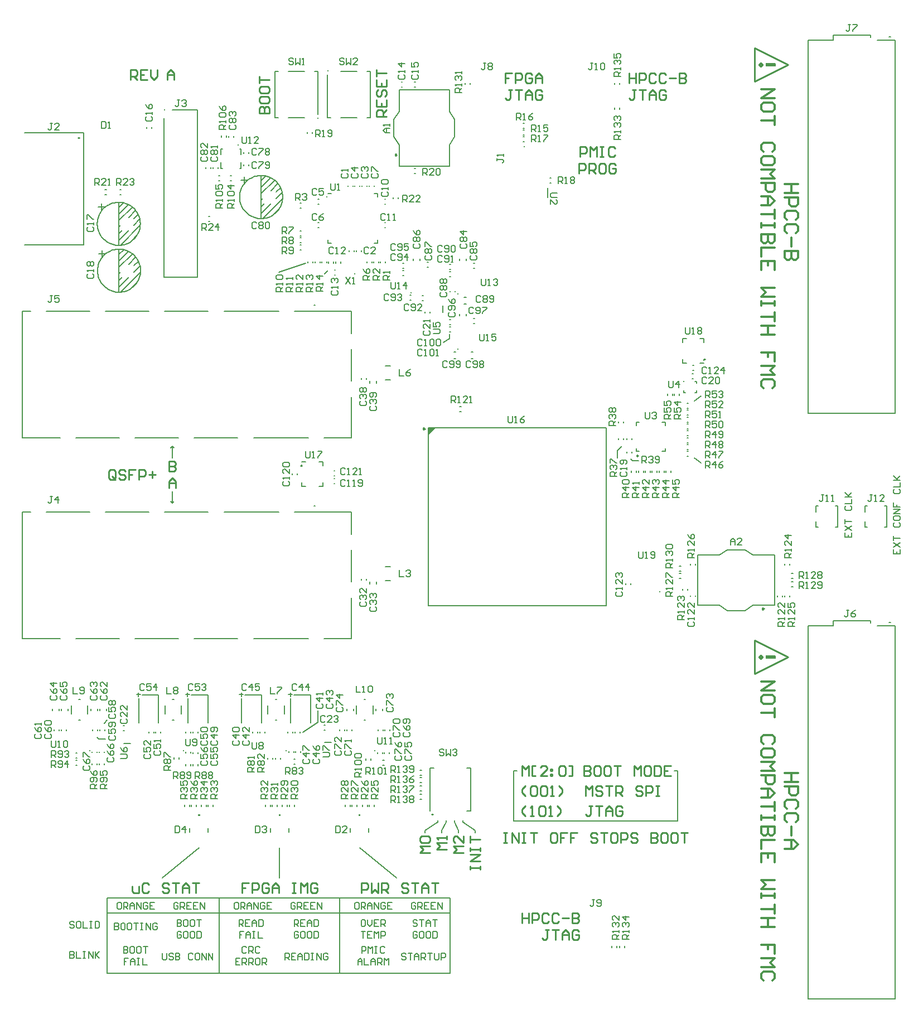
<source format=gto>
G04*
G04 #@! TF.GenerationSoftware,Altium Limited,Altium Designer,24.3.1 (35)*
G04*
G04 Layer_Color=65535*
%FSLAX26Y26*%
%MOIN*%
G70*
G04*
G04 #@! TF.SameCoordinates,B8D88BDC-805E-4058-8E5C-6A9D1CDD6E12*
G04*
G04*
G04 #@! TF.FilePolarity,Positive*
G04*
G01*
G75*
%ADD10C,0.015000*%
%ADD11C,0.010000*%
%ADD12C,0.010000*%
%ADD13C,0.006024*%
%ADD14C,0.009842*%
%ADD15C,0.007874*%
%ADD16C,0.005000*%
%ADD17C,0.005906*%
%ADD18C,0.012000*%
%ADD19C,0.008000*%
%ADD20C,0.005906*%
G36*
X3104564Y3220473D02*
X3104564Y3212599D01*
X3104564Y3212208D01*
X3104264Y3211484D01*
X3103711Y3210931D01*
X3102987Y3210631D01*
X3102595Y3210631D01*
X3102596Y3210631D01*
X3094722Y3210631D01*
X3094330Y3210631D01*
X3093606Y3210930D01*
X3093052Y3211484D01*
X3092753Y3212208D01*
X3092753Y3212600D01*
Y3212599D01*
Y3220473D01*
Y3220865D01*
X3093053Y3221588D01*
X3093607Y3222142D01*
X3094330Y3222442D01*
X3094722D01*
X3094722Y3222442D01*
X3102596D01*
X3102987D01*
X3103711Y3222142D01*
X3104264Y3221588D01*
X3104564Y3220865D01*
Y3220473D01*
X3104564Y3220473D01*
D02*
G37*
G36*
X3586905Y3220472D02*
X3586905Y3212599D01*
X3586905Y3212207D01*
X3586606Y3211483D01*
X3586052Y3210930D01*
X3585328Y3210630D01*
X3584936Y3210631D01*
X3584937Y3210630D01*
X3577063Y3210630D01*
X3576671Y3210630D01*
X3575948Y3210930D01*
X3575394Y3211483D01*
X3575094Y3212207D01*
X3575095Y3212599D01*
Y3212599D01*
Y3220472D01*
Y3220864D01*
X3575394Y3221587D01*
X3575948Y3222141D01*
X3576671Y3222441D01*
X3577063D01*
X3577063Y3222441D01*
X3584937D01*
X3585329D01*
X3586052Y3222141D01*
X3586606Y3221588D01*
X3586905Y3220864D01*
Y3220473D01*
X3586905Y3220472D01*
D02*
G37*
G36*
X4064414D02*
X4064414Y3212599D01*
X4064414Y3212207D01*
X4064114Y3211483D01*
X4063560Y3210930D01*
X4062836Y3210630D01*
X4062445Y3210631D01*
X4062445Y3210630D01*
X4054571Y3210630D01*
X4054180Y3210630D01*
X4053456Y3210930D01*
X4052902Y3211483D01*
X4052602Y3212207D01*
X4052603Y3212599D01*
Y3212599D01*
Y3220472D01*
Y3220864D01*
X4052902Y3221587D01*
X4053456Y3222141D01*
X4054179Y3222441D01*
X4054571D01*
X4054571Y3222441D01*
X4062445D01*
X4062837D01*
X4063560Y3222141D01*
X4064114Y3221588D01*
X4064414Y3220864D01*
Y3220473D01*
X4064414Y3220472D01*
D02*
G37*
G36*
X4507874Y5531496D02*
X4468504Y5492126D01*
Y5531496D01*
X4507874D01*
D02*
G37*
G36*
X6487000Y4170000D02*
X6543000Y4170000D01*
X6543398D01*
X6544133Y4169696D01*
X6544695Y4169133D01*
X6545000Y4168398D01*
X6545000Y4168000D01*
X6545000D01*
X6545000Y4152000D01*
X6545000Y4151602D01*
X6544695Y4150867D01*
X6544133Y4150305D01*
X6543398Y4150000D01*
X6543000Y4150000D01*
X6543000Y4150000D01*
X6487000Y4150000D01*
X6486602Y4150000D01*
X6485867Y4150304D01*
X6485304Y4150867D01*
X6485000Y4151603D01*
X6485000Y4152001D01*
Y4152000D01*
Y4168000D01*
Y4168398D01*
X6485304Y4169133D01*
X6485867Y4169695D01*
X6486602Y4170000D01*
X6487000D01*
X6487000Y4170000D01*
D02*
G37*
G36*
Y7710000D02*
X6543000Y7710000D01*
X6543398D01*
X6544133Y7709696D01*
X6544695Y7709133D01*
X6545000Y7708398D01*
X6545000Y7708000D01*
X6545000D01*
X6545000Y7692000D01*
X6545000Y7691602D01*
X6544695Y7690867D01*
X6544133Y7690305D01*
X6543398Y7690000D01*
X6543000Y7690000D01*
X6543000Y7690000D01*
X6487000Y7690000D01*
X6486602Y7690000D01*
X6485867Y7690304D01*
X6485304Y7690867D01*
X6485000Y7691603D01*
X6485000Y7692001D01*
Y7692000D01*
Y7708000D01*
Y7708398D01*
X6485304Y7709133D01*
X6485867Y7709695D01*
X6486602Y7710000D01*
X6487000D01*
X6487000Y7710000D01*
D02*
G37*
D10*
X6462000Y7700000D02*
X6455000Y7707000D01*
X6448000Y7700000D01*
X6455000Y7693000D01*
X6462000Y7700000D01*
Y4160000D02*
X6455000Y4167000D01*
X6448000Y4160000D01*
X6455000Y4153000D01*
X6462000Y4160000D01*
D11*
X3006024Y3601260D02*
D03*
X4646850Y6002283D02*
D03*
X4647480Y6332283D02*
D03*
X4366850Y6339134D02*
D03*
X3621024Y3601260D02*
D03*
X4151024D02*
D03*
X2446024D02*
D03*
X3861488Y6909953D02*
D03*
X4030890Y6450654D02*
D03*
X5042228Y7211740D02*
D03*
X3868532Y7663748D02*
D03*
X3810791Y7382252D02*
D03*
X3331339Y7222677D02*
D03*
X2891968Y7430000D02*
D03*
X5852772Y4550260D02*
D03*
X5996614Y5807480D02*
D03*
D12*
X4495669Y3222362D02*
X4487795D01*
X4495669D01*
X4280000Y7162520D02*
X4272500Y7166850D01*
Y7158190D01*
X4280000Y7162520D01*
X3713512Y5305842D02*
X3705638D01*
X3713512D01*
X2383850Y7264961D02*
X2375976D01*
X2383850D01*
X6475000Y4450000D02*
X6467500Y4454330D01*
Y4445670D01*
X6475000Y4450000D01*
X6122866Y5939819D02*
X6114992D01*
X6122866D01*
X6420000Y7600000D02*
Y7800000D01*
Y7600000D02*
X6620000Y7700000D01*
X6420000Y7800000D02*
X6620000Y7700000D01*
X6420000Y4260000D02*
X6620000Y4160000D01*
X6420000Y4060000D02*
X6620000Y4160000D01*
X6420000Y4060000D02*
Y4260000D01*
X2910000Y7610010D02*
Y7649997D01*
X2929994Y7669990D01*
X2949987Y7649997D01*
Y7610010D01*
Y7640000D01*
X2910000D01*
X2690000Y7610010D02*
Y7669990D01*
X2719990D01*
X2729987Y7659993D01*
Y7640000D01*
X2719990Y7630003D01*
X2690000D01*
X2709994D02*
X2729987Y7610010D01*
X2789968Y7669990D02*
X2749981D01*
Y7610010D01*
X2789968D01*
X2749981Y7640000D02*
X2769974D01*
X2809961Y7669990D02*
Y7630003D01*
X2829955Y7610010D01*
X2849948Y7630003D01*
Y7669990D01*
X2700065Y2789997D02*
Y2760006D01*
X2710061Y2750010D01*
X2740052D01*
Y2789997D01*
X2800032Y2799994D02*
X2790036Y2809990D01*
X2770042D01*
X2760045Y2799994D01*
Y2760006D01*
X2770042Y2750010D01*
X2790036D01*
X2800032Y2760006D01*
X2919994Y2799994D02*
X2909997Y2809990D01*
X2890003D01*
X2880006Y2799994D01*
Y2789997D01*
X2890003Y2780000D01*
X2909997D01*
X2919994Y2770003D01*
Y2760006D01*
X2909997Y2750010D01*
X2890003D01*
X2880006Y2760006D01*
X2939987Y2809990D02*
X2979974D01*
X2959981D01*
Y2750010D01*
X2999968D02*
Y2789997D01*
X3019961Y2809990D01*
X3039955Y2789997D01*
Y2750010D01*
Y2780000D01*
X2999968D01*
X3059948Y2809990D02*
X3099935D01*
X3079942D01*
Y2750010D01*
X3395060Y2809990D02*
X3355073D01*
Y2780000D01*
X3375066D01*
X3355073D01*
Y2750010D01*
X3415053D02*
Y2809990D01*
X3445044D01*
X3455041Y2799994D01*
Y2780000D01*
X3445044Y2770003D01*
X3415053D01*
X3515021Y2799994D02*
X3505024Y2809990D01*
X3485031D01*
X3475034Y2799994D01*
Y2760006D01*
X3485031Y2750010D01*
X3505024D01*
X3515021Y2760006D01*
Y2780000D01*
X3495028D01*
X3535015Y2750010D02*
Y2789997D01*
X3555008Y2809990D01*
X3575002Y2789997D01*
Y2750010D01*
Y2780000D01*
X3535015D01*
X3654976Y2809990D02*
X3674969D01*
X3664973D01*
Y2750010D01*
X3654976D01*
X3674969D01*
X3704960D02*
Y2809990D01*
X3724953Y2789997D01*
X3744947Y2809990D01*
Y2750010D01*
X3804927Y2799994D02*
X3794930Y2809990D01*
X3774937D01*
X3764940Y2799994D01*
Y2760006D01*
X3774937Y2750010D01*
X3794930D01*
X3804927Y2760006D01*
Y2780000D01*
X3784934D01*
X4070074Y2750010D02*
Y2809990D01*
X4100065D01*
X4110061Y2799994D01*
Y2780000D01*
X4100065Y2770003D01*
X4070074D01*
X4130055Y2809990D02*
Y2750010D01*
X4150048Y2770003D01*
X4170042Y2750010D01*
Y2809990D01*
X4190036Y2750010D02*
Y2809990D01*
X4220026D01*
X4230023Y2799994D01*
Y2780000D01*
X4220026Y2770003D01*
X4190036D01*
X4210029D02*
X4230023Y2750010D01*
X4349984Y2799994D02*
X4339987Y2809990D01*
X4319994D01*
X4309997Y2799994D01*
Y2789997D01*
X4319994Y2780000D01*
X4339987D01*
X4349984Y2770003D01*
Y2760006D01*
X4339987Y2750010D01*
X4319994D01*
X4309997Y2760006D01*
X4369977Y2809990D02*
X4409965D01*
X4389971D01*
Y2750010D01*
X4429958D02*
Y2789997D01*
X4449952Y2809990D01*
X4469945Y2789997D01*
Y2750010D01*
Y2780000D01*
X4429958D01*
X4489939Y2809990D02*
X4529926D01*
X4509932D01*
Y2750010D01*
X4920000Y3109990D02*
X4939993D01*
X4929997D01*
Y3050010D01*
X4920000D01*
X4939993D01*
X4969984D02*
Y3109990D01*
X5009971Y3050010D01*
Y3109990D01*
X5029964D02*
X5049958D01*
X5039961D01*
Y3050010D01*
X5029964D01*
X5049958D01*
X5079948Y3109990D02*
X5119935D01*
X5099942D01*
Y3050010D01*
X5229900Y3109990D02*
X5209906D01*
X5199909Y3099994D01*
Y3060006D01*
X5209906Y3050010D01*
X5229900D01*
X5239896Y3060006D01*
Y3099994D01*
X5229900Y3109990D01*
X5299877D02*
X5259890D01*
Y3080000D01*
X5279883D01*
X5259890D01*
Y3050010D01*
X5359858Y3109990D02*
X5319871D01*
Y3080000D01*
X5339864D01*
X5319871D01*
Y3050010D01*
X5479819Y3099994D02*
X5469822Y3109990D01*
X5449829D01*
X5439832Y3099994D01*
Y3089997D01*
X5449829Y3080000D01*
X5469822D01*
X5479819Y3070003D01*
Y3060006D01*
X5469822Y3050010D01*
X5449829D01*
X5439832Y3060006D01*
X5499812Y3109990D02*
X5539800D01*
X5519806D01*
Y3050010D01*
X5589783Y3109990D02*
X5569790D01*
X5559793Y3099994D01*
Y3060006D01*
X5569790Y3050010D01*
X5589783D01*
X5599780Y3060006D01*
Y3099994D01*
X5589783Y3109990D01*
X5619774Y3050010D02*
Y3109990D01*
X5649764D01*
X5659761Y3099994D01*
Y3080000D01*
X5649764Y3070003D01*
X5619774D01*
X5719741Y3099994D02*
X5709744Y3109990D01*
X5689751D01*
X5679754Y3099994D01*
Y3089997D01*
X5689751Y3080000D01*
X5709744D01*
X5719741Y3070003D01*
Y3060006D01*
X5709744Y3050010D01*
X5689751D01*
X5679754Y3060006D01*
X5799715Y3109990D02*
Y3050010D01*
X5829706D01*
X5839703Y3060006D01*
Y3070003D01*
X5829706Y3080000D01*
X5799715D01*
X5829706D01*
X5839703Y3089997D01*
Y3099994D01*
X5829706Y3109990D01*
X5799715D01*
X5889686D02*
X5869693D01*
X5859696Y3099994D01*
Y3060006D01*
X5869693Y3050010D01*
X5889686D01*
X5899683Y3060006D01*
Y3099994D01*
X5889686Y3109990D01*
X5949667D02*
X5929673D01*
X5919677Y3099994D01*
Y3060006D01*
X5929673Y3050010D01*
X5949667D01*
X5959664Y3060006D01*
Y3099994D01*
X5949667Y3109990D01*
X5979657D02*
X6019644D01*
X5999651D01*
Y3050010D01*
X5449987Y3269990D02*
X5429993D01*
X5439990D01*
Y3220006D01*
X5429993Y3210010D01*
X5419997D01*
X5410000Y3220006D01*
X5469981Y3269990D02*
X5509968D01*
X5489974D01*
Y3210010D01*
X5529961D02*
Y3249997D01*
X5549955Y3269990D01*
X5569948Y3249997D01*
Y3210010D01*
Y3240000D01*
X5529961D01*
X5629929Y3259994D02*
X5619932Y3269990D01*
X5599939D01*
X5589942Y3259994D01*
Y3220006D01*
X5599939Y3210010D01*
X5619932D01*
X5629929Y3220006D01*
Y3240000D01*
X5609935D01*
X5410000Y3330010D02*
Y3389990D01*
X5429993Y3369997D01*
X5449987Y3389990D01*
Y3330010D01*
X5509968Y3379994D02*
X5499971Y3389990D01*
X5479977D01*
X5469981Y3379994D01*
Y3369997D01*
X5479977Y3360000D01*
X5499971D01*
X5509968Y3350003D01*
Y3340006D01*
X5499971Y3330010D01*
X5479977D01*
X5469981Y3340006D01*
X5529961Y3389990D02*
X5569948D01*
X5549955D01*
Y3330010D01*
X5589942D02*
Y3389990D01*
X5619932D01*
X5629929Y3379994D01*
Y3360000D01*
X5619932Y3350003D01*
X5589942D01*
X5609935D02*
X5629929Y3330010D01*
X5749890Y3379994D02*
X5739893Y3389990D01*
X5719900D01*
X5709903Y3379994D01*
Y3369997D01*
X5719900Y3360000D01*
X5739893D01*
X5749890Y3350003D01*
Y3340006D01*
X5739893Y3330010D01*
X5719900D01*
X5709903Y3340006D01*
X5769884Y3330010D02*
Y3389990D01*
X5799874D01*
X5809871Y3379994D01*
Y3360000D01*
X5799874Y3350003D01*
X5769884D01*
X5829864Y3389990D02*
X5849858D01*
X5839861D01*
Y3330010D01*
X5829864D01*
X5849858D01*
X5049993Y3210010D02*
X5030000Y3230003D01*
Y3249997D01*
X5049993Y3269990D01*
X5079984Y3210010D02*
X5099977D01*
X5089981D01*
Y3269990D01*
X5079984Y3259994D01*
X5129968D02*
X5139964Y3269990D01*
X5159958D01*
X5169955Y3259994D01*
Y3220006D01*
X5159958Y3210010D01*
X5139964D01*
X5129968Y3220006D01*
Y3259994D01*
X5189948Y3210010D02*
X5209942D01*
X5199945D01*
Y3269990D01*
X5189948Y3259994D01*
X5239932Y3210010D02*
X5259926Y3230003D01*
Y3249997D01*
X5239932Y3269990D01*
X5049993Y3330010D02*
X5030000Y3350003D01*
Y3369997D01*
X5049993Y3389990D01*
X5079984Y3379994D02*
X5089981Y3389990D01*
X5109974D01*
X5119971Y3379994D01*
Y3340006D01*
X5109974Y3330010D01*
X5089981D01*
X5079984Y3340006D01*
Y3379994D01*
X5139964D02*
X5149961Y3389990D01*
X5169955D01*
X5179952Y3379994D01*
Y3340006D01*
X5169955Y3330010D01*
X5149961D01*
X5139964Y3340006D01*
Y3379994D01*
X5199945Y3330010D02*
X5219939D01*
X5209942D01*
Y3389990D01*
X5199945Y3379994D01*
X5249929Y3330010D02*
X5269922Y3350003D01*
Y3369997D01*
X5249929Y3389990D01*
X5030049Y3450010D02*
Y3509990D01*
X5050042Y3489997D01*
X5070036Y3509990D01*
Y3450010D01*
X5110023D02*
X5090029D01*
Y3509990D01*
X5110023D01*
X5180000Y3450010D02*
X5140013D01*
X5180000Y3489997D01*
Y3499994D01*
X5170003Y3509990D01*
X5150010D01*
X5140013Y3499994D01*
X5199994Y3489997D02*
X5209990D01*
Y3480000D01*
X5199994D01*
Y3489997D01*
Y3460006D02*
X5209990D01*
Y3450010D01*
X5199994D01*
Y3460006D01*
X5249977Y3499994D02*
X5259974Y3509990D01*
X5279968D01*
X5289965Y3499994D01*
Y3460006D01*
X5279968Y3450010D01*
X5259974D01*
X5249977Y3460006D01*
Y3499994D01*
X5309958Y3450010D02*
X5329952D01*
Y3509990D01*
X5309958D01*
X5400084D02*
Y3450010D01*
X5430074D01*
X5440071Y3460006D01*
Y3470003D01*
X5430074Y3480000D01*
X5400084D01*
X5430074D01*
X5440071Y3489997D01*
Y3499994D01*
X5430074Y3509990D01*
X5400084D01*
X5490055D02*
X5470061D01*
X5460065Y3499994D01*
Y3460006D01*
X5470061Y3450010D01*
X5490055D01*
X5500052Y3460006D01*
Y3499994D01*
X5490055Y3509990D01*
X5550036D02*
X5530042D01*
X5520045Y3499994D01*
Y3460006D01*
X5530042Y3450010D01*
X5550036D01*
X5560032Y3460006D01*
Y3499994D01*
X5550036Y3509990D01*
X5580026D02*
X5620013D01*
X5600019D01*
Y3450010D01*
X5699987D02*
Y3509990D01*
X5719981Y3489997D01*
X5739974Y3509990D01*
Y3450010D01*
X5789958Y3509990D02*
X5769965D01*
X5759968Y3499994D01*
Y3460006D01*
X5769965Y3450010D01*
X5789958D01*
X5799955Y3460006D01*
Y3499994D01*
X5789958Y3509990D01*
X5819948D02*
Y3450010D01*
X5849939D01*
X5859935Y3460006D01*
Y3499994D01*
X5849939Y3509990D01*
X5819948D01*
X5919916D02*
X5879929D01*
Y3450010D01*
X5919916D01*
X5879929Y3480000D02*
X5899922D01*
X4720010Y2890065D02*
Y2910058D01*
Y2900061D01*
X4779990D01*
Y2890065D01*
Y2910058D01*
Y2940048D02*
X4720010D01*
X4779990Y2980036D01*
X4720010D01*
Y3000029D02*
Y3020023D01*
Y3010026D01*
X4779990D01*
Y3000029D01*
Y3020023D01*
X4720010Y3050013D02*
Y3090000D01*
Y3070006D01*
X4779990D01*
X4679990Y2990032D02*
X4620010D01*
X4640003Y3010026D01*
X4620010Y3030019D01*
X4679990D01*
Y3090000D02*
Y3050013D01*
X4640003Y3090000D01*
X4630006D01*
X4620010Y3080003D01*
Y3060010D01*
X4630006Y3050013D01*
X4579990Y3010026D02*
X4520010D01*
X4540003Y3030019D01*
X4520010Y3050013D01*
X4579990D01*
Y3070006D02*
Y3090000D01*
Y3080003D01*
X4520010D01*
X4530007Y3070006D01*
X4479990Y2990032D02*
X4420010D01*
X4440003Y3010026D01*
X4420010Y3030019D01*
X4479990D01*
X4430007Y3050013D02*
X4420010Y3060010D01*
Y3080003D01*
X4430007Y3090000D01*
X4469993D01*
X4479990Y3080003D01*
Y3060010D01*
X4469993Y3050013D01*
X4430007D01*
X2920006Y5170010D02*
Y5209997D01*
X2940000Y5229990D01*
X2959994Y5209997D01*
Y5170010D01*
Y5200000D01*
X2920006D01*
Y5329990D02*
Y5270010D01*
X2949997D01*
X2959994Y5280007D01*
Y5290003D01*
X2949997Y5300000D01*
X2920006D01*
X2949997D01*
X2959994Y5309997D01*
Y5319993D01*
X2949997Y5329990D01*
X2920006D01*
X2599987Y5230007D02*
Y5269993D01*
X2589990Y5279990D01*
X2569997D01*
X2560000Y5269993D01*
Y5230007D01*
X2569997Y5220010D01*
X2589990D01*
X2579994Y5240003D02*
X2599987Y5220010D01*
X2589990D02*
X2599987Y5230007D01*
X2659968Y5269993D02*
X2649971Y5279990D01*
X2629977D01*
X2619981Y5269993D01*
Y5259997D01*
X2629977Y5250000D01*
X2649971D01*
X2659968Y5240003D01*
Y5230007D01*
X2649971Y5220010D01*
X2629977D01*
X2619981Y5230007D01*
X2719948Y5279990D02*
X2679961D01*
Y5250000D01*
X2699955D01*
X2679961D01*
Y5220010D01*
X2739942D02*
Y5279990D01*
X2769932D01*
X2779929Y5269993D01*
Y5250000D01*
X2769932Y5240003D01*
X2739942D01*
X2799922Y5250000D02*
X2839910D01*
X2819916Y5269993D02*
Y5230007D01*
X5030110Y2629990D02*
Y2570010D01*
Y2600000D01*
X5070097D01*
Y2629990D01*
Y2570010D01*
X5090091D02*
Y2629990D01*
X5120081D01*
X5130078Y2619994D01*
Y2600000D01*
X5120081Y2590003D01*
X5090091D01*
X5190058Y2619994D02*
X5180061Y2629990D01*
X5160068D01*
X5150071Y2619994D01*
Y2580006D01*
X5160068Y2570010D01*
X5180061D01*
X5190058Y2580006D01*
X5250039Y2619994D02*
X5240042Y2629990D01*
X5220048D01*
X5210052Y2619994D01*
Y2580006D01*
X5220048Y2570010D01*
X5240042D01*
X5250039Y2580006D01*
X5270032Y2600000D02*
X5310019D01*
X5330013Y2629990D02*
Y2570010D01*
X5360003D01*
X5370000Y2580006D01*
Y2590003D01*
X5360003Y2600000D01*
X5330013D01*
X5360003D01*
X5370000Y2609997D01*
Y2619994D01*
X5360003Y2629990D01*
X5330013D01*
X5190058Y2529990D02*
X5170065D01*
X5180061D01*
Y2480006D01*
X5170065Y2470010D01*
X5160068D01*
X5150071Y2480006D01*
X5210052Y2529990D02*
X5250039D01*
X5230045D01*
Y2470010D01*
X5270032D02*
Y2509997D01*
X5290026Y2529990D01*
X5310019Y2509997D01*
Y2470010D01*
Y2500000D01*
X5270032D01*
X5370000Y2519994D02*
X5360003Y2529990D01*
X5340010D01*
X5330013Y2519994D01*
Y2480006D01*
X5340010Y2470010D01*
X5360003D01*
X5370000Y2480006D01*
Y2500000D01*
X5350006D01*
X5709987Y7549990D02*
X5689993D01*
X5699990D01*
Y7500007D01*
X5689993Y7490010D01*
X5679997D01*
X5670000Y7500007D01*
X5729981Y7549990D02*
X5769968D01*
X5749974D01*
Y7490010D01*
X5789961D02*
Y7529997D01*
X5809955Y7549990D01*
X5829948Y7529997D01*
Y7490010D01*
Y7520000D01*
X5789961D01*
X5889929Y7539993D02*
X5879932Y7549990D01*
X5859939D01*
X5849942Y7539993D01*
Y7500007D01*
X5859939Y7490010D01*
X5879932D01*
X5889929Y7500007D01*
Y7520000D01*
X5869935D01*
X5670000Y7649990D02*
Y7590010D01*
Y7620000D01*
X5709987D01*
Y7649990D01*
Y7590010D01*
X5729981D02*
Y7649990D01*
X5759971D01*
X5769968Y7639993D01*
Y7620000D01*
X5759971Y7610003D01*
X5729981D01*
X5829948Y7639993D02*
X5819952Y7649990D01*
X5799958D01*
X5789961Y7639993D01*
Y7600007D01*
X5799958Y7590010D01*
X5819952D01*
X5829948Y7600007D01*
X5889929Y7639993D02*
X5879932Y7649990D01*
X5859939D01*
X5849942Y7639993D01*
Y7600007D01*
X5859939Y7590010D01*
X5879932D01*
X5889929Y7600007D01*
X5909922Y7620000D02*
X5949909D01*
X5969903Y7649990D02*
Y7590010D01*
X5999893D01*
X6009890Y7600007D01*
Y7610003D01*
X5999893Y7620000D01*
X5969903D01*
X5999893D01*
X6009890Y7629997D01*
Y7639993D01*
X5999893Y7649990D01*
X5969903D01*
X4969987Y7549990D02*
X4949993D01*
X4959990D01*
Y7500007D01*
X4949993Y7490010D01*
X4939997D01*
X4930000Y7500007D01*
X4989981Y7549990D02*
X5029968D01*
X5009974D01*
Y7490010D01*
X5049961D02*
Y7529997D01*
X5069955Y7549990D01*
X5089948Y7529997D01*
Y7490010D01*
Y7520000D01*
X5049961D01*
X5149929Y7539993D02*
X5139932Y7549990D01*
X5119939D01*
X5109942Y7539993D01*
Y7500007D01*
X5119939Y7490010D01*
X5139932D01*
X5149929Y7500007D01*
Y7520000D01*
X5129935D01*
X4969987Y7649990D02*
X4930000D01*
Y7620000D01*
X4949993D01*
X4930000D01*
Y7590010D01*
X4989981D02*
Y7649990D01*
X5019971D01*
X5029968Y7639993D01*
Y7620000D01*
X5019971Y7610003D01*
X4989981D01*
X5089948Y7639993D02*
X5079952Y7649990D01*
X5059958D01*
X5049961Y7639993D01*
Y7600007D01*
X5059958Y7590010D01*
X5079952D01*
X5089948Y7600007D01*
Y7620000D01*
X5069955D01*
X5109942Y7590010D02*
Y7629997D01*
X5129935Y7649990D01*
X5149929Y7629997D01*
Y7590010D01*
Y7620000D01*
X5109942D01*
X4219990Y7390000D02*
X4160010D01*
Y7419990D01*
X4170006Y7429987D01*
X4190000D01*
X4199997Y7419990D01*
Y7390000D01*
Y7409993D02*
X4219990Y7429987D01*
X4160010Y7489968D02*
Y7449980D01*
X4219990D01*
Y7489968D01*
X4190000Y7449980D02*
Y7469974D01*
X4170006Y7549948D02*
X4160010Y7539951D01*
Y7519958D01*
X4170006Y7509961D01*
X4180003D01*
X4190000Y7519958D01*
Y7539951D01*
X4199997Y7549948D01*
X4209993D01*
X4219990Y7539951D01*
Y7519958D01*
X4209993Y7509961D01*
X4160010Y7609929D02*
Y7569942D01*
X4219990D01*
Y7609929D01*
X4190000Y7569942D02*
Y7589935D01*
X4160010Y7629922D02*
Y7669909D01*
Y7649916D01*
X4219990D01*
X3460010Y7410036D02*
X3519990D01*
Y7440026D01*
X3509994Y7450023D01*
X3499997D01*
X3490000Y7440026D01*
Y7410036D01*
Y7440026D01*
X3480003Y7450023D01*
X3470006D01*
X3460010Y7440026D01*
Y7410036D01*
Y7500007D02*
Y7480013D01*
X3470006Y7470016D01*
X3509994D01*
X3519990Y7480013D01*
Y7500007D01*
X3509994Y7510003D01*
X3470006D01*
X3460010Y7500007D01*
Y7559987D02*
Y7539994D01*
X3470006Y7529997D01*
X3509994D01*
X3519990Y7539994D01*
Y7559987D01*
X3509994Y7569984D01*
X3470006D01*
X3460010Y7559987D01*
Y7589977D02*
Y7629965D01*
Y7609971D01*
X3519990D01*
X5370036Y7050010D02*
Y7109990D01*
X5400026D01*
X5410023Y7099993D01*
Y7080000D01*
X5400026Y7070003D01*
X5370036D01*
X5430016Y7050010D02*
Y7109990D01*
X5460007D01*
X5470003Y7099993D01*
Y7080000D01*
X5460007Y7070003D01*
X5430016D01*
X5450010D02*
X5470003Y7050010D01*
X5519987Y7109990D02*
X5499994D01*
X5489997Y7099993D01*
Y7060007D01*
X5499994Y7050010D01*
X5519987D01*
X5529984Y7060007D01*
Y7099993D01*
X5519987Y7109990D01*
X5589965Y7099993D02*
X5579968Y7109990D01*
X5559974D01*
X5549977Y7099993D01*
Y7060007D01*
X5559974Y7050010D01*
X5579968D01*
X5589965Y7060007D01*
Y7080000D01*
X5569971D01*
X5375034Y7150010D02*
Y7209990D01*
X5405024D01*
X5415021Y7199993D01*
Y7180000D01*
X5405024Y7170003D01*
X5375034D01*
X5435015Y7150010D02*
Y7209990D01*
X5455008Y7189997D01*
X5475002Y7209990D01*
Y7150010D01*
X5494995Y7209990D02*
X5514989D01*
X5504992D01*
Y7150010D01*
X5494995D01*
X5514989D01*
X5584966Y7199993D02*
X5574969Y7209990D01*
X5554976D01*
X5544979Y7199993D01*
Y7160007D01*
X5554976Y7150010D01*
X5574969D01*
X5584966Y7160007D01*
D13*
X3599011Y6910000D02*
X3598624Y6919976D01*
X3597465Y6929893D01*
X3595541Y6939690D01*
X3592863Y6949308D01*
X3589448Y6958690D01*
X3585317Y6967779D01*
X3580494Y6976520D01*
X3575008Y6984861D01*
X3568891Y6992753D01*
X3562182Y7000146D01*
X3554920Y7006998D01*
X3547149Y7013266D01*
X3538916Y7018913D01*
X3530269Y7023904D01*
X3521262Y7028211D01*
X3511948Y7031807D01*
X3502384Y7034671D01*
X3492626Y7036784D01*
X3482734Y7038136D01*
X3472767Y7038716D01*
X3462785Y7038522D01*
X3452848Y7037556D01*
X3443016Y7035822D01*
X3433347Y7033332D01*
X3423901Y7030100D01*
X3414734Y7026145D01*
X3405901Y7021492D01*
X3397454Y7016169D01*
X3389446Y7010207D01*
X3381924Y7003642D01*
X3374933Y6996515D01*
X3368515Y6988866D01*
X3362710Y6980744D01*
X3357551Y6972196D01*
X3353070Y6963274D01*
X3349294Y6954032D01*
X3346246Y6944525D01*
X3343944Y6934810D01*
X3342401Y6924946D01*
X3341627Y6914992D01*
Y6905008D01*
X3342401Y6895054D01*
X3343944Y6885190D01*
X3346246Y6875475D01*
X3349294Y6865968D01*
X3353070Y6856726D01*
X3357551Y6847804D01*
X3362710Y6839256D01*
X3368515Y6831134D01*
X3374933Y6823486D01*
X3381924Y6816358D01*
X3389446Y6809793D01*
X3397454Y6803831D01*
X3405900Y6798508D01*
X3414734Y6793855D01*
X3423901Y6789900D01*
X3433347Y6786668D01*
X3443016Y6784178D01*
X3452848Y6782444D01*
X3462785Y6781478D01*
X3472767Y6781284D01*
X3482734Y6781864D01*
X3492626Y6783216D01*
X3502384Y6785329D01*
X3511948Y6788193D01*
X3521262Y6791789D01*
X3530269Y6796096D01*
X3538916Y6801088D01*
X3547149Y6806735D01*
X3554920Y6813003D01*
X3562182Y6819854D01*
X3568892Y6827248D01*
X3575008Y6835139D01*
X3580494Y6843480D01*
X3585317Y6852222D01*
X3589449Y6861311D01*
X3592863Y6870693D01*
X3595541Y6880311D01*
X3597465Y6890108D01*
X3598624Y6900024D01*
X3599011Y6910000D01*
X2747953Y6750000D02*
X2747566Y6759976D01*
X2746407Y6769893D01*
X2744483Y6779690D01*
X2741805Y6789308D01*
X2738390Y6798690D01*
X2734259Y6807779D01*
X2729436Y6816520D01*
X2723950Y6824861D01*
X2717833Y6832753D01*
X2711124Y6840146D01*
X2703862Y6846998D01*
X2696091Y6853266D01*
X2687858Y6858913D01*
X2679211Y6863904D01*
X2670204Y6868211D01*
X2660890Y6871807D01*
X2651326Y6874671D01*
X2641568Y6876784D01*
X2631676Y6878136D01*
X2621709Y6878716D01*
X2611727Y6878522D01*
X2601790Y6877556D01*
X2591958Y6875822D01*
X2582289Y6873332D01*
X2572843Y6870100D01*
X2563676Y6866145D01*
X2554843Y6861492D01*
X2546396Y6856169D01*
X2538388Y6850207D01*
X2530866Y6843642D01*
X2523875Y6836515D01*
X2517457Y6828866D01*
X2511652Y6820744D01*
X2506493Y6812196D01*
X2502012Y6803274D01*
X2498236Y6794032D01*
X2495188Y6784525D01*
X2492886Y6774810D01*
X2491343Y6764946D01*
X2490569Y6754992D01*
Y6745008D01*
X2491343Y6735054D01*
X2492886Y6725190D01*
X2495188Y6715475D01*
X2498236Y6705968D01*
X2502012Y6696726D01*
X2506493Y6687804D01*
X2511652Y6679256D01*
X2517457Y6671134D01*
X2523875Y6663486D01*
X2530866Y6656358D01*
X2538388Y6649793D01*
X2546396Y6643831D01*
X2554842Y6638508D01*
X2563676Y6633855D01*
X2572843Y6629900D01*
X2582289Y6626668D01*
X2591958Y6624178D01*
X2601790Y6622444D01*
X2611727Y6621478D01*
X2621709Y6621284D01*
X2631676Y6621864D01*
X2641568Y6623216D01*
X2651326Y6625329D01*
X2660890Y6628193D01*
X2670204Y6631789D01*
X2679211Y6636096D01*
X2687858Y6641088D01*
X2696091Y6646735D01*
X2703862Y6653003D01*
X2711124Y6659854D01*
X2717834Y6667248D01*
X2723950Y6675139D01*
X2729436Y6683480D01*
X2734259Y6692222D01*
X2738391Y6701311D01*
X2741805Y6710693D01*
X2744483Y6720311D01*
X2746407Y6730108D01*
X2747566Y6740024D01*
X2747953Y6750000D01*
X2749528Y6470000D02*
X2749140Y6479976D01*
X2747981Y6489893D01*
X2746057Y6499690D01*
X2743380Y6509308D01*
X2739965Y6518690D01*
X2735834Y6527779D01*
X2731010Y6536520D01*
X2725524Y6544861D01*
X2719408Y6552753D01*
X2712699Y6560146D01*
X2705437Y6566998D01*
X2697666Y6573266D01*
X2689432Y6578913D01*
X2680786Y6583904D01*
X2671779Y6588211D01*
X2662465Y6591807D01*
X2652901Y6594671D01*
X2643143Y6596784D01*
X2633251Y6598136D01*
X2623284Y6598716D01*
X2613302Y6598522D01*
X2603365Y6597556D01*
X2593533Y6595822D01*
X2583864Y6593332D01*
X2574418Y6590100D01*
X2565251Y6586145D01*
X2556417Y6581492D01*
X2547971Y6576169D01*
X2539963Y6570207D01*
X2532441Y6563642D01*
X2525450Y6556515D01*
X2519032Y6548866D01*
X2513227Y6540744D01*
X2508068Y6532196D01*
X2503587Y6523274D01*
X2499811Y6514032D01*
X2496763Y6504525D01*
X2494460Y6494810D01*
X2492918Y6484946D01*
X2492144Y6474992D01*
Y6465008D01*
X2492918Y6455054D01*
X2494460Y6445190D01*
X2496763Y6435475D01*
X2499811Y6425968D01*
X2503587Y6416726D01*
X2508068Y6407804D01*
X2513227Y6399256D01*
X2519032Y6391134D01*
X2525450Y6383486D01*
X2532440Y6376358D01*
X2539963Y6369793D01*
X2547971Y6363831D01*
X2556417Y6358508D01*
X2565251Y6353855D01*
X2574418Y6349900D01*
X2583864Y6346668D01*
X2593532Y6344178D01*
X2603365Y6342444D01*
X2613302Y6341478D01*
X2623284Y6341284D01*
X2633251Y6341864D01*
X2643143Y6343216D01*
X2652901Y6345329D01*
X2662465Y6348193D01*
X2671779Y6351789D01*
X2680786Y6356096D01*
X2689432Y6361088D01*
X2697666Y6366735D01*
X2705437Y6373003D01*
X2712699Y6379854D01*
X2719408Y6387248D01*
X2725524Y6395139D01*
X2731011Y6403480D01*
X2735834Y6412222D01*
X2739965Y6421311D01*
X2743380Y6430693D01*
X2746057Y6440311D01*
X2747981Y6450108D01*
X2749140Y6460024D01*
X2749528Y6470000D01*
X4600000Y2270000D02*
Y2630000D01*
X2550000Y2630000D02*
X4600000D01*
Y2720000D01*
X2550000Y2270000D02*
X4600000Y2270000D01*
X2550000D02*
Y2720000D01*
Y2720000D02*
X4600000Y2720000D01*
X4060000Y3020000D02*
X4280000Y2840000D01*
X3580000D02*
Y3020000D01*
X2880000Y2840000D02*
X3100000Y3020000D01*
X3940000Y2270000D02*
Y2720000D01*
X3220000Y2270000D02*
Y2720000D01*
X5940000Y3480000D02*
X5960000D01*
Y3180000D02*
Y3480000D01*
X4980000Y3180000D02*
X5960000D01*
X4980000D02*
Y3480000D01*
X5000000D01*
X4675000Y3175000D02*
X4750000Y3125000D01*
X4625000Y3175000D02*
X4650000Y3125000D01*
X4550000D02*
X4575000Y3175000D01*
X4450000Y3125000D02*
X4525000Y3175000D01*
X4750000Y3110000D02*
Y3125000D01*
X4650000Y3110000D02*
Y3125000D01*
X4550000Y3110000D02*
Y3125000D01*
X4450000Y3110000D02*
Y3125000D01*
X4625000Y3175000D02*
Y3185000D01*
X4675000Y3175000D02*
Y3185000D01*
X4575000Y3175000D02*
Y3185000D01*
X4525000Y3175000D02*
Y3185000D01*
X2940000Y5350000D02*
Y5420000D01*
X2950000Y5410000D01*
X2930000D02*
X2940000Y5420000D01*
Y5080000D02*
Y5150000D01*
Y5080000D02*
X2950000Y5090000D01*
X2930000D02*
X2940000Y5080000D01*
X5600000Y5395000D02*
X5625000Y5420000D01*
X5600000Y5350000D02*
Y5395000D01*
X3850000Y6450000D02*
X3870000Y6470000D01*
X4595000Y6065000D02*
Y6090000D01*
X4560000Y6040000D02*
X4595000Y6065000D01*
X4595462Y6104833D02*
X4601447D01*
X4595454Y6134833D02*
X4601454D01*
X4726088Y5945620D02*
X4737157D01*
X4726088Y5985777D02*
X4737157D01*
X4622806Y5985778D02*
X4633875D01*
X4622806Y5945620D02*
X4633875D01*
X4694820Y6199709D02*
Y6210779D01*
X4654663Y6199709D02*
Y6210779D01*
X4684095Y6272071D02*
X4695164D01*
X4684095Y6312228D02*
X4695164D01*
X4739566Y6483478D02*
X4745566D01*
X4739574Y6513478D02*
X4745559D01*
X4654486Y6529615D02*
Y6540684D01*
X4694643Y6529615D02*
Y6540684D01*
X4595890Y6477431D02*
X4601874D01*
X4595882Y6507431D02*
X4601882D01*
X4595890Y6434739D02*
X4601874D01*
X4595882Y6464739D02*
X4601882D01*
X4629630Y6343150D02*
Y6349150D01*
X4599630Y6343158D02*
Y6349142D01*
X4461983Y6490999D02*
X4467983D01*
X4461990Y6520999D02*
X4467975D01*
X4420996Y6529993D02*
Y6541063D01*
X4380839Y6529993D02*
Y6541063D01*
X4595462Y6147244D02*
X4601447D01*
X4595454Y6177244D02*
X4601454D01*
X4555118Y6220866D02*
Y6260236D01*
X4479365Y6217866D02*
Y6223866D01*
X4449365Y6217874D02*
Y6223858D01*
X4433753Y6292707D02*
X4439753D01*
X4433761Y6322707D02*
X4439745D01*
X4359540Y6323455D02*
X4365540D01*
X4359548Y6293455D02*
X4365532D01*
X4315462Y6441308D02*
X4321447D01*
X4315454Y6471308D02*
X4321454D01*
X4315462Y6484000D02*
X4321447D01*
X4315454Y6514000D02*
X4321454D01*
X5680000Y5345000D02*
X5690000Y5335000D01*
X5725000D01*
X3982234Y3841560D02*
Y3852629D01*
X4022392Y3841560D02*
Y3852629D01*
X4157608Y3841560D02*
Y3852629D01*
X4197766Y3841560D02*
Y3852629D01*
X4241004Y3722276D02*
Y3728276D01*
X4211004Y3722284D02*
Y3728268D01*
X4198593Y3722276D02*
Y3728276D01*
X4168593Y3722284D02*
Y3728268D01*
X4164734Y3585390D02*
Y3591390D01*
X4194734Y3585398D02*
Y3591382D01*
X4207146Y3585390D02*
Y3591390D01*
X4237146Y3585398D02*
Y3591382D01*
X4197510Y3515919D02*
X4205510D01*
X4197510Y3545919D02*
X4205510D01*
X4124510Y3544890D02*
Y3552890D01*
X4094510Y3544890D02*
Y3552890D01*
X3720000Y3710000D02*
X3810000Y3770000D01*
Y3840000D01*
X4011407Y3722276D02*
Y3728276D01*
X3981407Y3722284D02*
Y3728268D01*
X3968996Y3722276D02*
Y3728276D01*
X3938996Y3722284D02*
Y3728268D01*
X3845631Y3755473D02*
X3851615D01*
X3845623Y3725473D02*
X3851623D01*
X3850000Y3649567D02*
X3889370D01*
X3671412Y3707825D02*
Y3713809D01*
X3701412Y3707817D02*
Y3713817D01*
X3629000Y3707825D02*
Y3713809D01*
X3659000Y3707817D02*
Y3713817D01*
X3707146Y3592024D02*
Y3598008D01*
X3677146Y3592016D02*
Y3598016D01*
X3664734Y3592024D02*
Y3598008D01*
X3634734Y3592016D02*
Y3598016D01*
X3666000Y3552545D02*
X3674000D01*
X3666000Y3522545D02*
X3674000D01*
X3555000Y3550801D02*
Y3558801D01*
X3585000Y3550801D02*
Y3558801D01*
X3510000Y3550801D02*
Y3558801D01*
X3540000Y3550801D02*
Y3558801D01*
X3461249Y3707825D02*
Y3713809D01*
X3491249Y3707817D02*
Y3713817D01*
X3418838Y3707825D02*
Y3713809D01*
X3448838Y3707817D02*
Y3713817D01*
X3510787Y3822268D02*
Y3869512D01*
X3556063Y3908882D02*
X3563937D01*
X3609213Y3822268D02*
Y3869512D01*
X3556063Y3782898D02*
X3563937D01*
X3645856Y3925472D02*
Y3949095D01*
X3634045Y3937284D02*
X3657667D01*
X3667510Y3933740D02*
X3766329D01*
Y3767992D02*
Y3933740D01*
X3647431Y3767992D02*
Y3915630D01*
X3353671Y3767992D02*
Y3915630D01*
X3472569Y3767992D02*
Y3933740D01*
X3373750D02*
X3472569D01*
X3340285Y3937284D02*
X3363907D01*
X3352096Y3925472D02*
Y3949095D01*
X3091903Y3707817D02*
Y3713817D01*
X3061903Y3707825D02*
Y3713809D01*
X3049492Y3707817D02*
Y3713817D01*
X3019492Y3707825D02*
Y3713809D01*
X3092146Y3585898D02*
Y3591882D01*
X3062146Y3585890D02*
Y3591890D01*
X3019734Y3586890D02*
Y3592890D01*
X3049734Y3586898D02*
Y3592882D01*
X3092146Y3511691D02*
Y3519691D01*
X3062146Y3511691D02*
Y3519691D01*
X3020424Y3511691D02*
Y3519691D01*
X3050424Y3511691D02*
Y3519691D01*
X4421000Y3485000D02*
X4429000D01*
X4421000Y3455000D02*
X4429000D01*
X4421000Y3440000D02*
X4429000D01*
X4421000Y3410000D02*
X4429000D01*
X4421000Y3390000D02*
X4429000D01*
X4421000Y3360000D02*
X4429000D01*
X4421000Y3340000D02*
X4429000D01*
X4421000Y3310000D02*
X4429000D01*
X4477953Y3242047D02*
Y3497953D01*
X4501575D01*
X4698425Y3242047D02*
X4722047D01*
Y3497953D01*
X4698425D02*
X4722047D01*
X4116225Y3268752D02*
Y3276752D01*
X4146225Y3268752D02*
Y3276752D01*
X4075191Y3268201D02*
Y3276201D01*
X4105191Y3268201D02*
Y3276201D01*
X4013508Y3268201D02*
Y3276201D01*
X4043508Y3268201D02*
Y3276201D01*
X3972475Y3268303D02*
Y3276303D01*
X4002475Y3268303D02*
Y3276303D01*
X4003390Y3113189D02*
Y3136811D01*
X4113626Y3113189D02*
Y3136811D01*
X3638717Y3268199D02*
Y3276199D01*
X3668717Y3268199D02*
Y3276199D01*
X3597683Y3268199D02*
Y3276199D01*
X3627683Y3268199D02*
Y3276199D01*
X3536000Y3268199D02*
Y3276199D01*
X3566000Y3268199D02*
Y3276199D01*
X3494966Y3268200D02*
Y3276200D01*
X3524966Y3268200D02*
Y3276200D01*
X3636118Y3113189D02*
Y3136811D01*
X3525882Y3113189D02*
Y3136811D01*
X3183659Y3268753D02*
Y3276753D01*
X3153659Y3268753D02*
Y3276753D01*
X3141920Y3268753D02*
Y3276753D01*
X3111920Y3268753D02*
Y3276753D01*
X3083044Y3268754D02*
Y3276754D01*
X3053044Y3268754D02*
Y3276754D01*
X3042011Y3268753D02*
Y3276753D01*
X3012011Y3268753D02*
Y3276753D01*
X3153777Y3113190D02*
Y3136812D01*
X3043541Y3113190D02*
Y3136812D01*
X2949492Y3552801D02*
Y3560801D01*
X2979492Y3552801D02*
Y3560801D01*
X2870262Y3707817D02*
Y3713817D01*
X2840262Y3707825D02*
Y3713809D01*
X2827850Y3707817D02*
Y3713817D01*
X2797850Y3707825D02*
Y3713809D01*
X2941063Y3782898D02*
X2948937D01*
X2994212Y3822268D02*
Y3869512D01*
X2941063Y3908882D02*
X2948937D01*
X2895787Y3822268D02*
Y3869512D01*
X3032478Y3767992D02*
Y3915630D01*
X3151376Y3767992D02*
Y3933740D01*
X3052557D02*
X3151376D01*
X3019093Y3937284D02*
X3042715D01*
X3030904Y3925472D02*
Y3949095D01*
X2738623Y3767992D02*
Y3915630D01*
X2857520Y3767992D02*
Y3933740D01*
X2758702D02*
X2857520D01*
X2725237Y3937284D02*
X2748859D01*
X2737048Y3925472D02*
Y3949095D01*
X2335787Y3822268D02*
Y3869512D01*
X2381063Y3908882D02*
X2388937D01*
X2434213Y3822268D02*
Y3869512D01*
X2381063Y3782898D02*
X2388937D01*
X2263169Y3841355D02*
Y3852424D01*
X2223012Y3841355D02*
Y3852424D01*
X2317392Y3841560D02*
Y3852629D01*
X2277234Y3841560D02*
Y3852629D01*
X2547173Y3841560D02*
Y3852629D01*
X2507015Y3841560D02*
Y3852629D01*
X2492766Y3841560D02*
Y3852629D01*
X2452608Y3841560D02*
Y3852629D01*
X2534200Y3765600D02*
X2549200Y3785600D01*
X2490000Y3680000D02*
X2500000Y3670000D01*
X2540000D01*
X2506188Y3722284D02*
Y3728268D01*
X2536188Y3722276D02*
Y3728276D01*
X2463592Y3722284D02*
Y3728268D01*
X2493592Y3722276D02*
Y3728276D01*
X2276408Y3722284D02*
Y3728268D01*
X2306408Y3722276D02*
Y3728276D01*
X2233996Y3722284D02*
Y3728268D01*
X2263996Y3722276D02*
Y3728276D01*
X2646084Y3750270D02*
X2652068D01*
X2646076Y3720270D02*
X2652076D01*
X2650000Y3644567D02*
X2689370D01*
X2532630Y3589898D02*
Y3595882D01*
X2502630Y3589890D02*
Y3595890D01*
X2490218Y3589898D02*
Y3595882D01*
X2460218Y3589890D02*
Y3595890D01*
X2501941Y3516615D02*
Y3524615D01*
X2531941Y3516615D02*
Y3524615D01*
X2489529Y3516615D02*
Y3524615D01*
X2459529Y3516615D02*
Y3524615D01*
X2361218Y3556269D02*
X2369218D01*
X2361218Y3586269D02*
X2369218D01*
X2361218Y3545236D02*
X2369218D01*
X2361218Y3515236D02*
X2369218D01*
X4290000Y6899671D02*
Y6907671D01*
X4260000Y6899671D02*
Y6907671D01*
X4207994Y6757630D02*
X4213979D01*
X4207986Y6727630D02*
X4213986D01*
X4207994Y6899362D02*
X4213979D01*
X4207986Y6869362D02*
X4213986D01*
X4115278Y6972994D02*
Y6978979D01*
X4145278Y6972986D02*
Y6978986D01*
X4102866Y6972986D02*
Y6978986D01*
X4072866Y6972994D02*
Y6978979D01*
X4030454Y6972994D02*
Y6978979D01*
X4060454Y6972986D02*
Y6978986D01*
X4018043Y6972986D02*
Y6978986D01*
X3988043Y6972994D02*
Y6978979D01*
X3869362Y6929638D02*
X3889047D01*
X4144953D02*
X4164638D01*
Y6909953D02*
Y6929638D01*
X4144953Y6634362D02*
X4164638D01*
Y6654047D01*
X3869362Y6634362D02*
Y6654047D01*
Y6634362D02*
X3889047D01*
X3810092Y6899362D02*
X3816092D01*
X3810100Y6869362D02*
X3816084D01*
X3702000Y6874595D02*
X3710000D01*
X3702000Y6844595D02*
X3710000D01*
X3810100Y6727630D02*
X3816084D01*
X3810092Y6757630D02*
X3816092D01*
X3702000Y6678000D02*
X3710000D01*
X3702000Y6708000D02*
X3710000D01*
X3702000Y6636758D02*
X3710000D01*
X3702000Y6666758D02*
X3710000D01*
X3702000Y6595484D02*
X3710000D01*
X3702000Y6625484D02*
X3710000D01*
X4039412Y6585014D02*
Y6591014D01*
X4069412Y6585021D02*
Y6591006D01*
X4101860Y6516233D02*
Y6524233D01*
X4131860Y6516233D02*
Y6524233D01*
X4142894Y6516233D02*
Y6524233D01*
X4172894Y6516233D02*
Y6524233D01*
X4183927Y6516233D02*
Y6524233D01*
X4213927Y6516233D02*
Y6524233D01*
X4027000Y6585021D02*
Y6591006D01*
X3997000Y6585014D02*
Y6591014D01*
X3575000Y6460000D02*
X3735000Y6515000D01*
X3945306Y6516000D02*
Y6524000D01*
X3915306Y6516000D02*
Y6524000D01*
X3908110Y6445000D02*
X3914095D01*
X3908102Y6475000D02*
X3914102D01*
X3904272Y6516000D02*
Y6524000D01*
X3874272Y6516000D02*
Y6524000D01*
X3863239Y6516233D02*
Y6524233D01*
X3833239Y6516233D02*
Y6524233D01*
X3822205Y6516233D02*
Y6524233D01*
X3792205Y6516233D02*
Y6524233D01*
X3781000Y6516233D02*
Y6524233D01*
X3751000Y6516233D02*
Y6524233D01*
X5036000Y7352067D02*
X5044000D01*
X5036000Y7322067D02*
X5044000D01*
X5036000Y7281034D02*
X5044000D01*
X5036000Y7311034D02*
X5044000D01*
X5036000Y7270000D02*
X5044000D01*
X5036000Y7240000D02*
X5044000D01*
X5196000Y6995000D02*
X5204000D01*
X5196000Y7025000D02*
X5204000D01*
X5181992Y6908937D02*
Y6964055D01*
X5584005Y7583232D02*
Y7591232D01*
X5614005Y7583232D02*
Y7591232D01*
X5614005Y7435662D02*
Y7443662D01*
X5584005Y7435662D02*
Y7443662D01*
X4689408Y7583232D02*
Y7591232D01*
X4719408Y7583232D02*
Y7591232D01*
X4387008Y7596520D02*
X4392992D01*
X4387000Y7566520D02*
X4393000D01*
X4308110D02*
X4314095D01*
X4308102Y7596520D02*
X4314102D01*
X4386000Y7079662D02*
X4394000D01*
X4386000Y7049662D02*
X4394000D01*
X4594606Y7422717D02*
X4626102Y7374882D01*
X4594606Y7222323D02*
X4626102Y7270158D01*
X4594606Y7422717D02*
Y7552048D01*
X4594606Y7222323D02*
X4594606Y7092992D01*
X4626102Y7270158D02*
Y7374882D01*
X4263898Y7270158D02*
Y7374882D01*
X4295394Y7422717D01*
X4263898Y7270158D02*
X4295394Y7222323D01*
Y7422717D02*
Y7552048D01*
Y7092992D02*
Y7222323D01*
Y7552048D02*
X4594606D01*
X4295394Y7092992D02*
X4594606D01*
X3745000Y7291000D02*
Y7299000D01*
X3775000Y7291000D02*
Y7299000D01*
X3945303Y7660795D02*
X4043729D01*
X3945303Y7385204D02*
X4043729D01*
X4102784Y7660795D02*
X4122469D01*
Y7385204D02*
Y7660795D01*
X4102784Y7385204D02*
X4122469D01*
X3866563D02*
Y7641110D01*
Y7385204D02*
X3886248D01*
X3789137Y7660795D02*
X3808822D01*
Y7404890D02*
Y7660795D01*
X3552917D02*
X3572602D01*
X3552917Y7385205D02*
Y7660795D01*
Y7385205D02*
X3572602D01*
X3631657Y7660795D02*
X3730082D01*
X3631657Y7385205D02*
X3730082D01*
X3304641Y7269219D02*
Y7275219D01*
X3274641Y7269227D02*
Y7275211D01*
X3262918Y7268219D02*
Y7276219D01*
X3232918Y7268219D02*
Y7276219D01*
X3341181Y7080945D02*
X3349055D01*
Y7116378D01*
X3341181Y7199055D02*
X3349055D01*
Y7163622D02*
Y7199055D01*
X3230945Y7080945D02*
X3238819D01*
X3230945D02*
Y7116378D01*
Y7163622D02*
Y7199055D01*
X3238819D01*
X3395685Y7172413D02*
Y7178397D01*
X3365685Y7172405D02*
Y7178405D01*
Y7097714D02*
Y7103698D01*
X3395685Y7097706D02*
Y7103706D01*
X3470271Y6890315D02*
X3480113Y6900158D01*
X3539168Y6801732D02*
X3578538Y6841102D01*
X3480113Y6782047D02*
X3598223Y6900158D01*
X3470271Y6811575D02*
X3529326Y6870630D01*
X3470271Y6850945D02*
X3489956Y6870630D01*
X3558853Y6900158D02*
X3595271Y6936575D01*
X3558853Y6939528D02*
X3585428Y6966102D01*
X3529326Y6949370D02*
X3569680Y6989724D01*
X3470271Y7008425D02*
X3497338Y7035492D01*
X3470271Y6969055D02*
X3526373Y7025158D01*
X3470271Y6929685D02*
X3549011Y7008425D01*
X3470271Y6782047D02*
Y7037953D01*
X3285685Y7036882D02*
X3293685D01*
X3285685Y7006882D02*
X3293685D01*
X3215715Y7036882D02*
X3223715D01*
X3215715Y7006882D02*
X3223715D01*
X3169759Y7080896D02*
Y7086896D01*
X3139759Y7080904D02*
Y7086888D01*
X3212641Y7081482D02*
Y7087482D01*
X3182641Y7081489D02*
Y7087474D01*
X3156000Y6765000D02*
X3164000D01*
X3156000Y6795000D02*
X3164000D01*
X2940000Y7430000D02*
X3090000D01*
X2890000Y6430000D02*
Y7380000D01*
X3090000Y6430000D02*
Y7430000D01*
X2890000Y6430000D02*
X3090000D01*
X2815000Y7322000D02*
Y7328000D01*
X2785000Y7322008D02*
Y7327992D01*
X2626000Y6955000D02*
X2634000D01*
X2626000Y6925000D02*
X2634000D01*
X2536551Y6955000D02*
X2544551D01*
X2536551Y6925000D02*
X2544551D01*
X2619213Y6730315D02*
X2629055Y6740158D01*
X2688110Y6641732D02*
X2727480Y6681102D01*
X2629055Y6622047D02*
X2747165Y6740158D01*
X2619213Y6651575D02*
X2678268Y6710630D01*
X2619213Y6690945D02*
X2638898Y6710630D01*
X2707795Y6740158D02*
X2744213Y6776575D01*
X2707795Y6779528D02*
X2734370Y6806102D01*
X2678268Y6789370D02*
X2718622Y6829724D01*
X2619213Y6848425D02*
X2646280Y6875492D01*
X2619213Y6809055D02*
X2675315Y6865158D01*
X2619213Y6769685D02*
X2697953Y6848425D01*
X2619213Y6622047D02*
Y6877953D01*
X2620787Y6342047D02*
Y6597953D01*
Y6489685D02*
X2699528Y6568425D01*
X2620787Y6529055D02*
X2676890Y6585158D01*
X2620787Y6568425D02*
X2647854Y6595492D01*
X2679843Y6509370D02*
X2720197Y6549724D01*
X2709370Y6499528D02*
X2735945Y6526102D01*
X2709370Y6460158D02*
X2745787Y6496575D01*
X2620787Y6410945D02*
X2640472Y6430630D01*
X2620787Y6371575D02*
X2679843Y6430630D01*
X2630630Y6342047D02*
X2748740Y6460158D01*
X2689685Y6361732D02*
X2729055Y6401102D01*
X2620787Y6450315D02*
X2630630Y6460158D01*
X4214272Y5901339D02*
X4241831D01*
X4214272Y5818661D02*
X4241831D01*
X4158396Y5799465D02*
Y5810535D01*
X4118238Y5799465D02*
Y5810535D01*
X4100000Y5821008D02*
Y5826992D01*
X4070000Y5821000D02*
Y5827000D01*
X3904874Y5227591D02*
X3910858D01*
X3904866Y5197591D02*
X3910866D01*
X3904874Y5275002D02*
X3910858D01*
X3904866Y5245002D02*
X3910866D01*
X3713512Y5329465D02*
X3737134D01*
X3709575Y5305842D02*
X3713512Y5309779D01*
X3815874Y5179858D02*
X3839496D01*
Y5203480D01*
X3713512Y5179858D02*
Y5203480D01*
Y5179858D02*
X3737134D01*
X3839496Y5305842D02*
Y5329465D01*
X3815874D02*
X3839496D01*
X3656504Y5250252D02*
Y5256236D01*
X3686504Y5250244D02*
Y5256244D01*
X4214272Y4618661D02*
X4241831D01*
X4214272Y4701339D02*
X4241831D01*
X4158396Y4599465D02*
Y4610535D01*
X4118238Y4599465D02*
Y4610535D01*
X4100000Y4622008D02*
Y4627992D01*
X4070000Y4622000D02*
Y4628000D01*
X4656699Y5628368D02*
X4664699D01*
X4656699Y5658368D02*
X4664699D01*
X2409441Y7295472D02*
X2410425Y6624213D01*
X2055110Y7295472D02*
X2409441D01*
X2055110Y6624213D02*
X2410425D01*
X5613282Y2426000D02*
Y2434000D01*
X5643282Y2426000D02*
Y2434000D01*
X5596718Y2426000D02*
Y2434000D01*
X5566718Y2426000D02*
Y2434000D01*
X6600000Y4711000D02*
Y4719000D01*
X6630000Y4711000D02*
Y4719000D01*
X6641000Y4630000D02*
X6649000D01*
X6641000Y4660000D02*
X6649000D01*
X6641000Y4580000D02*
X6649000D01*
X6641000Y4610000D02*
X6649000D01*
X6630000Y4521000D02*
Y4529000D01*
X6600000Y4521000D02*
Y4529000D01*
X6585000Y4521000D02*
Y4529000D01*
X6555000Y4521000D02*
Y4529000D01*
X6035689Y4711000D02*
Y4719000D01*
X6065689Y4711000D02*
Y4719000D01*
X6209803Y4769606D02*
X6257638Y4801102D01*
X6362362Y4801102D02*
X6410197Y4769606D01*
X6080472Y4769606D02*
X6209803D01*
X6410197Y4769606D02*
X6539528Y4769606D01*
X6257638Y4801102D02*
X6362362D01*
X6257638Y4438898D02*
X6362362D01*
X6209803Y4470394D02*
X6257638Y4438898D01*
X6362362D02*
X6410197Y4470394D01*
X6080472D02*
X6209803D01*
X6410197D02*
X6539528D01*
X6080472D02*
Y4769606D01*
X6539528Y4470394D02*
Y4769606D01*
X5971000Y4705000D02*
X5979000D01*
X5971000Y4675000D02*
X5979000D01*
X5971000Y4660000D02*
X5979000D01*
X5971000Y4630000D02*
X5979000D01*
X6020000Y4561000D02*
Y4569000D01*
X5990000Y4561000D02*
Y4569000D01*
X6065000Y4523110D02*
Y4529095D01*
X6035000Y4523102D02*
Y4529102D01*
X5679051Y4595167D02*
Y4601167D01*
X5649051Y4595175D02*
Y4601159D01*
X7079758Y4937232D02*
Y4972665D01*
Y4937232D02*
X7093537D01*
X7196181Y5062992D02*
X7209961D01*
X7196181Y4937008D02*
X7209961D01*
Y5062992D01*
X7080039D02*
X7093819D01*
X7080039Y5027559D02*
Y5062992D01*
X6785039Y5027559D02*
Y5062992D01*
X6798819D01*
X6914961Y4937008D02*
Y5062992D01*
X6901181Y4937008D02*
X6914961D01*
X6901181Y5062992D02*
X6914961D01*
X6784758Y4937232D02*
X6798537D01*
X6784758D02*
Y4972665D01*
X5989008Y5916197D02*
X6012630D01*
X5989008D02*
Y5939819D01*
X6091370Y6065803D02*
X6114992D01*
Y6042181D02*
Y6065803D01*
X5989008Y6042181D02*
Y6065803D01*
X6012630D01*
X6114992Y5935882D02*
X6118929Y5939819D01*
X6091370Y5916197D02*
X6114992D01*
X6049008Y5904295D02*
X6054992D01*
X6049000Y5874295D02*
X6055000D01*
X6047008Y5853160D02*
X6052992D01*
X6047000Y5823160D02*
X6053000D01*
X6074370Y5741535D02*
Y5753346D01*
X6062559Y5741535D02*
X6074370D01*
X5995630D02*
Y5753346D01*
Y5741535D02*
X6007441D01*
X6062559Y5808465D02*
X6074370D01*
Y5796654D02*
Y5808465D01*
X5971034Y5726000D02*
Y5734000D01*
X5941034Y5726000D02*
Y5734000D01*
X5930000Y5726000D02*
Y5734000D01*
X5900000Y5726000D02*
Y5734000D01*
X6060000Y5350000D02*
X6100000Y5320000D01*
X6060000Y5690000D02*
X6100000Y5720000D01*
X6016000Y5647235D02*
X6024000D01*
X6016000Y5677235D02*
X6024000D01*
X6016000Y5606202D02*
X6024000D01*
X6016000Y5636202D02*
X6024000D01*
X6016000Y5565168D02*
X6024000D01*
X6016000Y5595168D02*
X6024000D01*
X6015955Y5524134D02*
X6023955D01*
X6015955Y5554134D02*
X6023955D01*
X6016000Y5483101D02*
X6024000D01*
X6016000Y5513101D02*
X6024000D01*
X6016000Y5442067D02*
X6024000D01*
X6016000Y5472067D02*
X6024000D01*
X6016000Y5401034D02*
X6024000D01*
X6016000Y5431034D02*
X6024000D01*
X6016000Y5360000D02*
X6024000D01*
X6016000Y5390000D02*
X6024000D01*
X5885323Y5390543D02*
Y5408201D01*
X5867665Y5390543D02*
X5885323D01*
Y5546114D02*
Y5563772D01*
X5867665D02*
X5885323D01*
X5712095D02*
X5729752D01*
X5712095Y5546114D02*
Y5563772D01*
Y5390543D02*
Y5408201D01*
Y5390543D02*
X5729752D01*
X5635000Y5561000D02*
Y5569000D01*
X5605000Y5561000D02*
Y5569000D01*
Y5461000D02*
Y5469000D01*
X5635000Y5461000D02*
Y5469000D01*
X5655000Y5462000D02*
Y5468000D01*
X5685000Y5462008D02*
Y5467992D01*
Y5381000D02*
Y5389000D01*
X5655000Y5381000D02*
Y5389000D01*
X5889134Y5265921D02*
Y5273921D01*
X5919134Y5265921D02*
Y5273921D01*
X5848101Y5266000D02*
Y5274000D01*
X5878101Y5266000D02*
Y5274000D01*
X5807067Y5266000D02*
Y5274000D01*
X5837067Y5266000D02*
Y5274000D01*
X5766034Y5266000D02*
Y5274000D01*
X5796034Y5266000D02*
Y5274000D01*
X5725000Y5266000D02*
Y5274000D01*
X5755000Y5266000D02*
Y5274000D01*
X5683966Y5266000D02*
Y5274000D01*
X5713966Y5266000D02*
Y5274000D01*
X4739634Y6183573D02*
X4745618D01*
X4739626Y6153573D02*
X4745626D01*
X4040787Y3822268D02*
Y3869512D01*
X4086063Y3908882D02*
X4093937D01*
X4139213Y3822268D02*
Y3869512D01*
X4086063Y3782898D02*
X4093937D01*
D14*
X4447835Y5525591D02*
X4440453Y5529853D01*
Y5521329D01*
X4447835Y5525591D01*
X5722921Y5364953D02*
X5715539Y5369215D01*
Y5360691D01*
X5722921Y5364953D01*
D15*
X3794095Y5063386D02*
X3786220D01*
X3794095D01*
Y6263386D02*
X3786220D01*
X3794095D01*
X7232283Y7868110D02*
X7224409D01*
X7232283D01*
Y4368110D02*
X7224409D01*
X7232283D01*
X3348223Y7011378D02*
X3387593D01*
X3367908Y6991693D02*
Y7031063D01*
X2497165Y6851378D02*
X2536535D01*
X2516850Y6831693D02*
Y6871063D01*
X2518425Y6551693D02*
Y6591063D01*
X2498740Y6571378D02*
X2538110D01*
X4468504Y4468504D02*
X5531496D01*
X4468504Y5531496D02*
X5531496D01*
Y4468504D02*
Y5531496D01*
X4468504Y4468504D02*
Y5531496D01*
Y5492126D02*
X4507874Y5531496D01*
X6739567Y5617520D02*
X7260433D01*
Y7847047D01*
X7153543D02*
X7260433D01*
X6887795Y7878543D02*
X7112205D01*
X6887795Y7847047D02*
Y7878543D01*
X6739567Y7847047D02*
X6887795D01*
X6739567Y5617520D02*
Y7847047D01*
X7112205Y7864173D02*
Y7878543D01*
Y4364173D02*
Y4378543D01*
X6739567Y2117520D02*
Y4347047D01*
X6887795D01*
Y4378543D01*
X7112205D01*
X7153543Y4347047D02*
X7260433D01*
Y2117520D02*
Y4347047D01*
X6739567Y2117520D02*
X7260433D01*
D16*
X2716535Y4271063D02*
X2976378D01*
X2362205D02*
X2622047D01*
X2185039Y5028937D02*
X2444882D01*
X2539370D02*
X2799213D01*
X2893701D02*
X3153543D01*
X3425197Y4271063D02*
X3751968D01*
X3068701D02*
X3330709D01*
X3248032Y5028937D02*
X3574803D01*
X4008465Y4271063D02*
Y4516142D01*
Y4610630D02*
Y4799606D01*
Y4894095D02*
Y5028937D01*
X2043307Y4271063D02*
X2269685D01*
X2043307D02*
Y5028937D01*
X2092716D01*
X3846457Y4271063D02*
X4008465D01*
X3669291Y5028937D02*
X4008465D01*
X2716535Y5471063D02*
X2976378D01*
X2362205D02*
X2622047D01*
X2185039Y6228937D02*
X2444882D01*
X2539370D02*
X2799213D01*
X2893701D02*
X3153543D01*
X3425197Y5471063D02*
X3751968D01*
X3068701D02*
X3330709D01*
X3248032Y6228937D02*
X3574803D01*
X4008465Y5471063D02*
Y5716142D01*
Y5810630D02*
Y5999606D01*
Y6094095D02*
Y6228937D01*
X2043307Y5471063D02*
X2269685D01*
X2043307D02*
Y6228937D01*
X2092716D01*
X3846457Y5471063D02*
X4008465D01*
X3669291Y6228937D02*
X4008465D01*
D17*
X4335047Y2383119D02*
X4328488Y2389679D01*
X4315368D01*
X4308809Y2383119D01*
Y2376560D01*
X4315368Y2370000D01*
X4328488D01*
X4335047Y2363441D01*
Y2356881D01*
X4328488Y2350321D01*
X4315368D01*
X4308809Y2356881D01*
X4348166Y2389679D02*
X4374404D01*
X4361285D01*
Y2350321D01*
X4387524D02*
Y2376560D01*
X4400643Y2389679D01*
X4413762Y2376560D01*
Y2350321D01*
Y2370000D01*
X4387524D01*
X4426881Y2350321D02*
Y2389679D01*
X4446560D01*
X4453119Y2383119D01*
Y2370000D01*
X4446560Y2363441D01*
X4426881D01*
X4440000D02*
X4453119Y2350321D01*
X4466238Y2389679D02*
X4492476D01*
X4479357D01*
Y2350321D01*
X4505596Y2389679D02*
Y2356881D01*
X4512155Y2350321D01*
X4525274D01*
X4531834Y2356881D01*
Y2389679D01*
X4544953Y2350321D02*
Y2389679D01*
X4564631D01*
X4571191Y2383119D01*
Y2370000D01*
X4564631Y2363441D01*
X4544953D01*
X4404083Y2583119D02*
X4397524Y2589679D01*
X4384404D01*
X4377845Y2583119D01*
Y2576560D01*
X4384404Y2570000D01*
X4397524D01*
X4404083Y2563441D01*
Y2556881D01*
X4397524Y2550321D01*
X4384404D01*
X4377845Y2556881D01*
X4417202Y2589679D02*
X4443440D01*
X4430321D01*
Y2550321D01*
X4456560D02*
Y2576560D01*
X4469679Y2589679D01*
X4482798Y2576560D01*
Y2550321D01*
Y2570000D01*
X4456560D01*
X4495917Y2589679D02*
X4522155D01*
X4509036D01*
Y2550321D01*
X4404083Y2513119D02*
X4397524Y2519679D01*
X4384404D01*
X4377845Y2513119D01*
Y2486881D01*
X4384404Y2480321D01*
X4397524D01*
X4404083Y2486881D01*
Y2500000D01*
X4390964D01*
X4436881Y2519679D02*
X4423762D01*
X4417202Y2513119D01*
Y2486881D01*
X4423762Y2480321D01*
X4436881D01*
X4443440Y2486881D01*
Y2513119D01*
X4436881Y2519679D01*
X4476238D02*
X4463119D01*
X4456560Y2513119D01*
Y2486881D01*
X4463119Y2480321D01*
X4476238D01*
X4482798Y2486881D01*
Y2513119D01*
X4476238Y2519679D01*
X4495917D02*
Y2480321D01*
X4515596D01*
X4522155Y2486881D01*
Y2513119D01*
X4515596Y2519679D01*
X4495917D01*
X4071125Y2390321D02*
Y2429679D01*
X4090803D01*
X4097363Y2423119D01*
Y2410000D01*
X4090803Y2403441D01*
X4071125D01*
X4110482Y2390321D02*
Y2429679D01*
X4123601Y2416560D01*
X4136720Y2429679D01*
Y2390321D01*
X4149839Y2429679D02*
X4162958D01*
X4156399D01*
Y2390321D01*
X4149839D01*
X4162958D01*
X4208875Y2423119D02*
X4202316Y2429679D01*
X4189197D01*
X4182637Y2423119D01*
Y2396881D01*
X4189197Y2390321D01*
X4202316D01*
X4208875Y2396881D01*
X4048166Y2320321D02*
Y2346560D01*
X4061285Y2359679D01*
X4074405Y2346560D01*
Y2320321D01*
Y2340000D01*
X4048166D01*
X4087524Y2359679D02*
Y2320321D01*
X4113762D01*
X4126881D02*
Y2346560D01*
X4140000Y2359679D01*
X4153119Y2346560D01*
Y2320321D01*
Y2340000D01*
X4126881D01*
X4166238Y2320321D02*
Y2359679D01*
X4185917D01*
X4192476Y2353119D01*
Y2340000D01*
X4185917Y2333441D01*
X4166238D01*
X4179357D02*
X4192476Y2320321D01*
X4205596D02*
Y2359679D01*
X4218715Y2346560D01*
X4231834Y2359679D01*
Y2320321D01*
X4087524Y2589679D02*
X4074405D01*
X4067845Y2583119D01*
Y2556881D01*
X4074405Y2550321D01*
X4087524D01*
X4094083Y2556881D01*
Y2583119D01*
X4087524Y2589679D01*
X4107202D02*
Y2563441D01*
X4120321Y2550321D01*
X4133440Y2563441D01*
Y2589679D01*
X4172798D02*
X4146560D01*
Y2550321D01*
X4172798D01*
X4146560Y2570000D02*
X4159679D01*
X4185917Y2550321D02*
Y2589679D01*
X4205596D01*
X4212155Y2583119D01*
Y2570000D01*
X4205596Y2563441D01*
X4185917D01*
X4199036D02*
X4212155Y2550321D01*
X4067845Y2519679D02*
X4094083D01*
X4080964D01*
Y2480321D01*
X4133440Y2519679D02*
X4107202D01*
Y2480321D01*
X4133440D01*
X4107202Y2500000D02*
X4120321D01*
X4146560Y2480321D02*
Y2519679D01*
X4159679Y2506560D01*
X4172798Y2519679D01*
Y2480321D01*
X4185917D02*
Y2519679D01*
X4205596D01*
X4212155Y2513119D01*
Y2500000D01*
X4205596Y2493441D01*
X4185917D01*
X3612089Y2350321D02*
Y2389679D01*
X3631767D01*
X3638327Y2383119D01*
Y2370000D01*
X3631767Y2363441D01*
X3612089D01*
X3625208D02*
X3638327Y2350321D01*
X3677684Y2389679D02*
X3651446D01*
Y2350321D01*
X3677684D01*
X3651446Y2370000D02*
X3664565D01*
X3690803Y2350321D02*
Y2376560D01*
X3703923Y2389679D01*
X3717042Y2376560D01*
Y2350321D01*
Y2370000D01*
X3690803D01*
X3730161Y2389679D02*
Y2350321D01*
X3749839D01*
X3756399Y2356881D01*
Y2383119D01*
X3749839Y2389679D01*
X3730161D01*
X3769518D02*
X3782637D01*
X3776077D01*
Y2350321D01*
X3769518D01*
X3782637D01*
X3802316D02*
Y2389679D01*
X3828554Y2350321D01*
Y2389679D01*
X3867911Y2383119D02*
X3861352Y2389679D01*
X3848233D01*
X3841673Y2383119D01*
Y2356881D01*
X3848233Y2350321D01*
X3861352D01*
X3867911Y2356881D01*
Y2370000D01*
X3854792D01*
X3694083Y2513119D02*
X3687524Y2519679D01*
X3674405D01*
X3667845Y2513119D01*
Y2486881D01*
X3674405Y2480321D01*
X3687524D01*
X3694083Y2486881D01*
Y2500000D01*
X3680964D01*
X3726881Y2519679D02*
X3713762D01*
X3707202Y2513119D01*
Y2486881D01*
X3713762Y2480321D01*
X3726881D01*
X3733441Y2486881D01*
Y2513119D01*
X3726881Y2519679D01*
X3766238D02*
X3753119D01*
X3746560Y2513119D01*
Y2486881D01*
X3753119Y2480321D01*
X3766238D01*
X3772798Y2486881D01*
Y2513119D01*
X3766238Y2519679D01*
X3785917D02*
Y2480321D01*
X3805595D01*
X3812155Y2486881D01*
Y2513119D01*
X3805595Y2519679D01*
X3785917D01*
X3667845Y2550321D02*
Y2589679D01*
X3687524D01*
X3694083Y2583119D01*
Y2570000D01*
X3687524Y2563441D01*
X3667845D01*
X3680964D02*
X3694083Y2550321D01*
X3733441Y2589679D02*
X3707202D01*
Y2550321D01*
X3733441D01*
X3707202Y2570000D02*
X3720321D01*
X3746560Y2550321D02*
Y2576560D01*
X3759679Y2589679D01*
X3772798Y2576560D01*
Y2550321D01*
Y2570000D01*
X3746560D01*
X3785917Y2589679D02*
Y2550321D01*
X3805595D01*
X3812155Y2556881D01*
Y2583119D01*
X3805595Y2589679D01*
X3785917D01*
X3344405Y2359679D02*
X3318166D01*
Y2320321D01*
X3344405D01*
X3318166Y2340000D02*
X3331285D01*
X3357524Y2320321D02*
Y2359679D01*
X3377202D01*
X3383762Y2353119D01*
Y2340000D01*
X3377202Y2333441D01*
X3357524D01*
X3370643D02*
X3383762Y2320321D01*
X3396881D02*
Y2359679D01*
X3416559D01*
X3423119Y2353119D01*
Y2340000D01*
X3416559Y2333441D01*
X3396881D01*
X3410000D02*
X3423119Y2320321D01*
X3455917Y2359679D02*
X3442798D01*
X3436238Y2353119D01*
Y2326881D01*
X3442798Y2320321D01*
X3455917D01*
X3462476Y2326881D01*
Y2353119D01*
X3455917Y2359679D01*
X3475595Y2320321D02*
Y2359679D01*
X3495274D01*
X3501834Y2353119D01*
Y2340000D01*
X3495274Y2333441D01*
X3475595D01*
X3488715D02*
X3501834Y2320321D01*
X3383762Y2423119D02*
X3377202Y2429679D01*
X3364083D01*
X3357524Y2423119D01*
Y2396881D01*
X3364083Y2390321D01*
X3377202D01*
X3383762Y2396881D01*
X3396881Y2390321D02*
Y2429679D01*
X3416559D01*
X3423119Y2423119D01*
Y2410000D01*
X3416559Y2403441D01*
X3396881D01*
X3410000D02*
X3423119Y2390321D01*
X3462476Y2423119D02*
X3455917Y2429679D01*
X3442798D01*
X3436238Y2423119D01*
Y2396881D01*
X3442798Y2390321D01*
X3455917D01*
X3462476Y2396881D01*
X3337845Y2550321D02*
Y2589679D01*
X3357524D01*
X3364083Y2583119D01*
Y2570000D01*
X3357524Y2563441D01*
X3337845D01*
X3350964D02*
X3364083Y2550321D01*
X3403441Y2589679D02*
X3377202D01*
Y2550321D01*
X3403441D01*
X3377202Y2570000D02*
X3390321D01*
X3416560Y2550321D02*
Y2576560D01*
X3429679Y2589679D01*
X3442798Y2576560D01*
Y2550321D01*
Y2570000D01*
X3416560D01*
X3455917Y2589679D02*
Y2550321D01*
X3475595D01*
X3482155Y2556881D01*
Y2583119D01*
X3475595Y2589679D01*
X3455917D01*
X3367363Y2519679D02*
X3341125D01*
Y2500000D01*
X3354244D01*
X3341125D01*
Y2480321D01*
X3380482D02*
Y2506560D01*
X3393601Y2519679D01*
X3406720Y2506560D01*
Y2480321D01*
Y2500000D01*
X3380482D01*
X3419839Y2519679D02*
X3432959D01*
X3426399D01*
Y2480321D01*
X3419839D01*
X3432959D01*
X3452637Y2519679D02*
Y2480321D01*
X3478875D01*
X2879130Y2389679D02*
Y2356881D01*
X2885690Y2350321D01*
X2898809D01*
X2905369Y2356881D01*
Y2389679D01*
X2944726Y2383119D02*
X2938166Y2389679D01*
X2925047D01*
X2918488Y2383119D01*
Y2376560D01*
X2925047Y2370000D01*
X2938166D01*
X2944726Y2363441D01*
Y2356881D01*
X2938166Y2350321D01*
X2925047D01*
X2918488Y2356881D01*
X2957845Y2389679D02*
Y2350321D01*
X2977524D01*
X2984083Y2356881D01*
Y2363441D01*
X2977524Y2370000D01*
X2957845D01*
X2977524D01*
X2984083Y2376560D01*
Y2383119D01*
X2977524Y2389679D01*
X2957845D01*
X3062798Y2383119D02*
X3056238Y2389679D01*
X3043119D01*
X3036560Y2383119D01*
Y2356881D01*
X3043119Y2350321D01*
X3056238D01*
X3062798Y2356881D01*
X3095595Y2389679D02*
X3082476D01*
X3075917Y2383119D01*
Y2356881D01*
X3082476Y2350321D01*
X3095595D01*
X3102155Y2356881D01*
Y2383119D01*
X3095595Y2389679D01*
X3115274Y2350321D02*
Y2389679D01*
X3141512Y2350321D01*
Y2389679D01*
X3154631Y2350321D02*
Y2389679D01*
X3180870Y2350321D01*
Y2389679D01*
X2967845Y2589679D02*
Y2550321D01*
X2987524D01*
X2994083Y2556881D01*
Y2563441D01*
X2987524Y2570000D01*
X2967845D01*
X2987524D01*
X2994083Y2576560D01*
Y2583119D01*
X2987524Y2589679D01*
X2967845D01*
X3026881D02*
X3013762D01*
X3007202Y2583119D01*
Y2556881D01*
X3013762Y2550321D01*
X3026881D01*
X3033441Y2556881D01*
Y2583119D01*
X3026881Y2589679D01*
X3066238D02*
X3053119D01*
X3046560Y2583119D01*
Y2556881D01*
X3053119Y2550321D01*
X3066238D01*
X3072798Y2556881D01*
Y2583119D01*
X3066238Y2589679D01*
X3085917D02*
X3112155D01*
X3099036D01*
Y2550321D01*
X2994083Y2513119D02*
X2987524Y2519679D01*
X2974405D01*
X2967845Y2513119D01*
Y2486881D01*
X2974405Y2480321D01*
X2987524D01*
X2994083Y2486881D01*
Y2500000D01*
X2980964D01*
X3026881Y2519679D02*
X3013762D01*
X3007202Y2513119D01*
Y2486881D01*
X3013762Y2480321D01*
X3026881D01*
X3033441Y2486881D01*
Y2513119D01*
X3026881Y2519679D01*
X3066238D02*
X3053119D01*
X3046560Y2513119D01*
Y2486881D01*
X3053119Y2480321D01*
X3066238D01*
X3072798Y2486881D01*
Y2513119D01*
X3066238Y2519679D01*
X3085917D02*
Y2480321D01*
X3105595D01*
X3112155Y2486881D01*
Y2513119D01*
X3105595Y2519679D01*
X3085917D01*
X2677363Y2359679D02*
X2651125D01*
Y2340000D01*
X2664244D01*
X2651125D01*
Y2320321D01*
X2690482D02*
Y2346560D01*
X2703601Y2359679D01*
X2716720Y2346560D01*
Y2320321D01*
Y2340000D01*
X2690482D01*
X2729839Y2359679D02*
X2742959D01*
X2736399D01*
Y2320321D01*
X2729839D01*
X2742959D01*
X2762637Y2359679D02*
Y2320321D01*
X2788875D01*
X2647845Y2429679D02*
Y2390321D01*
X2667524D01*
X2674083Y2396881D01*
Y2403441D01*
X2667524Y2410000D01*
X2647845D01*
X2667524D01*
X2674083Y2416560D01*
Y2423119D01*
X2667524Y2429679D01*
X2647845D01*
X2706881D02*
X2693762D01*
X2687202Y2423119D01*
Y2396881D01*
X2693762Y2390321D01*
X2706881D01*
X2713441Y2396881D01*
Y2423119D01*
X2706881Y2429679D01*
X2746238D02*
X2733119D01*
X2726560Y2423119D01*
Y2396881D01*
X2733119Y2390321D01*
X2746238D01*
X2752798Y2396881D01*
Y2423119D01*
X2746238Y2429679D01*
X2765917D02*
X2792155D01*
X2779036D01*
Y2390321D01*
X2592089Y2569679D02*
Y2530321D01*
X2611767D01*
X2618327Y2536881D01*
Y2543441D01*
X2611767Y2550000D01*
X2592089D01*
X2611767D01*
X2618327Y2556560D01*
Y2563119D01*
X2611767Y2569679D01*
X2592089D01*
X2651125D02*
X2638006D01*
X2631446Y2563119D01*
Y2536881D01*
X2638006Y2530321D01*
X2651125D01*
X2657684Y2536881D01*
Y2563119D01*
X2651125Y2569679D01*
X2690482D02*
X2677363D01*
X2670803Y2563119D01*
Y2536881D01*
X2677363Y2530321D01*
X2690482D01*
X2697042Y2536881D01*
Y2563119D01*
X2690482Y2569679D01*
X2710161D02*
X2736399D01*
X2723280D01*
Y2530321D01*
X2749518Y2569679D02*
X2762637D01*
X2756077D01*
Y2530321D01*
X2749518D01*
X2762637D01*
X2782316D02*
Y2569679D01*
X2808554Y2530321D01*
Y2569679D01*
X2847911Y2563119D02*
X2841352Y2569679D01*
X2828233D01*
X2821673Y2563119D01*
Y2536881D01*
X2828233Y2530321D01*
X2841352D01*
X2847911Y2536881D01*
Y2550000D01*
X2834792D01*
X2326986Y2399679D02*
Y2360321D01*
X2346665D01*
X2353224Y2366881D01*
Y2373441D01*
X2346665Y2380000D01*
X2326986D01*
X2346665D01*
X2353224Y2386560D01*
Y2393119D01*
X2346665Y2399679D01*
X2326986D01*
X2366343D02*
Y2360321D01*
X2392582D01*
X2405701Y2399679D02*
X2418820D01*
X2412260D01*
Y2360321D01*
X2405701D01*
X2418820D01*
X2438499D02*
Y2399679D01*
X2464737Y2360321D01*
Y2399679D01*
X2477856D02*
Y2360321D01*
Y2373441D01*
X2504094Y2399679D01*
X2484415Y2380000D01*
X2504094Y2360321D01*
X2353224Y2573119D02*
X2346665Y2579679D01*
X2333546D01*
X2326986Y2573119D01*
Y2566560D01*
X2333546Y2560000D01*
X2346665D01*
X2353224Y2553441D01*
Y2546881D01*
X2346665Y2540321D01*
X2333546D01*
X2326986Y2546881D01*
X2386022Y2579679D02*
X2372903D01*
X2366343Y2573119D01*
Y2546881D01*
X2372903Y2540321D01*
X2386022D01*
X2392582Y2546881D01*
Y2573119D01*
X2386022Y2579679D01*
X2405701D02*
Y2540321D01*
X2431939D01*
X2445058Y2579679D02*
X2458177D01*
X2451618D01*
Y2540321D01*
X2445058D01*
X2458177D01*
X2477856Y2579679D02*
Y2540321D01*
X2497534D01*
X2504094Y2546881D01*
Y2573119D01*
X2497534Y2579679D01*
X2477856D01*
X2974405Y2688119D02*
X2967845Y2694679D01*
X2954726D01*
X2948166Y2688119D01*
Y2661881D01*
X2954726Y2655321D01*
X2967845D01*
X2974405Y2661881D01*
Y2675000D01*
X2961285D01*
X2987524Y2655321D02*
Y2694679D01*
X3007202D01*
X3013762Y2688119D01*
Y2675000D01*
X3007202Y2668441D01*
X2987524D01*
X3000643D02*
X3013762Y2655321D01*
X3053119Y2694679D02*
X3026881D01*
Y2655321D01*
X3053119D01*
X3026881Y2675000D02*
X3040000D01*
X3092476Y2694679D02*
X3066238D01*
Y2655321D01*
X3092476D01*
X3066238Y2675000D02*
X3079357D01*
X3105595Y2655321D02*
Y2694679D01*
X3131834Y2655321D01*
Y2694679D01*
X2628166D02*
X2615047D01*
X2608488Y2688119D01*
Y2661881D01*
X2615047Y2655321D01*
X2628166D01*
X2634726Y2661881D01*
Y2688119D01*
X2628166Y2694679D01*
X2647845Y2655321D02*
Y2694679D01*
X2667524D01*
X2674083Y2688119D01*
Y2675000D01*
X2667524Y2668441D01*
X2647845D01*
X2660964D02*
X2674083Y2655321D01*
X2687202D02*
Y2681560D01*
X2700321Y2694679D01*
X2713441Y2681560D01*
Y2655321D01*
Y2675000D01*
X2687202D01*
X2726560Y2655321D02*
Y2694679D01*
X2752798Y2655321D01*
Y2694679D01*
X2792155Y2688119D02*
X2785595Y2694679D01*
X2772476D01*
X2765917Y2688119D01*
Y2661881D01*
X2772476Y2655321D01*
X2785595D01*
X2792155Y2661881D01*
Y2675000D01*
X2779036D01*
X2831512Y2694679D02*
X2805274D01*
Y2655321D01*
X2831512D01*
X2805274Y2675000D02*
X2818393D01*
X4394404Y2688119D02*
X4387845Y2694679D01*
X4374726D01*
X4368166Y2688119D01*
Y2661881D01*
X4374726Y2655321D01*
X4387845D01*
X4394404Y2661881D01*
Y2675000D01*
X4381285D01*
X4407524Y2655321D02*
Y2694679D01*
X4427202D01*
X4433762Y2688119D01*
Y2675000D01*
X4427202Y2668441D01*
X4407524D01*
X4420643D02*
X4433762Y2655321D01*
X4473119Y2694679D02*
X4446881D01*
Y2655321D01*
X4473119D01*
X4446881Y2675000D02*
X4460000D01*
X4512476Y2694679D02*
X4486238D01*
Y2655321D01*
X4512476D01*
X4486238Y2675000D02*
X4499357D01*
X4525596Y2655321D02*
Y2694679D01*
X4551834Y2655321D01*
Y2694679D01*
X4048166D02*
X4035047D01*
X4028488Y2688119D01*
Y2661881D01*
X4035047Y2655321D01*
X4048166D01*
X4054726Y2661881D01*
Y2688119D01*
X4048166Y2694679D01*
X4067845Y2655321D02*
Y2694679D01*
X4087524D01*
X4094083Y2688119D01*
Y2675000D01*
X4087524Y2668441D01*
X4067845D01*
X4080964D02*
X4094083Y2655321D01*
X4107202D02*
Y2681560D01*
X4120321Y2694679D01*
X4133440Y2681560D01*
Y2655321D01*
Y2675000D01*
X4107202D01*
X4146560Y2655321D02*
Y2694679D01*
X4172798Y2655321D01*
Y2694679D01*
X4212155Y2688119D02*
X4205596Y2694679D01*
X4192476D01*
X4185917Y2688119D01*
Y2661881D01*
X4192476Y2655321D01*
X4205596D01*
X4212155Y2661881D01*
Y2675000D01*
X4199036D01*
X4251512Y2694679D02*
X4225274D01*
Y2655321D01*
X4251512D01*
X4225274Y2675000D02*
X4238393D01*
X3328166Y2694679D02*
X3315047D01*
X3308488Y2688119D01*
Y2661881D01*
X3315047Y2655321D01*
X3328166D01*
X3334726Y2661881D01*
Y2688119D01*
X3328166Y2694679D01*
X3347845Y2655321D02*
Y2694679D01*
X3367524D01*
X3374083Y2688119D01*
Y2675000D01*
X3367524Y2668441D01*
X3347845D01*
X3360964D02*
X3374083Y2655321D01*
X3387202D02*
Y2681560D01*
X3400321Y2694679D01*
X3413441Y2681560D01*
Y2655321D01*
Y2675000D01*
X3387202D01*
X3426560Y2655321D02*
Y2694679D01*
X3452798Y2655321D01*
Y2694679D01*
X3492155Y2688119D02*
X3485595Y2694679D01*
X3472476D01*
X3465917Y2688119D01*
Y2661881D01*
X3472476Y2655321D01*
X3485595D01*
X3492155Y2661881D01*
Y2675000D01*
X3479036D01*
X3531512Y2694679D02*
X3505274D01*
Y2655321D01*
X3531512D01*
X3505274Y2675000D02*
X3518393D01*
X3674405Y2688119D02*
X3667845Y2694679D01*
X3654726D01*
X3648166Y2688119D01*
Y2661881D01*
X3654726Y2655321D01*
X3667845D01*
X3674405Y2661881D01*
Y2675000D01*
X3661285D01*
X3687524Y2655321D02*
Y2694679D01*
X3707202D01*
X3713762Y2688119D01*
Y2675000D01*
X3707202Y2668441D01*
X3687524D01*
X3700643D02*
X3713762Y2655321D01*
X3753119Y2694679D02*
X3726881D01*
Y2655321D01*
X3753119D01*
X3726881Y2675000D02*
X3740000D01*
X3792476Y2694679D02*
X3766238D01*
Y2655321D01*
X3792476D01*
X3766238Y2675000D02*
X3779357D01*
X3805595Y2655321D02*
Y2694679D01*
X3831834Y2655321D01*
Y2694679D01*
D18*
X6679987Y6986593D02*
X6600013D01*
X6640000D01*
Y6933277D01*
X6679987D01*
X6600013D01*
Y6906619D02*
X6679987D01*
Y6866632D01*
X6666658Y6853303D01*
X6640000D01*
X6626671Y6866632D01*
Y6906619D01*
X6666658Y6773329D02*
X6679987Y6786658D01*
Y6813316D01*
X6666658Y6826645D01*
X6613342D01*
X6600013Y6813316D01*
Y6786658D01*
X6613342Y6773329D01*
X6666658Y6693355D02*
X6679987Y6706684D01*
Y6733342D01*
X6666658Y6746671D01*
X6613342D01*
X6600013Y6733342D01*
Y6706684D01*
X6613342Y6693355D01*
X6640000Y6666697D02*
Y6613381D01*
X6679987Y6586723D02*
X6600013D01*
Y6546736D01*
X6613342Y6533407D01*
X6626671D01*
X6640000Y6546736D01*
Y6586723D01*
Y6546736D01*
X6653329Y6533407D01*
X6666658D01*
X6679987Y6546736D01*
Y6586723D01*
X6460013Y7553044D02*
X6539987D01*
X6460013Y7499728D01*
X6539987D01*
Y7433083D02*
Y7459741D01*
X6526658Y7473070D01*
X6473342D01*
X6460013Y7459741D01*
Y7433083D01*
X6473342Y7419754D01*
X6526658D01*
X6539987Y7433083D01*
Y7393096D02*
Y7339780D01*
Y7366438D01*
X6460013D01*
X6526658Y7179832D02*
X6539987Y7193161D01*
Y7219819D01*
X6526658Y7233148D01*
X6473342D01*
X6460013Y7219819D01*
Y7193161D01*
X6473342Y7179832D01*
X6539987Y7113186D02*
Y7139845D01*
X6526658Y7153174D01*
X6473342D01*
X6460013Y7139845D01*
Y7113186D01*
X6473342Y7099858D01*
X6526658D01*
X6539987Y7113186D01*
X6460013Y7073199D02*
X6539987D01*
X6513329Y7046542D01*
X6539987Y7019883D01*
X6460013D01*
Y6993225D02*
X6539987D01*
Y6953238D01*
X6526658Y6939909D01*
X6500000D01*
X6486671Y6953238D01*
Y6993225D01*
X6460013Y6913251D02*
X6513329D01*
X6539987Y6886593D01*
X6513329Y6859935D01*
X6460013D01*
X6500000D01*
Y6913251D01*
X6539987Y6833277D02*
Y6779961D01*
Y6806619D01*
X6460013D01*
X6539987Y6753303D02*
Y6726645D01*
Y6739974D01*
X6460013D01*
Y6753303D01*
Y6726645D01*
X6539987Y6686658D02*
X6460013D01*
Y6646671D01*
X6473342Y6633342D01*
X6486671D01*
X6500000Y6646671D01*
Y6686658D01*
Y6646671D01*
X6513329Y6633342D01*
X6526658D01*
X6539987Y6646671D01*
Y6686658D01*
Y6606684D02*
X6460013D01*
Y6553368D01*
X6539987Y6473394D02*
Y6526710D01*
X6460013D01*
Y6473394D01*
X6500000Y6526710D02*
Y6500052D01*
X6539987Y6366762D02*
X6460013D01*
X6486671Y6340104D01*
X6460013Y6313445D01*
X6539987D01*
Y6286788D02*
Y6260130D01*
Y6273458D01*
X6460013D01*
Y6286788D01*
Y6260130D01*
X6539987Y6220142D02*
Y6166826D01*
Y6193484D01*
X6460013D01*
X6539987Y6140168D02*
X6460013D01*
X6500000D01*
Y6086852D01*
X6539987D01*
X6460013D01*
X6539987Y5926904D02*
Y5980220D01*
X6500000D01*
Y5953562D01*
Y5980220D01*
X6460013D01*
Y5900246D02*
X6539987D01*
X6513329Y5873588D01*
X6539987Y5846930D01*
X6460013D01*
X6526658Y5766956D02*
X6539987Y5780285D01*
Y5806943D01*
X6526658Y5820272D01*
X6473342D01*
X6460013Y5806943D01*
Y5780285D01*
X6473342Y5766956D01*
X6460013Y4013044D02*
X6539987D01*
X6460013Y3959728D01*
X6539987D01*
Y3893083D02*
Y3919741D01*
X6526658Y3933070D01*
X6473342D01*
X6460013Y3919741D01*
Y3893083D01*
X6473342Y3879754D01*
X6526658D01*
X6539987Y3893083D01*
Y3853096D02*
Y3799780D01*
Y3826438D01*
X6460013D01*
X6526658Y3639832D02*
X6539987Y3653161D01*
Y3679819D01*
X6526658Y3693148D01*
X6473342D01*
X6460013Y3679819D01*
Y3653161D01*
X6473342Y3639832D01*
X6539987Y3573186D02*
Y3599845D01*
X6526658Y3613174D01*
X6473342D01*
X6460013Y3599845D01*
Y3573186D01*
X6473342Y3559858D01*
X6526658D01*
X6539987Y3573186D01*
X6460013Y3533200D02*
X6539987D01*
X6513329Y3506541D01*
X6539987Y3479883D01*
X6460013D01*
Y3453225D02*
X6539987D01*
Y3413238D01*
X6526658Y3399909D01*
X6500000D01*
X6486671Y3413238D01*
Y3453225D01*
X6460013Y3373251D02*
X6513329D01*
X6539987Y3346593D01*
X6513329Y3319935D01*
X6460013D01*
X6500000D01*
Y3373251D01*
X6539987Y3293277D02*
Y3239961D01*
Y3266619D01*
X6460013D01*
X6539987Y3213303D02*
Y3186645D01*
Y3199974D01*
X6460013D01*
Y3213303D01*
Y3186645D01*
X6539987Y3146658D02*
X6460013D01*
Y3106671D01*
X6473342Y3093342D01*
X6486671D01*
X6500000Y3106671D01*
Y3146658D01*
Y3106671D01*
X6513329Y3093342D01*
X6526658D01*
X6539987Y3106671D01*
Y3146658D01*
Y3066684D02*
X6460013D01*
Y3013368D01*
X6539987Y2933394D02*
Y2986710D01*
X6460013D01*
Y2933394D01*
X6500000Y2986710D02*
Y2960052D01*
X6539987Y2826762D02*
X6460013D01*
X6486671Y2800104D01*
X6460013Y2773445D01*
X6539987D01*
Y2746787D02*
Y2720130D01*
Y2733459D01*
X6460013D01*
Y2746787D01*
Y2720130D01*
X6539987Y2680142D02*
Y2626826D01*
Y2653484D01*
X6460013D01*
X6539987Y2600168D02*
X6460013D01*
X6500000D01*
Y2546852D01*
X6539987D01*
X6460013D01*
X6539987Y2386904D02*
Y2440220D01*
X6500000D01*
Y2413562D01*
Y2440220D01*
X6460013D01*
Y2360246D02*
X6539987D01*
X6513329Y2333588D01*
X6539987Y2306930D01*
X6460013D01*
X6526658Y2226956D02*
X6539987Y2240285D01*
Y2266943D01*
X6526658Y2280272D01*
X6473342D01*
X6460013Y2266943D01*
Y2240285D01*
X6473342Y2226956D01*
X6679987Y3466593D02*
X6600013D01*
X6640000D01*
Y3413277D01*
X6679987D01*
X6600013D01*
Y3386619D02*
X6679987D01*
Y3346632D01*
X6666658Y3333303D01*
X6640000D01*
X6626671Y3346632D01*
Y3386619D01*
X6666658Y3253329D02*
X6679987Y3266658D01*
Y3293316D01*
X6666658Y3306645D01*
X6613342D01*
X6600013Y3293316D01*
Y3266658D01*
X6613342Y3253329D01*
X6666658Y3173355D02*
X6679987Y3186684D01*
Y3213342D01*
X6666658Y3226671D01*
X6613342D01*
X6600013Y3213342D01*
Y3186684D01*
X6613342Y3173355D01*
X6640000Y3146697D02*
Y3093381D01*
X6600013Y3066723D02*
X6653329D01*
X6679987Y3040065D01*
X6653329Y3013407D01*
X6600013D01*
X6640000D01*
Y3066723D01*
D19*
X7250006Y4803400D02*
Y4776742D01*
X7289993D01*
Y4803400D01*
X7270000Y4776742D02*
Y4790071D01*
X7250006Y4816729D02*
X7289993Y4843387D01*
X7250006D02*
X7289993Y4816729D01*
X7250006Y4856716D02*
Y4883374D01*
Y4870045D01*
X7289993D01*
X7256671Y4963348D02*
X7250006Y4956684D01*
Y4943355D01*
X7256671Y4936690D01*
X7283329D01*
X7289993Y4943355D01*
Y4956684D01*
X7283329Y4963348D01*
X7250006Y4996671D02*
Y4983342D01*
X7256671Y4976677D01*
X7283329D01*
X7289993Y4983342D01*
Y4996671D01*
X7283329Y5003336D01*
X7256671D01*
X7250006Y4996671D01*
X7289993Y5016665D02*
X7250006D01*
X7289993Y5043323D01*
X7250006D01*
Y5083310D02*
Y5056652D01*
X7270000D01*
Y5069981D01*
Y5056652D01*
X7289993D01*
X7256671Y5163284D02*
X7250006Y5156619D01*
Y5143290D01*
X7256671Y5136626D01*
X7283329D01*
X7289993Y5143290D01*
Y5156619D01*
X7283329Y5163284D01*
X7250006Y5176613D02*
X7289993D01*
Y5203271D01*
X7250006Y5216600D02*
X7289993D01*
X7276664D01*
X7250006Y5243258D01*
X7270000Y5223265D01*
X7289993Y5243258D01*
X6960006Y4903368D02*
Y4876710D01*
X6999993D01*
Y4903368D01*
X6980000Y4876710D02*
Y4890039D01*
X6960006Y4916697D02*
X6999993Y4943355D01*
X6960006D02*
X6999993Y4916697D01*
X6960006Y4956684D02*
Y4983342D01*
Y4970013D01*
X6999993D01*
X6966671Y5063316D02*
X6960006Y5056652D01*
Y5043323D01*
X6966671Y5036658D01*
X6993329D01*
X6999993Y5043323D01*
Y5056652D01*
X6993329Y5063316D01*
X6960006Y5076645D02*
X6999993D01*
Y5103303D01*
X6960006Y5116632D02*
X6999993D01*
X6986664D01*
X6960006Y5143290D01*
X6980000Y5123297D01*
X6999993Y5143290D01*
D20*
X5725905Y4789679D02*
Y4756881D01*
X5732465Y4750321D01*
X5745584D01*
X5752144Y4756881D01*
Y4789679D01*
X5765263Y4750321D02*
X5778382D01*
X5771822D01*
Y4789679D01*
X5765263Y4783119D01*
X5798061Y4756881D02*
X5804620Y4750321D01*
X5817739D01*
X5824299Y4756881D01*
Y4783119D01*
X5817739Y4789679D01*
X5804620D01*
X5798061Y4783119D01*
Y4776560D01*
X5804620Y4770000D01*
X5824299D01*
X3975905Y6429679D02*
X4002144Y6390321D01*
Y6429679D02*
X3975905Y6390321D01*
X4015263D02*
X4028382D01*
X4021822D01*
Y6429679D01*
X4015263Y6423119D01*
X6005905Y6129679D02*
Y6096881D01*
X6012465Y6090321D01*
X6025584D01*
X6032144Y6096881D01*
Y6129679D01*
X6045263Y6090321D02*
X6058382D01*
X6051822D01*
Y6129679D01*
X6045263Y6123119D01*
X6078061D02*
X6084620Y6129679D01*
X6097739D01*
X6104299Y6123119D01*
Y6116560D01*
X6097739Y6110000D01*
X6104299Y6103440D01*
Y6096881D01*
X6097739Y6090321D01*
X6084620D01*
X6078061Y6096881D01*
Y6103440D01*
X6084620Y6110000D01*
X6078061Y6116560D01*
Y6123119D01*
X6084620Y6110000D02*
X6097739D01*
X3735905Y5389679D02*
Y5356881D01*
X3742465Y5350321D01*
X3755584D01*
X3762144Y5356881D01*
Y5389679D01*
X3775263Y5350321D02*
X3788382D01*
X3781822D01*
Y5389679D01*
X3775263Y5383119D01*
X3808061Y5389679D02*
X3834299D01*
Y5383119D01*
X3808061Y5356881D01*
Y5350321D01*
X4945905Y5599679D02*
Y5566881D01*
X4952465Y5560321D01*
X4965584D01*
X4972144Y5566881D01*
Y5599679D01*
X4985263Y5560321D02*
X4998382D01*
X4991822D01*
Y5599679D01*
X4985263Y5593119D01*
X5044299Y5599679D02*
X5031180Y5593119D01*
X5018061Y5580000D01*
Y5566881D01*
X5024620Y5560321D01*
X5037739D01*
X5044299Y5566881D01*
Y5573440D01*
X5037739Y5580000D01*
X5018061D01*
X4775905Y6089679D02*
Y6056881D01*
X4782465Y6050321D01*
X4795584D01*
X4802144Y6056881D01*
Y6089679D01*
X4815263Y6050321D02*
X4828382D01*
X4821822D01*
Y6089679D01*
X4815263Y6083119D01*
X4874299Y6089679D02*
X4848061D01*
Y6070000D01*
X4861180Y6076560D01*
X4867739D01*
X4874299Y6070000D01*
Y6056881D01*
X4867739Y6050321D01*
X4854620D01*
X4848061Y6056881D01*
X4245905Y6399679D02*
Y6366881D01*
X4252465Y6360321D01*
X4265584D01*
X4272144Y6366881D01*
Y6399679D01*
X4285263Y6360321D02*
X4298382D01*
X4291822D01*
Y6399679D01*
X4285263Y6393119D01*
X4337739Y6360321D02*
Y6399679D01*
X4318061Y6380000D01*
X4344299D01*
X4785905Y6419679D02*
Y6386881D01*
X4792465Y6380321D01*
X4805584D01*
X4812144Y6386881D01*
Y6419679D01*
X4825263Y6380321D02*
X4838382D01*
X4831822D01*
Y6419679D01*
X4825263Y6413119D01*
X4858061D02*
X4864620Y6419679D01*
X4877739D01*
X4884299Y6413119D01*
Y6406560D01*
X4877739Y6400000D01*
X4871180D01*
X4877739D01*
X4884299Y6393440D01*
Y6386881D01*
X4877739Y6380321D01*
X4864620D01*
X4858061Y6386881D01*
X3355905Y7269679D02*
Y7236881D01*
X3362465Y7230321D01*
X3375584D01*
X3382144Y7236881D01*
Y7269679D01*
X3395263Y7230321D02*
X3408382D01*
X3401822D01*
Y7269679D01*
X3395263Y7263119D01*
X3454299Y7230321D02*
X3428061D01*
X3454299Y7256560D01*
Y7263119D01*
X3447739Y7269679D01*
X3434620D01*
X3428061Y7263119D01*
X4165905Y3679679D02*
Y3646881D01*
X4172465Y3640321D01*
X4185584D01*
X4192144Y3646881D01*
Y3679679D01*
X4205263Y3640321D02*
X4218382D01*
X4211822D01*
Y3679679D01*
X4205263Y3673119D01*
X4238061Y3640321D02*
X4251180D01*
X4244620D01*
Y3679679D01*
X4238061Y3673119D01*
X2215905Y3659679D02*
Y3626881D01*
X2222465Y3620321D01*
X2235584D01*
X2242144Y3626881D01*
Y3659679D01*
X2255263Y3620321D02*
X2268382D01*
X2261822D01*
Y3659679D01*
X2255263Y3653119D01*
X2288061D02*
X2294620Y3659679D01*
X2307739D01*
X2314299Y3653119D01*
Y3626881D01*
X2307739Y3620321D01*
X2294620D01*
X2288061Y3626881D01*
Y3653119D01*
X3020905Y3669679D02*
Y3636881D01*
X3027465Y3630321D01*
X3040584D01*
X3047144Y3636881D01*
Y3669679D01*
X3060263Y3636881D02*
X3066822Y3630321D01*
X3079941D01*
X3086501Y3636881D01*
Y3663119D01*
X3079941Y3669679D01*
X3066822D01*
X3060263Y3663119D01*
Y3656559D01*
X3066822Y3650000D01*
X3086501D01*
X3415905Y3649679D02*
Y3616881D01*
X3422465Y3610321D01*
X3435584D01*
X3442144Y3616881D01*
Y3649679D01*
X3455263Y3643119D02*
X3461822Y3649679D01*
X3474941D01*
X3481501Y3643119D01*
Y3636559D01*
X3474941Y3630000D01*
X3481501Y3623440D01*
Y3616881D01*
X3474941Y3610321D01*
X3461822D01*
X3455263Y3616881D01*
Y3623440D01*
X3461822Y3630000D01*
X3455263Y3636559D01*
Y3643119D01*
X3461822Y3630000D02*
X3474941D01*
X3840321Y3565905D02*
X3873119D01*
X3879679Y3572465D01*
Y3585584D01*
X3873119Y3592144D01*
X3840321D01*
Y3605263D02*
Y3631501D01*
X3846881D01*
X3873119Y3605263D01*
X3879679D01*
X2630321Y3555905D02*
X2663119D01*
X2669679Y3562465D01*
Y3575584D01*
X2663119Y3582144D01*
X2630321D01*
Y3621501D02*
X2636881Y3608382D01*
X2650000Y3595263D01*
X2663119D01*
X2669679Y3601822D01*
Y3614941D01*
X2663119Y3621501D01*
X2656559D01*
X2650000Y3614941D01*
Y3595263D01*
X4500321Y6095905D02*
X4533119D01*
X4539679Y6102465D01*
Y6115584D01*
X4533119Y6122144D01*
X4500321D01*
Y6161501D02*
Y6135263D01*
X4520000D01*
X4513440Y6148382D01*
Y6154941D01*
X4520000Y6161501D01*
X4533119D01*
X4539679Y6154941D01*
Y6141822D01*
X4533119Y6135263D01*
X5905905Y5809679D02*
Y5776881D01*
X5912465Y5770321D01*
X5925584D01*
X5932144Y5776881D01*
Y5809679D01*
X5964941Y5770321D02*
Y5809679D01*
X5945263Y5790000D01*
X5971501D01*
X5765905Y5624679D02*
Y5591881D01*
X5772465Y5585321D01*
X5785584D01*
X5792144Y5591881D01*
Y5624679D01*
X5805263Y5618119D02*
X5811822Y5624679D01*
X5824941D01*
X5831501Y5618119D01*
Y5611560D01*
X5824941Y5605000D01*
X5818382D01*
X5824941D01*
X5831501Y5598440D01*
Y5591881D01*
X5824941Y5585321D01*
X5811822D01*
X5805263Y5591881D01*
X5239679Y6934095D02*
X5206881D01*
X5200321Y6927535D01*
Y6914416D01*
X5206881Y6907856D01*
X5239679D01*
X5200321Y6868499D02*
Y6894737D01*
X5226560Y6868499D01*
X5233119D01*
X5239679Y6875058D01*
Y6888177D01*
X5233119Y6894737D01*
X3885905Y6989679D02*
Y6956881D01*
X3892465Y6950321D01*
X3905584D01*
X3912144Y6956881D01*
Y6989679D01*
X3925263Y6950321D02*
X3938382D01*
X3931822D01*
Y6989679D01*
X3925263Y6983119D01*
X4562144Y3603119D02*
X4555584Y3609679D01*
X4542465D01*
X4535905Y3603119D01*
Y3596559D01*
X4542465Y3590000D01*
X4555584D01*
X4562144Y3583440D01*
Y3576881D01*
X4555584Y3570321D01*
X4542465D01*
X4535905Y3576881D01*
X4575263Y3609679D02*
Y3570321D01*
X4588382Y3583440D01*
X4601501Y3570321D01*
Y3609679D01*
X4614620Y3603119D02*
X4621180Y3609679D01*
X4634299D01*
X4640858Y3603119D01*
Y3596559D01*
X4634299Y3590000D01*
X4627739D01*
X4634299D01*
X4640858Y3583440D01*
Y3576881D01*
X4634299Y3570321D01*
X4621180D01*
X4614620Y3576881D01*
X3967144Y7733119D02*
X3960584Y7739679D01*
X3947465D01*
X3940905Y7733119D01*
Y7726560D01*
X3947465Y7720000D01*
X3960584D01*
X3967144Y7713440D01*
Y7706881D01*
X3960584Y7700321D01*
X3947465D01*
X3940905Y7706881D01*
X3980263Y7739679D02*
Y7700321D01*
X3993382Y7713440D01*
X4006501Y7700321D01*
Y7739679D01*
X4045858Y7700321D02*
X4019620D01*
X4045858Y7726560D01*
Y7733119D01*
X4039299Y7739679D01*
X4026180D01*
X4019620Y7733119D01*
X3662144D02*
X3655584Y7739679D01*
X3642465D01*
X3635905Y7733119D01*
Y7726560D01*
X3642465Y7720000D01*
X3655584D01*
X3662144Y7713440D01*
Y7706881D01*
X3655584Y7700321D01*
X3642465D01*
X3635905Y7706881D01*
X3675263Y7739679D02*
Y7700321D01*
X3688382Y7713440D01*
X3701501Y7700321D01*
Y7739679D01*
X3714620Y7700321D02*
X3727739D01*
X3721180D01*
Y7739679D01*
X3714620Y7733119D01*
X4245905Y3470321D02*
Y3509679D01*
X4265584D01*
X4272144Y3503119D01*
Y3490000D01*
X4265584Y3483440D01*
X4245905D01*
X4259025D02*
X4272144Y3470321D01*
X4285263D02*
X4298382D01*
X4291822D01*
Y3509679D01*
X4285263Y3503119D01*
X4318061D02*
X4324620Y3509679D01*
X4337739D01*
X4344299Y3503119D01*
Y3496559D01*
X4337739Y3490000D01*
X4331180D01*
X4337739D01*
X4344299Y3483440D01*
Y3476881D01*
X4337739Y3470321D01*
X4324620D01*
X4318061Y3476881D01*
X4357418D02*
X4363978Y3470321D01*
X4377097D01*
X4383656Y3476881D01*
Y3503119D01*
X4377097Y3509679D01*
X4363978D01*
X4357418Y3503119D01*
Y3496559D01*
X4363978Y3490000D01*
X4383656D01*
X4245905Y3290321D02*
Y3329679D01*
X4265584D01*
X4272144Y3323119D01*
Y3310000D01*
X4265584Y3303440D01*
X4245905D01*
X4259025D02*
X4272144Y3290321D01*
X4285263D02*
X4298382D01*
X4291822D01*
Y3329679D01*
X4285263Y3323119D01*
X4318061D02*
X4324620Y3329679D01*
X4337739D01*
X4344299Y3323119D01*
Y3316559D01*
X4337739Y3310000D01*
X4331180D01*
X4337739D01*
X4344299Y3303440D01*
Y3296881D01*
X4337739Y3290321D01*
X4324620D01*
X4318061Y3296881D01*
X4357418Y3323119D02*
X4363978Y3329679D01*
X4377097D01*
X4383656Y3323119D01*
Y3316559D01*
X4377097Y3310000D01*
X4383656Y3303440D01*
Y3296881D01*
X4377097Y3290321D01*
X4363978D01*
X4357418Y3296881D01*
Y3303440D01*
X4363978Y3310000D01*
X4357418Y3316559D01*
Y3323119D01*
X4363978Y3310000D02*
X4377097D01*
X4245905Y3350321D02*
Y3389679D01*
X4265584D01*
X4272144Y3383119D01*
Y3370000D01*
X4265584Y3363440D01*
X4245905D01*
X4259025D02*
X4272144Y3350321D01*
X4285263D02*
X4298382D01*
X4291822D01*
Y3389679D01*
X4285263Y3383119D01*
X4318061D02*
X4324620Y3389679D01*
X4337739D01*
X4344299Y3383119D01*
Y3376559D01*
X4337739Y3370000D01*
X4331180D01*
X4337739D01*
X4344299Y3363440D01*
Y3356881D01*
X4337739Y3350321D01*
X4324620D01*
X4318061Y3356881D01*
X4357418Y3389679D02*
X4383656D01*
Y3383119D01*
X4357418Y3356881D01*
Y3350321D01*
X4245905Y3410321D02*
Y3449679D01*
X4265584D01*
X4272144Y3443119D01*
Y3430000D01*
X4265584Y3423440D01*
X4245905D01*
X4259025D02*
X4272144Y3410321D01*
X4285263D02*
X4298382D01*
X4291822D01*
Y3449679D01*
X4285263Y3443119D01*
X4318061D02*
X4324620Y3449679D01*
X4337739D01*
X4344299Y3443119D01*
Y3436559D01*
X4337739Y3430000D01*
X4331180D01*
X4337739D01*
X4344299Y3423440D01*
Y3416881D01*
X4337739Y3410321D01*
X4324620D01*
X4318061Y3416881D01*
X4383656Y3449679D02*
X4370537Y3443119D01*
X4357418Y3430000D01*
Y3416881D01*
X4363978Y3410321D01*
X4377097D01*
X4383656Y3416881D01*
Y3423440D01*
X4377097Y3430000D01*
X4357418D01*
X5619679Y7630905D02*
X5580321D01*
Y7650584D01*
X5586881Y7657144D01*
X5600000D01*
X5606560Y7650584D01*
Y7630905D01*
Y7644024D02*
X5619679Y7657144D01*
Y7670263D02*
Y7683382D01*
Y7676822D01*
X5580321D01*
X5586881Y7670263D01*
Y7703060D02*
X5580321Y7709620D01*
Y7722739D01*
X5586881Y7729299D01*
X5593440D01*
X5600000Y7722739D01*
Y7716180D01*
Y7722739D01*
X5606560Y7729299D01*
X5613119D01*
X5619679Y7722739D01*
Y7709620D01*
X5613119Y7703060D01*
X5580321Y7768656D02*
Y7742418D01*
X5600000D01*
X5593440Y7755537D01*
Y7762097D01*
X5600000Y7768656D01*
X5613119D01*
X5619679Y7762097D01*
Y7748977D01*
X5613119Y7742418D01*
X5669679Y2475905D02*
X5630321D01*
Y2495584D01*
X5636881Y2502144D01*
X5650000D01*
X5656560Y2495584D01*
Y2475905D01*
Y2489024D02*
X5669679Y2502144D01*
Y2515263D02*
Y2528382D01*
Y2521822D01*
X5630321D01*
X5636881Y2515263D01*
Y2548061D02*
X5630321Y2554620D01*
Y2567739D01*
X5636881Y2574299D01*
X5643440D01*
X5650000Y2567739D01*
Y2561180D01*
Y2567739D01*
X5656560Y2574299D01*
X5663119D01*
X5669679Y2567739D01*
Y2554620D01*
X5663119Y2548061D01*
X5669679Y2607097D02*
X5630321D01*
X5650000Y2587418D01*
Y2613656D01*
X5619679Y7255905D02*
X5580321D01*
Y7275584D01*
X5586881Y7282144D01*
X5600000D01*
X5606560Y7275584D01*
Y7255905D01*
Y7269024D02*
X5619679Y7282144D01*
Y7295263D02*
Y7308382D01*
Y7301822D01*
X5580321D01*
X5586881Y7295263D01*
Y7328060D02*
X5580321Y7334620D01*
Y7347739D01*
X5586881Y7354299D01*
X5593440D01*
X5600000Y7347739D01*
Y7341180D01*
Y7347739D01*
X5606560Y7354299D01*
X5613119D01*
X5619679Y7347739D01*
Y7334620D01*
X5613119Y7328060D01*
X5586881Y7367418D02*
X5580321Y7373977D01*
Y7387097D01*
X5586881Y7393656D01*
X5593440D01*
X5600000Y7387097D01*
Y7380537D01*
Y7387097D01*
X5606560Y7393656D01*
X5613119D01*
X5619679Y7387097D01*
Y7373977D01*
X5613119Y7367418D01*
X5609679Y2475905D02*
X5570321D01*
Y2495584D01*
X5576881Y2502144D01*
X5590000D01*
X5596560Y2495584D01*
Y2475905D01*
Y2489024D02*
X5609679Y2502144D01*
Y2515263D02*
Y2528382D01*
Y2521822D01*
X5570321D01*
X5576881Y2515263D01*
Y2548061D02*
X5570321Y2554620D01*
Y2567739D01*
X5576881Y2574299D01*
X5583440D01*
X5590000Y2567739D01*
Y2561180D01*
Y2567739D01*
X5596560Y2574299D01*
X5603119D01*
X5609679Y2567739D01*
Y2554620D01*
X5603119Y2548061D01*
X5609679Y2613656D02*
Y2587418D01*
X5583440Y2613656D01*
X5576881D01*
X5570321Y2607097D01*
Y2593977D01*
X5576881Y2587418D01*
X4669679Y7535905D02*
X4630321D01*
Y7555584D01*
X4636881Y7562144D01*
X4650000D01*
X4656560Y7555584D01*
Y7535905D01*
Y7549025D02*
X4669679Y7562144D01*
Y7575263D02*
Y7588382D01*
Y7581822D01*
X4630321D01*
X4636881Y7575263D01*
Y7608061D02*
X4630321Y7614620D01*
Y7627739D01*
X4636881Y7634299D01*
X4643440D01*
X4650000Y7627739D01*
Y7621180D01*
Y7627739D01*
X4656560Y7634299D01*
X4663119D01*
X4669679Y7627739D01*
Y7614620D01*
X4663119Y7608061D01*
X4669679Y7647418D02*
Y7660537D01*
Y7653978D01*
X4630321D01*
X4636881Y7647418D01*
X5929679Y4695905D02*
X5890321D01*
Y4715584D01*
X5896881Y4722144D01*
X5910000D01*
X5916560Y4715584D01*
Y4695905D01*
Y4709024D02*
X5929679Y4722144D01*
Y4735263D02*
Y4748382D01*
Y4741822D01*
X5890321D01*
X5896881Y4735263D01*
Y4768060D02*
X5890321Y4774620D01*
Y4787739D01*
X5896881Y4794299D01*
X5903440D01*
X5910000Y4787739D01*
Y4781180D01*
Y4787739D01*
X5916560Y4794299D01*
X5923119D01*
X5929679Y4787739D01*
Y4774620D01*
X5923119Y4768060D01*
X5896881Y4807418D02*
X5890321Y4813977D01*
Y4827097D01*
X5896881Y4833656D01*
X5923119D01*
X5929679Y4827097D01*
Y4813977D01*
X5923119Y4807418D01*
X5896881D01*
X6685905Y4570321D02*
Y4609679D01*
X6705584D01*
X6712144Y4603119D01*
Y4590000D01*
X6705584Y4583440D01*
X6685905D01*
X6699025D02*
X6712144Y4570321D01*
X6725263D02*
X6738382D01*
X6731822D01*
Y4609679D01*
X6725263Y4603119D01*
X6784299Y4570321D02*
X6758061D01*
X6784299Y4596560D01*
Y4603119D01*
X6777739Y4609679D01*
X6764620D01*
X6758061Y4603119D01*
X6797418Y4576881D02*
X6803978Y4570321D01*
X6817097D01*
X6823656Y4576881D01*
Y4603119D01*
X6817097Y4609679D01*
X6803978D01*
X6797418Y4603119D01*
Y4596560D01*
X6803978Y4590000D01*
X6823656D01*
X6685905Y4630321D02*
Y4669679D01*
X6705584D01*
X6712144Y4663119D01*
Y4650000D01*
X6705584Y4643440D01*
X6685905D01*
X6699025D02*
X6712144Y4630321D01*
X6725263D02*
X6738382D01*
X6731822D01*
Y4669679D01*
X6725263Y4663119D01*
X6784299Y4630321D02*
X6758061D01*
X6784299Y4656560D01*
Y4663119D01*
X6777739Y4669679D01*
X6764620D01*
X6758061Y4663119D01*
X6797418D02*
X6803978Y4669679D01*
X6817097D01*
X6823656Y4663119D01*
Y4656560D01*
X6817097Y4650000D01*
X6823656Y4643440D01*
Y4636881D01*
X6817097Y4630321D01*
X6803978D01*
X6797418Y4636881D01*
Y4643440D01*
X6803978Y4650000D01*
X6797418Y4656560D01*
Y4663119D01*
X6803978Y4650000D02*
X6817097D01*
X5929679Y4525905D02*
X5890321D01*
Y4545584D01*
X5896881Y4552144D01*
X5910000D01*
X5916560Y4545584D01*
Y4525905D01*
Y4539024D02*
X5929679Y4552144D01*
Y4565263D02*
Y4578382D01*
Y4571822D01*
X5890321D01*
X5896881Y4565263D01*
X5929679Y4624299D02*
Y4598060D01*
X5903440Y4624299D01*
X5896881D01*
X5890321Y4617739D01*
Y4604620D01*
X5896881Y4598060D01*
X5890321Y4637418D02*
Y4663656D01*
X5896881D01*
X5923119Y4637418D01*
X5929679D01*
X6059679Y4755905D02*
X6020321D01*
Y4775584D01*
X6026881Y4782144D01*
X6040000D01*
X6046560Y4775584D01*
Y4755905D01*
Y4769024D02*
X6059679Y4782144D01*
Y4795263D02*
Y4808382D01*
Y4801822D01*
X6020321D01*
X6026881Y4795263D01*
X6059679Y4854299D02*
Y4828060D01*
X6033440Y4854299D01*
X6026881D01*
X6020321Y4847739D01*
Y4834620D01*
X6026881Y4828060D01*
X6020321Y4893656D02*
X6026881Y4880537D01*
X6040000Y4867418D01*
X6053119D01*
X6059679Y4873977D01*
Y4887097D01*
X6053119Y4893656D01*
X6046560D01*
X6040000Y4887097D01*
Y4867418D01*
X6659679Y4345905D02*
X6620321D01*
Y4365584D01*
X6626881Y4372144D01*
X6640000D01*
X6646560Y4365584D01*
Y4345905D01*
Y4359024D02*
X6659679Y4372144D01*
Y4385263D02*
Y4398382D01*
Y4391822D01*
X6620321D01*
X6626881Y4385263D01*
X6659679Y4444299D02*
Y4418060D01*
X6633440Y4444299D01*
X6626881D01*
X6620321Y4437739D01*
Y4424620D01*
X6626881Y4418060D01*
X6620321Y4483656D02*
Y4457418D01*
X6640000D01*
X6633440Y4470537D01*
Y4477097D01*
X6640000Y4483656D01*
X6653119D01*
X6659679Y4477097D01*
Y4463977D01*
X6653119Y4457418D01*
X6639679Y4755905D02*
X6600321D01*
Y4775584D01*
X6606881Y4782144D01*
X6620000D01*
X6626560Y4775584D01*
Y4755905D01*
Y4769024D02*
X6639679Y4782144D01*
Y4795263D02*
Y4808382D01*
Y4801822D01*
X6600321D01*
X6606881Y4795263D01*
X6639679Y4854299D02*
Y4828060D01*
X6613440Y4854299D01*
X6606881D01*
X6600321Y4847739D01*
Y4834620D01*
X6606881Y4828060D01*
X6639679Y4887097D02*
X6600321D01*
X6620000Y4867418D01*
Y4893656D01*
X5999679Y4385905D02*
X5960321D01*
Y4405584D01*
X5966881Y4412144D01*
X5980000D01*
X5986560Y4405584D01*
Y4385905D01*
Y4399024D02*
X5999679Y4412144D01*
Y4425263D02*
Y4438382D01*
Y4431822D01*
X5960321D01*
X5966881Y4425263D01*
X5999679Y4484299D02*
Y4458060D01*
X5973440Y4484299D01*
X5966881D01*
X5960321Y4477739D01*
Y4464620D01*
X5966881Y4458060D01*
Y4497418D02*
X5960321Y4503977D01*
Y4517097D01*
X5966881Y4523656D01*
X5973440D01*
X5980000Y4517097D01*
Y4510537D01*
Y4517097D01*
X5986560Y4523656D01*
X5993119D01*
X5999679Y4517097D01*
Y4503977D01*
X5993119Y4497418D01*
X6599679Y4345905D02*
X6560321D01*
Y4365584D01*
X6566881Y4372144D01*
X6580000D01*
X6586560Y4365584D01*
Y4345905D01*
Y4359024D02*
X6599679Y4372144D01*
Y4385263D02*
Y4398382D01*
Y4391822D01*
X6560321D01*
X6566881Y4385263D01*
X6599679Y4444299D02*
Y4418060D01*
X6573440Y4444299D01*
X6566881D01*
X6560321Y4437739D01*
Y4424620D01*
X6566881Y4418060D01*
X6599679Y4483656D02*
Y4457418D01*
X6573440Y4483656D01*
X6566881D01*
X6560321Y4477097D01*
Y4463977D01*
X6566881Y4457418D01*
X4605905Y5680321D02*
Y5719679D01*
X4625584D01*
X4632144Y5713119D01*
Y5700000D01*
X4625584Y5693440D01*
X4605905D01*
X4619025D02*
X4632144Y5680321D01*
X4645263D02*
X4658382D01*
X4651822D01*
Y5719679D01*
X4645263Y5713119D01*
X4704299Y5680321D02*
X4678061D01*
X4704299Y5706560D01*
Y5713119D01*
X4697739Y5719679D01*
X4684620D01*
X4678061Y5713119D01*
X4717418Y5680321D02*
X4730537D01*
X4723978D01*
Y5719679D01*
X4717418Y5713119D01*
X3259679Y7315905D02*
X3220321D01*
Y7335584D01*
X3226881Y7342144D01*
X3240000D01*
X3246559Y7335584D01*
Y7315905D01*
Y7329024D02*
X3259679Y7342144D01*
Y7355263D02*
Y7368382D01*
Y7361822D01*
X3220321D01*
X3226881Y7355263D01*
Y7388060D02*
X3220321Y7394620D01*
Y7407739D01*
X3226881Y7414299D01*
X3253119D01*
X3259679Y7407739D01*
Y7394620D01*
X3253119Y7388060D01*
X3226881D01*
X3220321Y7453656D02*
X3226881Y7440537D01*
X3240000Y7427418D01*
X3253119D01*
X3259679Y7433977D01*
Y7447097D01*
X3253119Y7453656D01*
X3246559D01*
X3240000Y7447097D01*
Y7427418D01*
X3239679Y6845905D02*
X3200321D01*
Y6865584D01*
X3206881Y6872144D01*
X3220000D01*
X3226559Y6865584D01*
Y6845905D01*
Y6859024D02*
X3239679Y6872144D01*
Y6885263D02*
Y6898382D01*
Y6891822D01*
X3200321D01*
X3206881Y6885263D01*
Y6918060D02*
X3200321Y6924620D01*
Y6937739D01*
X3206881Y6944299D01*
X3233119D01*
X3239679Y6937739D01*
Y6924620D01*
X3233119Y6918060D01*
X3206881D01*
X3200321Y6983656D02*
Y6957418D01*
X3220000D01*
X3213440Y6970537D01*
Y6977097D01*
X3220000Y6983656D01*
X3233119D01*
X3239679Y6977097D01*
Y6963977D01*
X3233119Y6957418D01*
X3309679Y6845905D02*
X3270321D01*
Y6865584D01*
X3276881Y6872144D01*
X3290000D01*
X3296559Y6865584D01*
Y6845905D01*
Y6859024D02*
X3309679Y6872144D01*
Y6885263D02*
Y6898382D01*
Y6891822D01*
X3270321D01*
X3276881Y6885263D01*
Y6918060D02*
X3270321Y6924620D01*
Y6937739D01*
X3276881Y6944299D01*
X3303119D01*
X3309679Y6937739D01*
Y6924620D01*
X3303119Y6918060D01*
X3276881D01*
X3309679Y6977097D02*
X3270321D01*
X3290000Y6957418D01*
Y6983656D01*
X4095905Y3460321D02*
Y3499679D01*
X4115584D01*
X4122144Y3493119D01*
Y3480000D01*
X4115584Y3473440D01*
X4095905D01*
X4109025D02*
X4122144Y3460321D01*
X4135263D02*
X4148382D01*
X4141822D01*
Y3499679D01*
X4135263Y3493119D01*
X4168061D02*
X4174620Y3499679D01*
X4187739D01*
X4194299Y3493119D01*
Y3466881D01*
X4187739Y3460321D01*
X4174620D01*
X4168061Y3466881D01*
Y3493119D01*
X4207418Y3460321D02*
X4220537D01*
X4213978D01*
Y3499679D01*
X4207418Y3493119D01*
X4069679Y3445905D02*
X4030321D01*
Y3465584D01*
X4036881Y3472144D01*
X4050000D01*
X4056559Y3465584D01*
Y3445905D01*
Y3459024D02*
X4069679Y3472144D01*
Y3485263D02*
Y3498382D01*
Y3491822D01*
X4030321D01*
X4036881Y3485263D01*
Y3518061D02*
X4030321Y3524620D01*
Y3537739D01*
X4036881Y3544299D01*
X4063119D01*
X4069679Y3537739D01*
Y3524620D01*
X4063119Y3518061D01*
X4036881D01*
Y3557418D02*
X4030321Y3563977D01*
Y3577097D01*
X4036881Y3583656D01*
X4063119D01*
X4069679Y3577097D01*
Y3563977D01*
X4063119Y3557418D01*
X4036881D01*
X2489679Y3375905D02*
X2450321D01*
Y3395584D01*
X2456881Y3402144D01*
X2470000D01*
X2476559Y3395584D01*
Y3375905D01*
Y3389024D02*
X2489679Y3402144D01*
X2483119Y3415263D02*
X2489679Y3421822D01*
Y3434941D01*
X2483119Y3441501D01*
X2456881D01*
X2450321Y3434941D01*
Y3421822D01*
X2456881Y3415263D01*
X2463440D01*
X2470000Y3421822D01*
Y3441501D01*
X2450321Y3480858D02*
X2456881Y3467739D01*
X2470000Y3454620D01*
X2483119D01*
X2489679Y3461180D01*
Y3474299D01*
X2483119Y3480858D01*
X2476559D01*
X2470000Y3474299D01*
Y3454620D01*
X2549679Y3375905D02*
X2510321D01*
Y3395584D01*
X2516881Y3402144D01*
X2530000D01*
X2536559Y3395584D01*
Y3375905D01*
Y3389024D02*
X2549679Y3402144D01*
X2543119Y3415263D02*
X2549679Y3421822D01*
Y3434941D01*
X2543119Y3441501D01*
X2516881D01*
X2510321Y3434941D01*
Y3421822D01*
X2516881Y3415263D01*
X2523440D01*
X2530000Y3421822D01*
Y3441501D01*
X2510321Y3480858D02*
Y3454620D01*
X2530000D01*
X2523440Y3467739D01*
Y3474299D01*
X2530000Y3480858D01*
X2543119D01*
X2549679Y3474299D01*
Y3461180D01*
X2543119Y3454620D01*
X2215905Y3500321D02*
Y3539679D01*
X2235584D01*
X2242144Y3533119D01*
Y3520000D01*
X2235584Y3513440D01*
X2215905D01*
X2229024D02*
X2242144Y3500321D01*
X2255263Y3506881D02*
X2261822Y3500321D01*
X2274941D01*
X2281501Y3506881D01*
Y3533119D01*
X2274941Y3539679D01*
X2261822D01*
X2255263Y3533119D01*
Y3526559D01*
X2261822Y3520000D01*
X2281501D01*
X2314299Y3500321D02*
Y3539679D01*
X2294620Y3520000D01*
X2320858D01*
X2215905Y3560321D02*
Y3599679D01*
X2235584D01*
X2242144Y3593119D01*
Y3580000D01*
X2235584Y3573440D01*
X2215905D01*
X2229024D02*
X2242144Y3560321D01*
X2255263Y3566881D02*
X2261822Y3560321D01*
X2274941D01*
X2281501Y3566881D01*
Y3593119D01*
X2274941Y3599679D01*
X2261822D01*
X2255263Y3593119D01*
Y3586559D01*
X2261822Y3580000D01*
X2281501D01*
X2294620Y3593119D02*
X2301180Y3599679D01*
X2314299D01*
X2320858Y3593119D01*
Y3586559D01*
X2314299Y3580000D01*
X2307739D01*
X2314299D01*
X2320858Y3573440D01*
Y3566881D01*
X2314299Y3560321D01*
X2301180D01*
X2294620Y3566881D01*
X2945905Y3435321D02*
Y3474679D01*
X2965584D01*
X2972144Y3468119D01*
Y3455000D01*
X2965584Y3448440D01*
X2945905D01*
X2959024D02*
X2972144Y3435321D01*
X2985263Y3468119D02*
X2991822Y3474679D01*
X3004941D01*
X3011501Y3468119D01*
Y3461559D01*
X3004941Y3455000D01*
X3011501Y3448440D01*
Y3441881D01*
X3004941Y3435321D01*
X2991822D01*
X2985263Y3441881D01*
Y3448440D01*
X2991822Y3455000D01*
X2985263Y3461559D01*
Y3468119D01*
X2991822Y3455000D02*
X3004941D01*
X3024620Y3441881D02*
X3031180Y3435321D01*
X3044299D01*
X3050858Y3441881D01*
Y3468119D01*
X3044299Y3474679D01*
X3031180D01*
X3024620Y3468119D01*
Y3461559D01*
X3031180Y3455000D01*
X3050858D01*
X3075905Y3435321D02*
Y3474679D01*
X3095584D01*
X3102144Y3468119D01*
Y3455000D01*
X3095584Y3448440D01*
X3075905D01*
X3089024D02*
X3102144Y3435321D01*
X3115263Y3468119D02*
X3121822Y3474679D01*
X3134941D01*
X3141501Y3468119D01*
Y3461559D01*
X3134941Y3455000D01*
X3141501Y3448440D01*
Y3441881D01*
X3134941Y3435321D01*
X3121822D01*
X3115263Y3441881D01*
Y3448440D01*
X3121822Y3455000D01*
X3115263Y3461559D01*
Y3468119D01*
X3121822Y3455000D02*
X3134941D01*
X3154620Y3468119D02*
X3161180Y3474679D01*
X3174299D01*
X3180858Y3468119D01*
Y3461559D01*
X3174299Y3455000D01*
X3180858Y3448440D01*
Y3441881D01*
X3174299Y3435321D01*
X3161180D01*
X3154620Y3441881D01*
Y3448440D01*
X3161180Y3455000D01*
X3154620Y3461559D01*
Y3468119D01*
X3161180Y3455000D02*
X3174299D01*
X2929679Y3485905D02*
X2890321D01*
Y3505584D01*
X2896881Y3512144D01*
X2910000D01*
X2916559Y3505584D01*
Y3485905D01*
Y3499024D02*
X2929679Y3512144D01*
X2896881Y3525263D02*
X2890321Y3531822D01*
Y3544941D01*
X2896881Y3551501D01*
X2903440D01*
X2910000Y3544941D01*
X2916559Y3551501D01*
X2923119D01*
X2929679Y3544941D01*
Y3531822D01*
X2923119Y3525263D01*
X2916559D01*
X2910000Y3531822D01*
X2903440Y3525263D01*
X2896881D01*
X2910000Y3531822D02*
Y3544941D01*
X2890321Y3564620D02*
Y3590858D01*
X2896881D01*
X2923119Y3564620D01*
X2929679D01*
X3615905Y3460321D02*
Y3499679D01*
X3635584D01*
X3642144Y3493119D01*
Y3480000D01*
X3635584Y3473440D01*
X3615905D01*
X3629024D02*
X3642144Y3460321D01*
X3655263Y3493119D02*
X3661822Y3499679D01*
X3674941D01*
X3681501Y3493119D01*
Y3486559D01*
X3674941Y3480000D01*
X3681501Y3473440D01*
Y3466881D01*
X3674941Y3460321D01*
X3661822D01*
X3655263Y3466881D01*
Y3473440D01*
X3661822Y3480000D01*
X3655263Y3486559D01*
Y3493119D01*
X3661822Y3480000D02*
X3674941D01*
X3694620Y3493119D02*
X3701180Y3499679D01*
X3714299D01*
X3720858Y3493119D01*
Y3486559D01*
X3714299Y3480000D01*
X3707739D01*
X3714299D01*
X3720858Y3473440D01*
Y3466881D01*
X3714299Y3460321D01*
X3701180D01*
X3694620Y3466881D01*
X3489679Y3475905D02*
X3450321D01*
Y3495584D01*
X3456881Y3502144D01*
X3470000D01*
X3476559Y3495584D01*
Y3475905D01*
Y3489024D02*
X3489679Y3502144D01*
X3456881Y3515263D02*
X3450321Y3521822D01*
Y3534941D01*
X3456881Y3541501D01*
X3463440D01*
X3470000Y3534941D01*
X3476559Y3541501D01*
X3483119D01*
X3489679Y3534941D01*
Y3521822D01*
X3483119Y3515263D01*
X3476559D01*
X3470000Y3521822D01*
X3463440Y3515263D01*
X3456881D01*
X3470000Y3521822D02*
Y3534941D01*
X3489679Y3580858D02*
Y3554620D01*
X3463440Y3580858D01*
X3456881D01*
X3450321Y3574299D01*
Y3561180D01*
X3456881Y3554620D01*
X3429679Y3475905D02*
X3390321D01*
Y3495584D01*
X3396881Y3502144D01*
X3410000D01*
X3416560Y3495584D01*
Y3475905D01*
Y3489024D02*
X3429679Y3502144D01*
X3396881Y3515263D02*
X3390321Y3521822D01*
Y3534941D01*
X3396881Y3541501D01*
X3403441D01*
X3410000Y3534941D01*
X3416560Y3541501D01*
X3423119D01*
X3429679Y3534941D01*
Y3521822D01*
X3423119Y3515263D01*
X3416560D01*
X3410000Y3521822D01*
X3403441Y3515263D01*
X3396881D01*
X3410000Y3521822D02*
Y3534941D01*
X3429679Y3554620D02*
Y3567739D01*
Y3561180D01*
X3390321D01*
X3396881Y3554620D01*
X5919679Y5585905D02*
X5880321D01*
Y5605584D01*
X5886881Y5612144D01*
X5900000D01*
X5906560Y5605584D01*
Y5585905D01*
Y5599024D02*
X5919679Y5612144D01*
X5880321Y5651501D02*
Y5625263D01*
X5900000D01*
X5893440Y5638382D01*
Y5644941D01*
X5900000Y5651501D01*
X5913119D01*
X5919679Y5644941D01*
Y5631822D01*
X5913119Y5625263D01*
X5880321Y5690858D02*
Y5664620D01*
X5900000D01*
X5893440Y5677739D01*
Y5684299D01*
X5900000Y5690858D01*
X5913119D01*
X5919679Y5684299D01*
Y5671180D01*
X5913119Y5664620D01*
X5979679Y5585905D02*
X5940321D01*
Y5605584D01*
X5946881Y5612144D01*
X5960000D01*
X5966560Y5605584D01*
Y5585905D01*
Y5599024D02*
X5979679Y5612144D01*
X5940321Y5651501D02*
Y5625263D01*
X5960000D01*
X5953440Y5638382D01*
Y5644941D01*
X5960000Y5651501D01*
X5973119D01*
X5979679Y5644941D01*
Y5631822D01*
X5973119Y5625263D01*
X5979679Y5684299D02*
X5940321D01*
X5960000Y5664620D01*
Y5690858D01*
X6125905Y5710321D02*
Y5749679D01*
X6145584D01*
X6152144Y5743119D01*
Y5730000D01*
X6145584Y5723440D01*
X6125905D01*
X6139025D02*
X6152144Y5710321D01*
X6191501Y5749679D02*
X6165263D01*
Y5730000D01*
X6178382Y5736560D01*
X6184941D01*
X6191501Y5730000D01*
Y5716881D01*
X6184941Y5710321D01*
X6171822D01*
X6165263Y5716881D01*
X6204620Y5743119D02*
X6211180Y5749679D01*
X6224299D01*
X6230858Y5743119D01*
Y5736560D01*
X6224299Y5730000D01*
X6217739D01*
X6224299D01*
X6230858Y5723440D01*
Y5716881D01*
X6224299Y5710321D01*
X6211180D01*
X6204620Y5716881D01*
X6125905Y5650321D02*
Y5689679D01*
X6145584D01*
X6152144Y5683119D01*
Y5670000D01*
X6145584Y5663440D01*
X6125905D01*
X6139025D02*
X6152144Y5650321D01*
X6191501Y5689679D02*
X6165263D01*
Y5670000D01*
X6178382Y5676560D01*
X6184941D01*
X6191501Y5670000D01*
Y5656881D01*
X6184941Y5650321D01*
X6171822D01*
X6165263Y5656881D01*
X6230858Y5650321D02*
X6204620D01*
X6230858Y5676560D01*
Y5683119D01*
X6224299Y5689679D01*
X6211180D01*
X6204620Y5683119D01*
X6125905Y5590321D02*
Y5629679D01*
X6145584D01*
X6152144Y5623119D01*
Y5610000D01*
X6145584Y5603440D01*
X6125905D01*
X6139025D02*
X6152144Y5590321D01*
X6191501Y5629679D02*
X6165263D01*
Y5610000D01*
X6178382Y5616560D01*
X6184941D01*
X6191501Y5610000D01*
Y5596881D01*
X6184941Y5590321D01*
X6171822D01*
X6165263Y5596881D01*
X6204620Y5590321D02*
X6217739D01*
X6211180D01*
Y5629679D01*
X6204620Y5623119D01*
X6125905Y5530321D02*
Y5569679D01*
X6145584D01*
X6152144Y5563119D01*
Y5550000D01*
X6145584Y5543440D01*
X6125905D01*
X6139025D02*
X6152144Y5530321D01*
X6191501Y5569679D02*
X6165263D01*
Y5550000D01*
X6178382Y5556560D01*
X6184941D01*
X6191501Y5550000D01*
Y5536881D01*
X6184941Y5530321D01*
X6171822D01*
X6165263Y5536881D01*
X6204620Y5563119D02*
X6211180Y5569679D01*
X6224299D01*
X6230858Y5563119D01*
Y5536881D01*
X6224299Y5530321D01*
X6211180D01*
X6204620Y5536881D01*
Y5563119D01*
X6125905Y5470321D02*
Y5509679D01*
X6145584D01*
X6152144Y5503119D01*
Y5490000D01*
X6145584Y5483440D01*
X6125905D01*
X6139025D02*
X6152144Y5470321D01*
X6184941D02*
Y5509679D01*
X6165263Y5490000D01*
X6191501D01*
X6204620Y5476881D02*
X6211180Y5470321D01*
X6224299D01*
X6230858Y5476881D01*
Y5503119D01*
X6224299Y5509679D01*
X6211180D01*
X6204620Y5503119D01*
Y5496560D01*
X6211180Y5490000D01*
X6230858D01*
X6125905Y5410321D02*
Y5449679D01*
X6145584D01*
X6152144Y5443119D01*
Y5430000D01*
X6145584Y5423440D01*
X6125905D01*
X6139025D02*
X6152144Y5410321D01*
X6184941D02*
Y5449679D01*
X6165263Y5430000D01*
X6191501D01*
X6204620Y5443119D02*
X6211180Y5449679D01*
X6224299D01*
X6230858Y5443119D01*
Y5436560D01*
X6224299Y5430000D01*
X6230858Y5423440D01*
Y5416881D01*
X6224299Y5410321D01*
X6211180D01*
X6204620Y5416881D01*
Y5423440D01*
X6211180Y5430000D01*
X6204620Y5436560D01*
Y5443119D01*
X6211180Y5430000D02*
X6224299D01*
X6125905Y5350321D02*
Y5389679D01*
X6145584D01*
X6152144Y5383119D01*
Y5370000D01*
X6145584Y5363440D01*
X6125905D01*
X6139025D02*
X6152144Y5350321D01*
X6184941D02*
Y5389679D01*
X6165263Y5370000D01*
X6191501D01*
X6204620Y5389679D02*
X6230858D01*
Y5383119D01*
X6204620Y5356881D01*
Y5350321D01*
X6125905Y5290321D02*
Y5329679D01*
X6145584D01*
X6152144Y5323119D01*
Y5310000D01*
X6145584Y5303440D01*
X6125905D01*
X6139025D02*
X6152144Y5290321D01*
X6184941D02*
Y5329679D01*
X6165263Y5310000D01*
X6191501D01*
X6230858Y5329679D02*
X6217739Y5323119D01*
X6204620Y5310000D01*
Y5296881D01*
X6211180Y5290321D01*
X6224299D01*
X6230858Y5296881D01*
Y5303440D01*
X6224299Y5310000D01*
X6204620D01*
X5969679Y5115905D02*
X5930321D01*
Y5135584D01*
X5936881Y5142144D01*
X5950000D01*
X5956560Y5135584D01*
Y5115905D01*
Y5129024D02*
X5969679Y5142144D01*
Y5174941D02*
X5930321D01*
X5950000Y5155263D01*
Y5181501D01*
X5930321Y5220858D02*
Y5194620D01*
X5950000D01*
X5943440Y5207739D01*
Y5214299D01*
X5950000Y5220858D01*
X5963119D01*
X5969679Y5214299D01*
Y5201180D01*
X5963119Y5194620D01*
X5909679Y5115905D02*
X5870321D01*
Y5135584D01*
X5876881Y5142144D01*
X5890000D01*
X5896560Y5135584D01*
Y5115905D01*
Y5129024D02*
X5909679Y5142144D01*
Y5174941D02*
X5870321D01*
X5890000Y5155263D01*
Y5181501D01*
X5909679Y5214299D02*
X5870321D01*
X5890000Y5194620D01*
Y5220858D01*
X5849679Y5115905D02*
X5810321D01*
Y5135584D01*
X5816881Y5142144D01*
X5830000D01*
X5836560Y5135584D01*
Y5115905D01*
Y5129024D02*
X5849679Y5142144D01*
Y5174941D02*
X5810321D01*
X5830000Y5155263D01*
Y5181501D01*
X5816881Y5194620D02*
X5810321Y5201180D01*
Y5214299D01*
X5816881Y5220858D01*
X5823440D01*
X5830000Y5214299D01*
Y5207739D01*
Y5214299D01*
X5836560Y5220858D01*
X5843119D01*
X5849679Y5214299D01*
Y5201180D01*
X5843119Y5194620D01*
X5789679Y5115905D02*
X5750321D01*
Y5135584D01*
X5756881Y5142144D01*
X5770000D01*
X5776560Y5135584D01*
Y5115905D01*
Y5129024D02*
X5789679Y5142144D01*
Y5174941D02*
X5750321D01*
X5770000Y5155263D01*
Y5181501D01*
X5789679Y5220858D02*
Y5194620D01*
X5763440Y5220858D01*
X5756881D01*
X5750321Y5214299D01*
Y5201180D01*
X5756881Y5194620D01*
X5729679Y5115905D02*
X5690321D01*
Y5135584D01*
X5696881Y5142144D01*
X5710000D01*
X5716560Y5135584D01*
Y5115905D01*
Y5129025D02*
X5729679Y5142144D01*
Y5174941D02*
X5690321D01*
X5710000Y5155263D01*
Y5181501D01*
X5729679Y5194620D02*
Y5207739D01*
Y5201180D01*
X5690321D01*
X5696881Y5194620D01*
X5669679Y5115905D02*
X5630321D01*
Y5135584D01*
X5636881Y5142144D01*
X5650000D01*
X5656560Y5135584D01*
Y5115905D01*
Y5129024D02*
X5669679Y5142144D01*
Y5174941D02*
X5630321D01*
X5650000Y5155263D01*
Y5181501D01*
X5636881Y5194620D02*
X5630321Y5201180D01*
Y5214299D01*
X5636881Y5220858D01*
X5663119D01*
X5669679Y5214299D01*
Y5201180D01*
X5663119Y5194620D01*
X5636881D01*
X5745905Y5320321D02*
Y5359679D01*
X5765584D01*
X5772144Y5353119D01*
Y5340000D01*
X5765584Y5333440D01*
X5745905D01*
X5759025D02*
X5772144Y5320321D01*
X5785263Y5353119D02*
X5791822Y5359679D01*
X5804941D01*
X5811501Y5353119D01*
Y5346560D01*
X5804941Y5340000D01*
X5798382D01*
X5804941D01*
X5811501Y5333440D01*
Y5326881D01*
X5804941Y5320321D01*
X5791822D01*
X5785263Y5326881D01*
X5824620D02*
X5831180Y5320321D01*
X5844299D01*
X5850858Y5326881D01*
Y5353119D01*
X5844299Y5359679D01*
X5831180D01*
X5824620Y5353119D01*
Y5346560D01*
X5831180Y5340000D01*
X5850858D01*
X5589679Y5545905D02*
X5550321D01*
Y5565584D01*
X5556881Y5572144D01*
X5570000D01*
X5576560Y5565584D01*
Y5545905D01*
Y5559024D02*
X5589679Y5572144D01*
X5556881Y5585263D02*
X5550321Y5591822D01*
Y5604941D01*
X5556881Y5611501D01*
X5563440D01*
X5570000Y5604941D01*
Y5598382D01*
Y5604941D01*
X5576560Y5611501D01*
X5583119D01*
X5589679Y5604941D01*
Y5591822D01*
X5583119Y5585263D01*
X5556881Y5624620D02*
X5550321Y5631180D01*
Y5644299D01*
X5556881Y5650858D01*
X5563440D01*
X5570000Y5644299D01*
X5576560Y5650858D01*
X5583119D01*
X5589679Y5644299D01*
Y5631180D01*
X5583119Y5624620D01*
X5576560D01*
X5570000Y5631180D01*
X5563440Y5624620D01*
X5556881D01*
X5570000Y5631180D02*
Y5644299D01*
X5594679Y5240905D02*
X5555321D01*
Y5260584D01*
X5561881Y5267144D01*
X5575000D01*
X5581560Y5260584D01*
Y5240905D01*
Y5254024D02*
X5594679Y5267144D01*
X5561881Y5280263D02*
X5555321Y5286822D01*
Y5299941D01*
X5561881Y5306501D01*
X5568440D01*
X5575000Y5299941D01*
Y5293382D01*
Y5299941D01*
X5581560Y5306501D01*
X5588119D01*
X5594679Y5299941D01*
Y5286822D01*
X5588119Y5280263D01*
X5555321Y5319620D02*
Y5345858D01*
X5561881D01*
X5588119Y5319620D01*
X5594679D01*
X3089679Y3315905D02*
X3050321D01*
Y3335584D01*
X3056881Y3342144D01*
X3070000D01*
X3076559Y3335584D01*
Y3315905D01*
Y3329024D02*
X3089679Y3342144D01*
X3056881Y3355263D02*
X3050321Y3361822D01*
Y3374941D01*
X3056881Y3381501D01*
X3063440D01*
X3070000Y3374941D01*
Y3368382D01*
Y3374941D01*
X3076559Y3381501D01*
X3083119D01*
X3089679Y3374941D01*
Y3361822D01*
X3083119Y3355263D01*
X3050321Y3420858D02*
X3056881Y3407739D01*
X3070000Y3394620D01*
X3083119D01*
X3089679Y3401180D01*
Y3414299D01*
X3083119Y3420858D01*
X3076559D01*
X3070000Y3414299D01*
Y3394620D01*
X3029679Y3315905D02*
X2990321D01*
Y3335584D01*
X2996881Y3342144D01*
X3010000D01*
X3016559Y3335584D01*
Y3315905D01*
Y3329024D02*
X3029679Y3342144D01*
X2996881Y3355263D02*
X2990321Y3361822D01*
Y3374941D01*
X2996881Y3381501D01*
X3003440D01*
X3010000Y3374941D01*
Y3368382D01*
Y3374941D01*
X3016559Y3381501D01*
X3023119D01*
X3029679Y3374941D01*
Y3361822D01*
X3023119Y3355263D01*
X2990321Y3420858D02*
Y3394620D01*
X3010000D01*
X3003440Y3407739D01*
Y3414299D01*
X3010000Y3420858D01*
X3023119D01*
X3029679Y3414299D01*
Y3401180D01*
X3023119Y3394620D01*
X3149679Y3315905D02*
X3110321D01*
Y3335584D01*
X3116881Y3342144D01*
X3130000D01*
X3136559Y3335584D01*
Y3315905D01*
Y3329024D02*
X3149679Y3342144D01*
X3116881Y3355263D02*
X3110321Y3361822D01*
Y3374941D01*
X3116881Y3381501D01*
X3123440D01*
X3130000Y3374941D01*
Y3368382D01*
Y3374941D01*
X3136559Y3381501D01*
X3143119D01*
X3149679Y3374941D01*
Y3361822D01*
X3143119Y3355263D01*
X3149679Y3414299D02*
X3110321D01*
X3130000Y3394620D01*
Y3420858D01*
X3209679Y3315905D02*
X3170321D01*
Y3335584D01*
X3176881Y3342144D01*
X3190000D01*
X3196559Y3335584D01*
Y3315905D01*
Y3329024D02*
X3209679Y3342144D01*
X3176881Y3355263D02*
X3170321Y3361822D01*
Y3374941D01*
X3176881Y3381501D01*
X3183440D01*
X3190000Y3374941D01*
Y3368382D01*
Y3374941D01*
X3196559Y3381501D01*
X3203119D01*
X3209679Y3374941D01*
Y3361822D01*
X3203119Y3355263D01*
X3176881Y3394620D02*
X3170321Y3401180D01*
Y3414299D01*
X3176881Y3420858D01*
X3183440D01*
X3190000Y3414299D01*
Y3407739D01*
Y3414299D01*
X3196559Y3420858D01*
X3203119D01*
X3209679Y3414299D01*
Y3401180D01*
X3203119Y3394620D01*
X3509679Y3315905D02*
X3470321D01*
Y3335584D01*
X3476881Y3342144D01*
X3490000D01*
X3496559Y3335584D01*
Y3315905D01*
Y3329024D02*
X3509679Y3342144D01*
X3476881Y3355263D02*
X3470321Y3361822D01*
Y3374941D01*
X3476881Y3381501D01*
X3483440D01*
X3490000Y3374941D01*
Y3368382D01*
Y3374941D01*
X3496559Y3381501D01*
X3503119D01*
X3509679Y3374941D01*
Y3361822D01*
X3503119Y3355263D01*
X3509679Y3420858D02*
Y3394620D01*
X3483440Y3420858D01*
X3476881D01*
X3470321Y3414299D01*
Y3401180D01*
X3476881Y3394620D01*
X3569679Y3315905D02*
X3530321D01*
Y3335584D01*
X3536881Y3342144D01*
X3550000D01*
X3556560Y3335584D01*
Y3315905D01*
Y3329024D02*
X3569679Y3342144D01*
X3536881Y3355263D02*
X3530321Y3361822D01*
Y3374941D01*
X3536881Y3381501D01*
X3543441D01*
X3550000Y3374941D01*
Y3368382D01*
Y3374941D01*
X3556560Y3381501D01*
X3563119D01*
X3569679Y3374941D01*
Y3361822D01*
X3563119Y3355263D01*
X3569679Y3394620D02*
Y3407739D01*
Y3401180D01*
X3530321D01*
X3536881Y3394620D01*
X3689679Y3315905D02*
X3650321D01*
Y3335584D01*
X3656881Y3342144D01*
X3670000D01*
X3676559Y3335584D01*
Y3315905D01*
Y3329024D02*
X3689679Y3342144D01*
X3656881Y3355263D02*
X3650321Y3361822D01*
Y3374941D01*
X3656881Y3381501D01*
X3663440D01*
X3670000Y3374941D01*
Y3368382D01*
Y3374941D01*
X3676559Y3381501D01*
X3683119D01*
X3689679Y3374941D01*
Y3361822D01*
X3683119Y3355263D01*
X3656881Y3394620D02*
X3650321Y3401180D01*
Y3414299D01*
X3656881Y3420858D01*
X3683119D01*
X3689679Y3414299D01*
Y3401180D01*
X3683119Y3394620D01*
X3656881D01*
X3629679Y3315905D02*
X3590321D01*
Y3335584D01*
X3596881Y3342144D01*
X3610000D01*
X3616559Y3335584D01*
Y3315905D01*
Y3329024D02*
X3629679Y3342144D01*
Y3381501D02*
Y3355263D01*
X3603440Y3381501D01*
X3596881D01*
X3590321Y3374941D01*
Y3361822D01*
X3596881Y3355263D01*
X3623119Y3394620D02*
X3629679Y3401180D01*
Y3414299D01*
X3623119Y3420858D01*
X3596881D01*
X3590321Y3414299D01*
Y3401180D01*
X3596881Y3394620D01*
X3603440D01*
X3610000Y3401180D01*
Y3420858D01*
X3989679Y3315905D02*
X3950321D01*
Y3335584D01*
X3956881Y3342144D01*
X3970000D01*
X3976559Y3335584D01*
Y3315905D01*
Y3329024D02*
X3989679Y3342144D01*
Y3381501D02*
Y3355263D01*
X3963440Y3381501D01*
X3956881D01*
X3950321Y3374941D01*
Y3361822D01*
X3956881Y3355263D01*
Y3394620D02*
X3950321Y3401180D01*
Y3414299D01*
X3956881Y3420858D01*
X3963440D01*
X3970000Y3414299D01*
X3976559Y3420858D01*
X3983119D01*
X3989679Y3414299D01*
Y3401180D01*
X3983119Y3394620D01*
X3976559D01*
X3970000Y3401180D01*
X3963440Y3394620D01*
X3956881D01*
X3970000Y3401180D02*
Y3414299D01*
X4049679Y3315905D02*
X4010321D01*
Y3335584D01*
X4016881Y3342144D01*
X4030000D01*
X4036559Y3335584D01*
Y3315905D01*
Y3329024D02*
X4049679Y3342144D01*
Y3381501D02*
Y3355263D01*
X4023440Y3381501D01*
X4016881D01*
X4010321Y3374941D01*
Y3361822D01*
X4016881Y3355263D01*
X4010321Y3394620D02*
Y3420858D01*
X4016881D01*
X4043119Y3394620D01*
X4049679D01*
X4109679Y3315905D02*
X4070321D01*
Y3335584D01*
X4076881Y3342144D01*
X4090000D01*
X4096560Y3335584D01*
Y3315905D01*
Y3329024D02*
X4109679Y3342144D01*
Y3381501D02*
Y3355263D01*
X4083440Y3381501D01*
X4076881D01*
X4070321Y3374941D01*
Y3361822D01*
X4076881Y3355263D01*
X4070321Y3420858D02*
X4076881Y3407739D01*
X4090000Y3394620D01*
X4103119D01*
X4109679Y3401180D01*
Y3414299D01*
X4103119Y3420858D01*
X4096560D01*
X4090000Y3414299D01*
Y3394620D01*
X4169679Y3315905D02*
X4130321D01*
Y3335584D01*
X4136881Y3342144D01*
X4150000D01*
X4156560Y3335584D01*
Y3315905D01*
Y3329024D02*
X4169679Y3342144D01*
Y3381501D02*
Y3355263D01*
X4143440Y3381501D01*
X4136881D01*
X4130321Y3374941D01*
Y3361822D01*
X4136881Y3355263D01*
X4130321Y3420858D02*
Y3394620D01*
X4150000D01*
X4143440Y3407739D01*
Y3414299D01*
X4150000Y3420858D01*
X4163119D01*
X4169679Y3414299D01*
Y3401180D01*
X4163119Y3394620D01*
X3115905Y6710321D02*
Y6749679D01*
X3135584D01*
X3142144Y6743119D01*
Y6730000D01*
X3135584Y6723440D01*
X3115905D01*
X3129024D02*
X3142144Y6710321D01*
X3181501D02*
X3155263D01*
X3181501Y6736560D01*
Y6743119D01*
X3174941Y6749679D01*
X3161822D01*
X3155263Y6743119D01*
X3214299Y6710321D02*
Y6749679D01*
X3194620Y6730000D01*
X3220858D01*
X2605905Y6980321D02*
Y7019679D01*
X2625584D01*
X2632144Y7013119D01*
Y7000000D01*
X2625584Y6993440D01*
X2605905D01*
X2619024D02*
X2632144Y6980321D01*
X2671501D02*
X2645263D01*
X2671501Y7006560D01*
Y7013119D01*
X2664941Y7019679D01*
X2651822D01*
X2645263Y7013119D01*
X2684620D02*
X2691180Y7019679D01*
X2704299D01*
X2710858Y7013119D01*
Y7006560D01*
X2704299Y7000000D01*
X2697739D01*
X2704299D01*
X2710858Y6993440D01*
Y6986881D01*
X2704299Y6980321D01*
X2691180D01*
X2684620Y6986881D01*
X4315905Y6880321D02*
Y6919679D01*
X4335584D01*
X4342144Y6913119D01*
Y6900000D01*
X4335584Y6893440D01*
X4315905D01*
X4329025D02*
X4342144Y6880321D01*
X4381501D02*
X4355263D01*
X4381501Y6906560D01*
Y6913119D01*
X4374941Y6919679D01*
X4361822D01*
X4355263Y6913119D01*
X4420858Y6880321D02*
X4394620D01*
X4420858Y6906560D01*
Y6913119D01*
X4414299Y6919679D01*
X4401180D01*
X4394620Y6913119D01*
X2475905Y6980321D02*
Y7019679D01*
X2495584D01*
X2502144Y7013119D01*
Y7000000D01*
X2495584Y6993440D01*
X2475905D01*
X2489024D02*
X2502144Y6980321D01*
X2541501D02*
X2515263D01*
X2541501Y7006560D01*
Y7013119D01*
X2534941Y7019679D01*
X2521822D01*
X2515263Y7013119D01*
X2554620Y6980321D02*
X2567739D01*
X2561180D01*
Y7019679D01*
X2554620Y7013119D01*
X4435905Y7040321D02*
Y7079679D01*
X4455584D01*
X4462144Y7073119D01*
Y7060000D01*
X4455584Y7053440D01*
X4435905D01*
X4449025D02*
X4462144Y7040321D01*
X4501501D02*
X4475263D01*
X4501501Y7066560D01*
Y7073119D01*
X4494941Y7079679D01*
X4481822D01*
X4475263Y7073119D01*
X4514620D02*
X4521180Y7079679D01*
X4534299D01*
X4540858Y7073119D01*
Y7046881D01*
X4534299Y7040321D01*
X4521180D01*
X4514620Y7046881D01*
Y7073119D01*
X3795905Y7270321D02*
Y7309679D01*
X3815584D01*
X3822144Y7303119D01*
Y7290000D01*
X3815584Y7283440D01*
X3795905D01*
X3809024D02*
X3822144Y7270321D01*
X3835263D02*
X3848382D01*
X3841822D01*
Y7309679D01*
X3835263Y7303119D01*
X3868061Y7276881D02*
X3874620Y7270321D01*
X3887739D01*
X3894299Y7276881D01*
Y7303119D01*
X3887739Y7309679D01*
X3874620D01*
X3868061Y7303119D01*
Y7296560D01*
X3874620Y7290000D01*
X3894299D01*
X5245905Y6990321D02*
Y7029679D01*
X5265584D01*
X5272144Y7023119D01*
Y7010000D01*
X5265584Y7003440D01*
X5245905D01*
X5259025D02*
X5272144Y6990321D01*
X5285263D02*
X5298382D01*
X5291822D01*
Y7029679D01*
X5285263Y7023119D01*
X5318061D02*
X5324620Y7029679D01*
X5337739D01*
X5344299Y7023119D01*
Y7016560D01*
X5337739Y7010000D01*
X5344299Y7003440D01*
Y6996881D01*
X5337739Y6990321D01*
X5324620D01*
X5318061Y6996881D01*
Y7003440D01*
X5324620Y7010000D01*
X5318061Y7016560D01*
Y7023119D01*
X5324620Y7010000D02*
X5337739D01*
X5085905Y7240321D02*
Y7279679D01*
X5105584D01*
X5112144Y7273119D01*
Y7260000D01*
X5105584Y7253440D01*
X5085905D01*
X5099025D02*
X5112144Y7240321D01*
X5125263D02*
X5138382D01*
X5131822D01*
Y7279679D01*
X5125263Y7273119D01*
X5158061Y7279679D02*
X5184299D01*
Y7273119D01*
X5158061Y7246881D01*
Y7240321D01*
X4995905Y7370321D02*
Y7409679D01*
X5015584D01*
X5022144Y7403119D01*
Y7390000D01*
X5015584Y7383440D01*
X4995905D01*
X5009025D02*
X5022144Y7370321D01*
X5035263D02*
X5048382D01*
X5041822D01*
Y7409679D01*
X5035263Y7403119D01*
X5094299Y7409679D02*
X5081180Y7403119D01*
X5068061Y7390000D01*
Y7376881D01*
X5074620Y7370321D01*
X5087739D01*
X5094299Y7376881D01*
Y7383440D01*
X5087739Y7390000D01*
X5068061D01*
X5085905Y7300321D02*
Y7339679D01*
X5105584D01*
X5112144Y7333119D01*
Y7320000D01*
X5105584Y7313440D01*
X5085905D01*
X5099025D02*
X5112144Y7300321D01*
X5125263D02*
X5138382D01*
X5131822D01*
Y7339679D01*
X5125263Y7333119D01*
X5184299Y7339679D02*
X5158061D01*
Y7320000D01*
X5171180Y7326560D01*
X5177739D01*
X5184299Y7320000D01*
Y7306881D01*
X5177739Y7300321D01*
X5164620D01*
X5158061Y7306881D01*
X3838896Y6346602D02*
X3799539D01*
Y6366281D01*
X3806098Y6372841D01*
X3819218D01*
X3825777Y6366281D01*
Y6346602D01*
Y6359722D02*
X3838896Y6372841D01*
Y6385960D02*
Y6399079D01*
Y6392520D01*
X3799539D01*
X3806098Y6385960D01*
X3838896Y6438436D02*
X3799539D01*
X3819218Y6418758D01*
Y6444996D01*
X3779679Y6345905D02*
X3740321D01*
Y6365584D01*
X3746881Y6372144D01*
X3760000D01*
X3766559Y6365584D01*
Y6345905D01*
Y6359024D02*
X3779679Y6372144D01*
Y6385263D02*
Y6398382D01*
Y6391822D01*
X3740321D01*
X3746881Y6385263D01*
Y6418060D02*
X3740321Y6424620D01*
Y6437739D01*
X3746881Y6444299D01*
X3753440D01*
X3760000Y6437739D01*
Y6431180D01*
Y6437739D01*
X3766559Y6444299D01*
X3773119D01*
X3779679Y6437739D01*
Y6424620D01*
X3773119Y6418060D01*
X3719679Y6345905D02*
X3680321D01*
Y6365584D01*
X3686881Y6372144D01*
X3700000D01*
X3706559Y6365584D01*
Y6345905D01*
Y6359024D02*
X3719679Y6372144D01*
Y6385263D02*
Y6398382D01*
Y6391822D01*
X3680321D01*
X3686881Y6385263D01*
X3719679Y6444299D02*
Y6418060D01*
X3693440Y6444299D01*
X3686881D01*
X3680321Y6437739D01*
Y6424620D01*
X3686881Y6418060D01*
X3659679Y6345905D02*
X3620321D01*
Y6365584D01*
X3626881Y6372144D01*
X3640000D01*
X3646560Y6365584D01*
Y6345905D01*
Y6359025D02*
X3659679Y6372144D01*
Y6385263D02*
Y6398382D01*
Y6391822D01*
X3620321D01*
X3626881Y6385263D01*
X3659679Y6418061D02*
Y6431180D01*
Y6424620D01*
X3620321D01*
X3626881Y6418061D01*
X3599679Y6345905D02*
X3560321D01*
Y6365584D01*
X3566881Y6372144D01*
X3580000D01*
X3586559Y6365584D01*
Y6345905D01*
Y6359024D02*
X3599679Y6372144D01*
Y6385263D02*
Y6398382D01*
Y6391822D01*
X3560321D01*
X3566881Y6385263D01*
Y6418060D02*
X3560321Y6424620D01*
Y6437739D01*
X3566881Y6444299D01*
X3593119D01*
X3599679Y6437739D01*
Y6424620D01*
X3593119Y6418060D01*
X3566881D01*
X3595905Y6570321D02*
Y6609679D01*
X3615584D01*
X3622144Y6603119D01*
Y6590000D01*
X3615584Y6583440D01*
X3595905D01*
X3609024D02*
X3622144Y6570321D01*
X3635263Y6576881D02*
X3641822Y6570321D01*
X3654941D01*
X3661501Y6576881D01*
Y6603119D01*
X3654941Y6609679D01*
X3641822D01*
X3635263Y6603119D01*
Y6596560D01*
X3641822Y6590000D01*
X3661501D01*
X3595905Y6630321D02*
Y6669679D01*
X3615584D01*
X3622144Y6663119D01*
Y6650000D01*
X3615584Y6643440D01*
X3595905D01*
X3609024D02*
X3622144Y6630321D01*
X3635263Y6663119D02*
X3641822Y6669679D01*
X3654941D01*
X3661501Y6663119D01*
Y6656560D01*
X3654941Y6650000D01*
X3661501Y6643440D01*
Y6636881D01*
X3654941Y6630321D01*
X3641822D01*
X3635263Y6636881D01*
Y6643440D01*
X3641822Y6650000D01*
X3635263Y6656560D01*
Y6663119D01*
X3641822Y6650000D02*
X3654941D01*
X3595905Y6690321D02*
Y6729679D01*
X3615584D01*
X3622144Y6723119D01*
Y6710000D01*
X3615584Y6703440D01*
X3595905D01*
X3609024D02*
X3622144Y6690321D01*
X3635263Y6729679D02*
X3661501D01*
Y6723119D01*
X3635263Y6696881D01*
Y6690321D01*
X4119679Y6415905D02*
X4080321D01*
Y6435584D01*
X4086881Y6442144D01*
X4100000D01*
X4106560Y6435584D01*
Y6415905D01*
Y6429024D02*
X4119679Y6442144D01*
X4080321Y6481501D02*
X4086881Y6468382D01*
X4100000Y6455263D01*
X4113119D01*
X4119679Y6461822D01*
Y6474941D01*
X4113119Y6481501D01*
X4106560D01*
X4100000Y6474941D01*
Y6455263D01*
X3675905Y6890321D02*
Y6929679D01*
X3695584D01*
X3702144Y6923119D01*
Y6910000D01*
X3695584Y6903440D01*
X3675905D01*
X3689024D02*
X3702144Y6890321D01*
X3715263Y6923119D02*
X3721822Y6929679D01*
X3734941D01*
X3741501Y6923119D01*
Y6916560D01*
X3734941Y6910000D01*
X3728382D01*
X3734941D01*
X3741501Y6903440D01*
Y6896881D01*
X3734941Y6890321D01*
X3721822D01*
X3715263Y6896881D01*
X4179679Y6415905D02*
X4140321D01*
Y6435584D01*
X4146881Y6442144D01*
X4160000D01*
X4166560Y6435584D01*
Y6415905D01*
Y6429024D02*
X4179679Y6442144D01*
Y6481501D02*
Y6455263D01*
X4153440Y6481501D01*
X4146881D01*
X4140321Y6474941D01*
Y6461822D01*
X4146881Y6455263D01*
X4239679Y6415905D02*
X4200321D01*
Y6435584D01*
X4206881Y6442144D01*
X4220000D01*
X4226560Y6435584D01*
Y6415905D01*
Y6429025D02*
X4239679Y6442144D01*
Y6455263D02*
Y6468382D01*
Y6461822D01*
X4200321D01*
X4206881Y6455263D01*
X4038000Y3989357D02*
Y3950000D01*
X4064238D01*
X4077357D02*
X4090477D01*
X4083917D01*
Y3989357D01*
X4077357Y3982798D01*
X4110155D02*
X4116715Y3989357D01*
X4129834D01*
X4136393Y3982798D01*
Y3956560D01*
X4129834Y3950000D01*
X4116715D01*
X4110155Y3956560D01*
Y3982798D01*
X2345905Y3979679D02*
Y3940321D01*
X2372144D01*
X2385263Y3946881D02*
X2391822Y3940321D01*
X2404941D01*
X2411501Y3946881D01*
Y3973119D01*
X2404941Y3979679D01*
X2391822D01*
X2385263Y3973119D01*
Y3966559D01*
X2391822Y3960000D01*
X2411501D01*
X2905905Y3979679D02*
Y3940321D01*
X2932144D01*
X2945263Y3973119D02*
X2951822Y3979679D01*
X2964941D01*
X2971501Y3973119D01*
Y3966559D01*
X2964941Y3960000D01*
X2971501Y3953440D01*
Y3946881D01*
X2964941Y3940321D01*
X2951822D01*
X2945263Y3946881D01*
Y3953440D01*
X2951822Y3960000D01*
X2945263Y3966559D01*
Y3973119D01*
X2951822Y3960000D02*
X2964941D01*
X3525905Y3979679D02*
Y3940321D01*
X3552144D01*
X3565263Y3979679D02*
X3591501D01*
Y3973119D01*
X3565263Y3946881D01*
Y3940321D01*
X4295905Y5879679D02*
Y5840321D01*
X4322144D01*
X4361501Y5879679D02*
X4348382Y5873119D01*
X4335263Y5860000D01*
Y5846881D01*
X4341822Y5840321D01*
X4354941D01*
X4361501Y5846881D01*
Y5853440D01*
X4354941Y5860000D01*
X4335263D01*
X4295905Y4679679D02*
Y4640321D01*
X4322144D01*
X4335263Y4673119D02*
X4341822Y4679679D01*
X4354941D01*
X4361501Y4673119D01*
Y4666560D01*
X4354941Y4660000D01*
X4348382D01*
X4354941D01*
X4361501Y4653440D01*
Y4646881D01*
X4354941Y4640321D01*
X4341822D01*
X4335263Y4646881D01*
X7122144Y5129679D02*
X7109025D01*
X7115584D01*
Y5096881D01*
X7109025Y5090321D01*
X7102465D01*
X7095905Y5096881D01*
X7135263Y5090321D02*
X7148382D01*
X7141822D01*
Y5129679D01*
X7135263Y5123119D01*
X7194299Y5090321D02*
X7168061D01*
X7194299Y5116560D01*
Y5123119D01*
X7187739Y5129679D01*
X7174620D01*
X7168061Y5123119D01*
X6832144Y5129679D02*
X6819025D01*
X6825584D01*
Y5096881D01*
X6819025Y5090321D01*
X6812465D01*
X6805905Y5096881D01*
X6845263Y5090321D02*
X6858382D01*
X6851822D01*
Y5129679D01*
X6845263Y5123119D01*
X6878061Y5090321D02*
X6891180D01*
X6884620D01*
Y5129679D01*
X6878061Y5123119D01*
X5452144Y7709679D02*
X5439025D01*
X5445584D01*
Y7676881D01*
X5439025Y7670321D01*
X5432465D01*
X5425905Y7676881D01*
X5465263Y7670321D02*
X5478382D01*
X5471822D01*
Y7709679D01*
X5465263Y7703119D01*
X5498061D02*
X5504620Y7709679D01*
X5517739D01*
X5524299Y7703119D01*
Y7676881D01*
X5517739Y7670321D01*
X5504620D01*
X5498061Y7676881D01*
Y7703119D01*
X5462144Y2709679D02*
X5449025D01*
X5455584D01*
Y2676881D01*
X5449025Y2670321D01*
X5442465D01*
X5435905Y2676881D01*
X5475263D02*
X5481822Y2670321D01*
X5494941D01*
X5501501Y2676881D01*
Y2703119D01*
X5494941Y2709679D01*
X5481822D01*
X5475263Y2703119D01*
Y2696559D01*
X5481822Y2690000D01*
X5501501D01*
X4812144Y7709679D02*
X4799025D01*
X4805584D01*
Y7676881D01*
X4799025Y7670321D01*
X4792465D01*
X4785905Y7676881D01*
X4825263Y7703119D02*
X4831822Y7709679D01*
X4844941D01*
X4851501Y7703119D01*
Y7696560D01*
X4844941Y7690000D01*
X4851501Y7683440D01*
Y7676881D01*
X4844941Y7670321D01*
X4831822D01*
X4825263Y7676881D01*
Y7683440D01*
X4831822Y7690000D01*
X4825263Y7696560D01*
Y7703119D01*
X4831822Y7690000D02*
X4844941D01*
X6992144Y7939679D02*
X6979025D01*
X6985584D01*
Y7906881D01*
X6979025Y7900321D01*
X6972465D01*
X6965905Y7906881D01*
X7005263Y7939679D02*
X7031501D01*
Y7933119D01*
X7005263Y7906881D01*
Y7900321D01*
X6982144Y4439679D02*
X6969025D01*
X6975584D01*
Y4406881D01*
X6969025Y4400321D01*
X6962465D01*
X6955905Y4406881D01*
X7021501Y4439679D02*
X7008382Y4433119D01*
X6995263Y4420000D01*
Y4406881D01*
X7001822Y4400321D01*
X7014941D01*
X7021501Y4406881D01*
Y4413440D01*
X7014941Y4420000D01*
X6995263D01*
X2222144Y6319679D02*
X2209024D01*
X2215584D01*
Y6286881D01*
X2209024Y6280321D01*
X2202465D01*
X2195905Y6286881D01*
X2261501Y6319679D02*
X2235263D01*
Y6300000D01*
X2248382Y6306560D01*
X2254941D01*
X2261501Y6300000D01*
Y6286881D01*
X2254941Y6280321D01*
X2241822D01*
X2235263Y6286881D01*
X2222144Y5119679D02*
X2209024D01*
X2215584D01*
Y5086881D01*
X2209024Y5080321D01*
X2202465D01*
X2195905Y5086881D01*
X2254941Y5080321D02*
Y5119679D01*
X2235263Y5100000D01*
X2261501D01*
X2982144Y7489679D02*
X2969024D01*
X2975584D01*
Y7456881D01*
X2969024Y7450321D01*
X2962465D01*
X2955905Y7456881D01*
X2995263Y7483119D02*
X3001822Y7489679D01*
X3014941D01*
X3021501Y7483119D01*
Y7476560D01*
X3014941Y7470000D01*
X3008382D01*
X3014941D01*
X3021501Y7463440D01*
Y7456881D01*
X3014941Y7450321D01*
X3001822D01*
X2995263Y7456881D01*
X2222144Y7349679D02*
X2209024D01*
X2215584D01*
Y7316881D01*
X2209024Y7310321D01*
X2202465D01*
X2195905Y7316881D01*
X2261501Y7310321D02*
X2235263D01*
X2261501Y7336560D01*
Y7343119D01*
X2254941Y7349679D01*
X2241822D01*
X2235263Y7343119D01*
X4880321Y7142144D02*
Y7129025D01*
Y7135584D01*
X4913119D01*
X4919679Y7129025D01*
Y7122465D01*
X4913119Y7115905D01*
X4919679Y7155263D02*
Y7168382D01*
Y7161822D01*
X4880321D01*
X4886881Y7155263D01*
X2955905Y3149679D02*
Y3110321D01*
X2975584D01*
X2982144Y3116881D01*
Y3143119D01*
X2975584Y3149679D01*
X2955905D01*
X3014941Y3110321D02*
Y3149679D01*
X2995263Y3130000D01*
X3021501D01*
X3435905Y3149679D02*
Y3110321D01*
X3455584D01*
X3462144Y3116881D01*
Y3143119D01*
X3455584Y3149679D01*
X3435905D01*
X3475263Y3143119D02*
X3481822Y3149679D01*
X3494941D01*
X3501501Y3143119D01*
Y3136559D01*
X3494941Y3130000D01*
X3488382D01*
X3494941D01*
X3501501Y3123440D01*
Y3116881D01*
X3494941Y3110321D01*
X3481822D01*
X3475263Y3116881D01*
X3915905Y3149679D02*
Y3110321D01*
X3935584D01*
X3942144Y3116881D01*
Y3143119D01*
X3935584Y3149679D01*
X3915905D01*
X3981501Y3110321D02*
X3955263D01*
X3981501Y3136559D01*
Y3143119D01*
X3974941Y3149679D01*
X3961822D01*
X3955263Y3143119D01*
X2515905Y7359679D02*
Y7320321D01*
X2535584D01*
X2542144Y7326881D01*
Y7353119D01*
X2535584Y7359679D01*
X2515905D01*
X2555263Y7320321D02*
X2568382D01*
X2561822D01*
Y7359679D01*
X2555263Y7353119D01*
X6132144Y5888119D02*
X6125584Y5894679D01*
X6112465D01*
X6105905Y5888119D01*
Y5861881D01*
X6112465Y5855321D01*
X6125584D01*
X6132144Y5861881D01*
X6145263Y5855321D02*
X6158382D01*
X6151822D01*
Y5894679D01*
X6145263Y5888119D01*
X6204299Y5855321D02*
X6178061D01*
X6204299Y5881560D01*
Y5888119D01*
X6197739Y5894679D01*
X6184620D01*
X6178061Y5888119D01*
X6237097Y5855321D02*
Y5894679D01*
X6217418Y5875000D01*
X6243656D01*
X5596881Y4552144D02*
X5590321Y4545584D01*
Y4532465D01*
X5596881Y4525905D01*
X5623119D01*
X5629679Y4532465D01*
Y4545584D01*
X5623119Y4552144D01*
X5629679Y4565263D02*
Y4578382D01*
Y4571822D01*
X5590321D01*
X5596881Y4565263D01*
X5629679Y4624299D02*
Y4598060D01*
X5603440Y4624299D01*
X5596881D01*
X5590321Y4617739D01*
Y4604620D01*
X5596881Y4598060D01*
Y4637418D02*
X5590321Y4643977D01*
Y4657097D01*
X5596881Y4663656D01*
X5603440D01*
X5610000Y4657097D01*
Y4650537D01*
Y4657097D01*
X5616560Y4663656D01*
X5623119D01*
X5629679Y4657097D01*
Y4643977D01*
X5623119Y4637418D01*
X6026881Y4372144D02*
X6020321Y4365584D01*
Y4352465D01*
X6026881Y4345905D01*
X6053119D01*
X6059679Y4352465D01*
Y4365584D01*
X6053119Y4372144D01*
X6059679Y4385263D02*
Y4398382D01*
Y4391822D01*
X6020321D01*
X6026881Y4385263D01*
X6059679Y4444299D02*
Y4418060D01*
X6033440Y4444299D01*
X6026881D01*
X6020321Y4437739D01*
Y4424620D01*
X6026881Y4418060D01*
X6059679Y4483656D02*
Y4457418D01*
X6033440Y4483656D01*
X6026881D01*
X6020321Y4477097D01*
Y4463977D01*
X6026881Y4457418D01*
X3972144Y5283119D02*
X3965584Y5289679D01*
X3952465D01*
X3945905Y5283119D01*
Y5256881D01*
X3952465Y5250321D01*
X3965584D01*
X3972144Y5256881D01*
X3985263Y5250321D02*
X3998382D01*
X3991822D01*
Y5289679D01*
X3985263Y5283119D01*
X4044299Y5250321D02*
X4018061D01*
X4044299Y5276560D01*
Y5283119D01*
X4037739Y5289679D01*
X4024620D01*
X4018061Y5283119D01*
X4057418Y5250321D02*
X4070537D01*
X4063978D01*
Y5289679D01*
X4057418Y5283119D01*
X3606881Y5212144D02*
X3600321Y5205584D01*
Y5192465D01*
X3606881Y5185905D01*
X3633119D01*
X3639679Y5192465D01*
Y5205584D01*
X3633119Y5212144D01*
X3639679Y5225263D02*
Y5238382D01*
Y5231822D01*
X3600321D01*
X3606881Y5225263D01*
X3639679Y5284299D02*
Y5258060D01*
X3613440Y5284299D01*
X3606881D01*
X3600321Y5277739D01*
Y5264620D01*
X3606881Y5258060D01*
Y5297418D02*
X3600321Y5303977D01*
Y5317097D01*
X3606881Y5323656D01*
X3633119D01*
X3639679Y5317097D01*
Y5303977D01*
X3633119Y5297418D01*
X3606881D01*
X3972144Y5213119D02*
X3965584Y5219679D01*
X3952465D01*
X3945905Y5213119D01*
Y5186881D01*
X3952465Y5180321D01*
X3965584D01*
X3972144Y5186881D01*
X3985263Y5180321D02*
X3998382D01*
X3991822D01*
Y5219679D01*
X3985263Y5213119D01*
X4018061Y5180321D02*
X4031180D01*
X4024620D01*
Y5219679D01*
X4018061Y5213119D01*
X4050858Y5186881D02*
X4057418Y5180321D01*
X4070537D01*
X4077097Y5186881D01*
Y5213119D01*
X4070537Y5219679D01*
X4057418D01*
X4050858Y5213119D01*
Y5206560D01*
X4057418Y5200000D01*
X4077097D01*
X4432144Y5993119D02*
X4425584Y5999679D01*
X4412465D01*
X4405905Y5993119D01*
Y5966881D01*
X4412465Y5960321D01*
X4425584D01*
X4432144Y5966881D01*
X4445263Y5960321D02*
X4458382D01*
X4451822D01*
Y5999679D01*
X4445263Y5993119D01*
X4478061D02*
X4484620Y5999679D01*
X4497739D01*
X4504299Y5993119D01*
Y5966881D01*
X4497739Y5960321D01*
X4484620D01*
X4478061Y5966881D01*
Y5993119D01*
X4517418Y5960321D02*
X4530537D01*
X4523978D01*
Y5999679D01*
X4517418Y5993119D01*
X4432144Y6053119D02*
X4425584Y6059679D01*
X4412465D01*
X4405905Y6053119D01*
Y6026881D01*
X4412465Y6020321D01*
X4425584D01*
X4432144Y6026881D01*
X4445263Y6020321D02*
X4458382D01*
X4451822D01*
Y6059679D01*
X4445263Y6053119D01*
X4478061D02*
X4484620Y6059679D01*
X4497739D01*
X4504299Y6053119D01*
Y6026881D01*
X4497739Y6020321D01*
X4484620D01*
X4478061Y6026881D01*
Y6053119D01*
X4517418D02*
X4523978Y6059679D01*
X4537097D01*
X4543656Y6053119D01*
Y6026881D01*
X4537097Y6020321D01*
X4523978D01*
X4517418Y6026881D01*
Y6053119D01*
X4582144Y5923119D02*
X4575584Y5929679D01*
X4562465D01*
X4555905Y5923119D01*
Y5896881D01*
X4562465Y5890321D01*
X4575584D01*
X4582144Y5896881D01*
X4595263D02*
X4601822Y5890321D01*
X4614941D01*
X4621501Y5896881D01*
Y5923119D01*
X4614941Y5929679D01*
X4601822D01*
X4595263Y5923119D01*
Y5916560D01*
X4601822Y5910000D01*
X4621501D01*
X4634620Y5896881D02*
X4641180Y5890321D01*
X4654299D01*
X4660858Y5896881D01*
Y5923119D01*
X4654299Y5929679D01*
X4641180D01*
X4634620Y5923119D01*
Y5916560D01*
X4641180Y5910000D01*
X4660858D01*
X4722144Y5923119D02*
X4715584Y5929679D01*
X4702465D01*
X4695905Y5923119D01*
Y5896881D01*
X4702465Y5890321D01*
X4715584D01*
X4722144Y5896881D01*
X4735263D02*
X4741822Y5890321D01*
X4754941D01*
X4761501Y5896881D01*
Y5923119D01*
X4754941Y5929679D01*
X4741822D01*
X4735263Y5923119D01*
Y5916560D01*
X4741822Y5910000D01*
X4761501D01*
X4774620Y5923119D02*
X4781180Y5929679D01*
X4794299D01*
X4800858Y5923119D01*
Y5916560D01*
X4794299Y5910000D01*
X4800858Y5903440D01*
Y5896881D01*
X4794299Y5890321D01*
X4781180D01*
X4774620Y5896881D01*
Y5903440D01*
X4781180Y5910000D01*
X4774620Y5916560D01*
Y5923119D01*
X4781180Y5910000D02*
X4794299D01*
X4740238Y6245798D02*
X4733679Y6252357D01*
X4720560D01*
X4714000Y6245798D01*
Y6219560D01*
X4720560Y6213000D01*
X4733679D01*
X4740238Y6219560D01*
X4753357D02*
X4759917Y6213000D01*
X4773036D01*
X4779596Y6219560D01*
Y6245798D01*
X4773036Y6252357D01*
X4759917D01*
X4753357Y6245798D01*
Y6239238D01*
X4759917Y6232679D01*
X4779596D01*
X4792715Y6252357D02*
X4818953D01*
Y6245798D01*
X4792715Y6219560D01*
Y6213000D01*
X4596881Y6222144D02*
X4590321Y6215584D01*
Y6202465D01*
X4596881Y6195905D01*
X4623119D01*
X4629679Y6202465D01*
Y6215584D01*
X4623119Y6222144D01*
Y6235263D02*
X4629679Y6241822D01*
Y6254941D01*
X4623119Y6261501D01*
X4596881D01*
X4590321Y6254941D01*
Y6241822D01*
X4596881Y6235263D01*
X4603440D01*
X4610000Y6241822D01*
Y6261501D01*
X4590321Y6300858D02*
X4596881Y6287739D01*
X4610000Y6274620D01*
X4623119D01*
X4629679Y6281180D01*
Y6294299D01*
X4623119Y6300858D01*
X4616560D01*
X4610000Y6294299D01*
Y6274620D01*
X4272144Y6623119D02*
X4265584Y6629679D01*
X4252465D01*
X4245905Y6623119D01*
Y6596881D01*
X4252465Y6590321D01*
X4265584D01*
X4272144Y6596881D01*
X4285263D02*
X4291822Y6590321D01*
X4304941D01*
X4311501Y6596881D01*
Y6623119D01*
X4304941Y6629679D01*
X4291822D01*
X4285263Y6623119D01*
Y6616560D01*
X4291822Y6610000D01*
X4311501D01*
X4350858Y6629679D02*
X4324620D01*
Y6610000D01*
X4337739Y6616560D01*
X4344299D01*
X4350858Y6610000D01*
Y6596881D01*
X4344299Y6590321D01*
X4331180D01*
X4324620Y6596881D01*
X4272144Y6563119D02*
X4265584Y6569679D01*
X4252465D01*
X4245905Y6563119D01*
Y6536881D01*
X4252465Y6530321D01*
X4265584D01*
X4272144Y6536881D01*
X4285263D02*
X4291822Y6530321D01*
X4304941D01*
X4311501Y6536881D01*
Y6563119D01*
X4304941Y6569679D01*
X4291822D01*
X4285263Y6563119D01*
Y6556560D01*
X4291822Y6550000D01*
X4311501D01*
X4344299Y6530321D02*
Y6569679D01*
X4324620Y6550000D01*
X4350858D01*
X4232144Y6323119D02*
X4225584Y6329679D01*
X4212465D01*
X4205905Y6323119D01*
Y6296881D01*
X4212465Y6290321D01*
X4225584D01*
X4232144Y6296881D01*
X4245263D02*
X4251822Y6290321D01*
X4264941D01*
X4271501Y6296881D01*
Y6323119D01*
X4264941Y6329679D01*
X4251822D01*
X4245263Y6323119D01*
Y6316560D01*
X4251822Y6310000D01*
X4271501D01*
X4284620Y6323119D02*
X4291180Y6329679D01*
X4304299D01*
X4310858Y6323119D01*
Y6316560D01*
X4304299Y6310000D01*
X4297739D01*
X4304299D01*
X4310858Y6303440D01*
Y6296881D01*
X4304299Y6290321D01*
X4291180D01*
X4284620Y6296881D01*
X4352144Y6263119D02*
X4345584Y6269679D01*
X4332465D01*
X4325905Y6263119D01*
Y6236881D01*
X4332465Y6230321D01*
X4345584D01*
X4352144Y6236881D01*
X4365263D02*
X4371822Y6230321D01*
X4384941D01*
X4391501Y6236881D01*
Y6263119D01*
X4384941Y6269679D01*
X4371822D01*
X4365263Y6263119D01*
Y6256560D01*
X4371822Y6250000D01*
X4391501D01*
X4430858Y6230321D02*
X4404620D01*
X4430858Y6256560D01*
Y6263119D01*
X4424299Y6269679D01*
X4411180D01*
X4404620Y6263119D01*
X4552144Y6553119D02*
X4545584Y6559679D01*
X4532465D01*
X4525905Y6553119D01*
Y6526881D01*
X4532465Y6520321D01*
X4545584D01*
X4552144Y6526881D01*
X4565263D02*
X4571822Y6520321D01*
X4584941D01*
X4591501Y6526881D01*
Y6553119D01*
X4584941Y6559679D01*
X4571822D01*
X4565263Y6553119D01*
Y6546560D01*
X4571822Y6540000D01*
X4591501D01*
X4604620Y6520321D02*
X4617739D01*
X4611180D01*
Y6559679D01*
X4604620Y6553119D01*
X4552144Y6613119D02*
X4545584Y6619679D01*
X4532465D01*
X4525905Y6613119D01*
Y6586881D01*
X4532465Y6580321D01*
X4545584D01*
X4552144Y6586881D01*
X4565263D02*
X4571822Y6580321D01*
X4584941D01*
X4591501Y6586881D01*
Y6613119D01*
X4584941Y6619679D01*
X4571822D01*
X4565263Y6613119D01*
Y6606560D01*
X4571822Y6600000D01*
X4591501D01*
X4604620Y6613119D02*
X4611180Y6619679D01*
X4624299D01*
X4630858Y6613119D01*
Y6586881D01*
X4624299Y6580321D01*
X4611180D01*
X4604620Y6586881D01*
Y6613119D01*
X4782144Y6313119D02*
X4775584Y6319679D01*
X4762465D01*
X4755905Y6313119D01*
Y6286881D01*
X4762465Y6280321D01*
X4775584D01*
X4782144Y6286881D01*
X4795263Y6313119D02*
X4801822Y6319679D01*
X4814941D01*
X4821501Y6313119D01*
Y6306560D01*
X4814941Y6300000D01*
X4821501Y6293440D01*
Y6286881D01*
X4814941Y6280321D01*
X4801822D01*
X4795263Y6286881D01*
Y6293440D01*
X4801822Y6300000D01*
X4795263Y6306560D01*
Y6313119D01*
X4801822Y6300000D02*
X4814941D01*
X4834620Y6286881D02*
X4841180Y6280321D01*
X4854299D01*
X4860858Y6286881D01*
Y6313119D01*
X4854299Y6319679D01*
X4841180D01*
X4834620Y6313119D01*
Y6306560D01*
X4841180Y6300000D01*
X4860858D01*
X4546881Y6342144D02*
X4540321Y6335584D01*
Y6322465D01*
X4546881Y6315905D01*
X4573119D01*
X4579679Y6322465D01*
Y6335584D01*
X4573119Y6342144D01*
X4546881Y6355263D02*
X4540321Y6361822D01*
Y6374941D01*
X4546881Y6381501D01*
X4553440D01*
X4560000Y6374941D01*
X4566560Y6381501D01*
X4573119D01*
X4579679Y6374941D01*
Y6361822D01*
X4573119Y6355263D01*
X4566560D01*
X4560000Y6361822D01*
X4553440Y6355263D01*
X4546881D01*
X4560000Y6361822D02*
Y6374941D01*
X4546881Y6394620D02*
X4540321Y6401180D01*
Y6414299D01*
X4546881Y6420858D01*
X4553440D01*
X4560000Y6414299D01*
X4566560Y6420858D01*
X4573119D01*
X4579679Y6414299D01*
Y6401180D01*
X4573119Y6394620D01*
X4566560D01*
X4560000Y6401180D01*
X4553440Y6394620D01*
X4546881D01*
X4560000Y6401180D02*
Y6414299D01*
X4456881Y6562144D02*
X4450321Y6555584D01*
Y6542465D01*
X4456881Y6535905D01*
X4483119D01*
X4489679Y6542465D01*
Y6555584D01*
X4483119Y6562144D01*
X4456881Y6575263D02*
X4450321Y6581822D01*
Y6594941D01*
X4456881Y6601501D01*
X4463440D01*
X4470000Y6594941D01*
X4476560Y6601501D01*
X4483119D01*
X4489679Y6594941D01*
Y6581822D01*
X4483119Y6575263D01*
X4476560D01*
X4470000Y6581822D01*
X4463440Y6575263D01*
X4456881D01*
X4470000Y6581822D02*
Y6594941D01*
X4450321Y6614620D02*
Y6640858D01*
X4456881D01*
X4483119Y6614620D01*
X4489679D01*
X4386881Y6632144D02*
X4380321Y6625584D01*
Y6612465D01*
X4386881Y6605905D01*
X4413119D01*
X4419679Y6612465D01*
Y6625584D01*
X4413119Y6632144D01*
X4386881Y6645263D02*
X4380321Y6651822D01*
Y6664941D01*
X4386881Y6671501D01*
X4393440D01*
X4400000Y6664941D01*
X4406560Y6671501D01*
X4413119D01*
X4419679Y6664941D01*
Y6651822D01*
X4413119Y6645263D01*
X4406560D01*
X4400000Y6651822D01*
X4393440Y6645263D01*
X4386881D01*
X4400000Y6651822D02*
Y6664941D01*
X4380321Y6710858D02*
X4386881Y6697739D01*
X4400000Y6684620D01*
X4413119D01*
X4419679Y6691180D01*
Y6704299D01*
X4413119Y6710858D01*
X4406560D01*
X4400000Y6704299D01*
Y6684620D01*
X4726881Y6562144D02*
X4720321Y6555584D01*
Y6542465D01*
X4726881Y6535905D01*
X4753119D01*
X4759679Y6542465D01*
Y6555584D01*
X4753119Y6562144D01*
X4726881Y6575263D02*
X4720321Y6581822D01*
Y6594941D01*
X4726881Y6601501D01*
X4733440D01*
X4740000Y6594941D01*
X4746560Y6601501D01*
X4753119D01*
X4759679Y6594941D01*
Y6581822D01*
X4753119Y6575263D01*
X4746560D01*
X4740000Y6581822D01*
X4733440Y6575263D01*
X4726881D01*
X4740000Y6581822D02*
Y6594941D01*
X4720321Y6640858D02*
Y6614620D01*
X4740000D01*
X4733440Y6627739D01*
Y6634299D01*
X4740000Y6640858D01*
X4753119D01*
X4759679Y6634299D01*
Y6621180D01*
X4753119Y6614620D01*
X4666881Y6632144D02*
X4660321Y6625584D01*
Y6612465D01*
X4666881Y6605905D01*
X4693119D01*
X4699679Y6612465D01*
Y6625584D01*
X4693119Y6632144D01*
X4666881Y6645263D02*
X4660321Y6651822D01*
Y6664941D01*
X4666881Y6671501D01*
X4673440D01*
X4680000Y6664941D01*
X4686560Y6671501D01*
X4693119D01*
X4699679Y6664941D01*
Y6651822D01*
X4693119Y6645263D01*
X4686560D01*
X4680000Y6651822D01*
X4673440Y6645263D01*
X4666881D01*
X4680000Y6651822D02*
Y6664941D01*
X4699679Y6704299D02*
X4660321D01*
X4680000Y6684620D01*
Y6710858D01*
X3286881Y7342144D02*
X3280321Y7335584D01*
Y7322465D01*
X3286881Y7315905D01*
X3313119D01*
X3319679Y7322465D01*
Y7335584D01*
X3313119Y7342144D01*
X3286881Y7355263D02*
X3280321Y7361822D01*
Y7374941D01*
X3286881Y7381501D01*
X3293440D01*
X3300000Y7374941D01*
X3306559Y7381501D01*
X3313119D01*
X3319679Y7374941D01*
Y7361822D01*
X3313119Y7355263D01*
X3306559D01*
X3300000Y7361822D01*
X3293440Y7355263D01*
X3286881D01*
X3300000Y7361822D02*
Y7374941D01*
X3286881Y7394620D02*
X3280321Y7401180D01*
Y7414299D01*
X3286881Y7420858D01*
X3293440D01*
X3300000Y7414299D01*
Y7407739D01*
Y7414299D01*
X3306559Y7420858D01*
X3313119D01*
X3319679Y7414299D01*
Y7401180D01*
X3313119Y7394620D01*
X3116881Y7152144D02*
X3110321Y7145584D01*
Y7132465D01*
X3116881Y7125905D01*
X3143119D01*
X3149679Y7132465D01*
Y7145584D01*
X3143119Y7152144D01*
X3116881Y7165263D02*
X3110321Y7171822D01*
Y7184941D01*
X3116881Y7191501D01*
X3123440D01*
X3130000Y7184941D01*
X3136559Y7191501D01*
X3143119D01*
X3149679Y7184941D01*
Y7171822D01*
X3143119Y7165263D01*
X3136559D01*
X3130000Y7171822D01*
X3123440Y7165263D01*
X3116881D01*
X3130000Y7171822D02*
Y7184941D01*
X3149679Y7230858D02*
Y7204620D01*
X3123440Y7230858D01*
X3116881D01*
X3110321Y7224299D01*
Y7211180D01*
X3116881Y7204620D01*
X3176881Y7152144D02*
X3170321Y7145584D01*
Y7132465D01*
X3176881Y7125905D01*
X3203119D01*
X3209679Y7132465D01*
Y7145584D01*
X3203119Y7152144D01*
X3176881Y7165263D02*
X3170321Y7171822D01*
Y7184941D01*
X3176881Y7191501D01*
X3183441D01*
X3190000Y7184941D01*
X3196560Y7191501D01*
X3203119D01*
X3209679Y7184941D01*
Y7171822D01*
X3203119Y7165263D01*
X3196560D01*
X3190000Y7171822D01*
X3183441Y7165263D01*
X3176881D01*
X3190000Y7171822D02*
Y7184941D01*
X3209679Y7204620D02*
Y7217739D01*
Y7211180D01*
X3170321D01*
X3176881Y7204620D01*
X3442144Y6753119D02*
X3435584Y6759679D01*
X3422465D01*
X3415905Y6753119D01*
Y6726881D01*
X3422465Y6720321D01*
X3435584D01*
X3442144Y6726881D01*
X3455263Y6753119D02*
X3461822Y6759679D01*
X3474941D01*
X3481501Y6753119D01*
Y6746560D01*
X3474941Y6740000D01*
X3481501Y6733440D01*
Y6726881D01*
X3474941Y6720321D01*
X3461822D01*
X3455263Y6726881D01*
Y6733440D01*
X3461822Y6740000D01*
X3455263Y6746560D01*
Y6753119D01*
X3461822Y6740000D02*
X3474941D01*
X3494620Y6753119D02*
X3501180Y6759679D01*
X3514299D01*
X3520858Y6753119D01*
Y6726881D01*
X3514299Y6720321D01*
X3501180D01*
X3494620Y6726881D01*
Y6753119D01*
X3442144Y7113119D02*
X3435584Y7119679D01*
X3422465D01*
X3415905Y7113119D01*
Y7086881D01*
X3422465Y7080321D01*
X3435584D01*
X3442144Y7086881D01*
X3455263Y7119679D02*
X3481501D01*
Y7113119D01*
X3455263Y7086881D01*
Y7080321D01*
X3494620Y7086881D02*
X3501180Y7080321D01*
X3514299D01*
X3520858Y7086881D01*
Y7113119D01*
X3514299Y7119679D01*
X3501180D01*
X3494620Y7113119D01*
Y7106560D01*
X3501180Y7100000D01*
X3520858D01*
X3442144Y7193119D02*
X3435584Y7199679D01*
X3422465D01*
X3415905Y7193119D01*
Y7166881D01*
X3422465Y7160321D01*
X3435584D01*
X3442144Y7166881D01*
X3455263Y7199679D02*
X3481501D01*
Y7193119D01*
X3455263Y7166881D01*
Y7160321D01*
X3494620Y7193119D02*
X3501180Y7199679D01*
X3514299D01*
X3520858Y7193119D01*
Y7186560D01*
X3514299Y7180000D01*
X3520858Y7173440D01*
Y7166881D01*
X3514299Y7160321D01*
X3501180D01*
X3494620Y7166881D01*
Y7173440D01*
X3501180Y7180000D01*
X3494620Y7186560D01*
Y7193119D01*
X3501180Y7180000D02*
X3514299D01*
X4276881Y3572144D02*
X4270321Y3565584D01*
Y3552465D01*
X4276881Y3545905D01*
X4303119D01*
X4309679Y3552465D01*
Y3565584D01*
X4303119Y3572144D01*
X4270321Y3585263D02*
Y3611501D01*
X4276881D01*
X4303119Y3585263D01*
X4309679D01*
X4270321Y3650858D02*
X4276881Y3637739D01*
X4290000Y3624620D01*
X4303119D01*
X4309679Y3631180D01*
Y3644299D01*
X4303119Y3650858D01*
X4296560D01*
X4290000Y3644299D01*
Y3624620D01*
X4336881Y3572144D02*
X4330321Y3565584D01*
Y3552465D01*
X4336881Y3545905D01*
X4363119D01*
X4369679Y3552465D01*
Y3565584D01*
X4363119Y3572144D01*
X4330321Y3585263D02*
Y3611501D01*
X4336881D01*
X4363119Y3585263D01*
X4369679D01*
X4330321Y3650858D02*
Y3624620D01*
X4350000D01*
X4343440Y3637739D01*
Y3644299D01*
X4350000Y3650858D01*
X4363119D01*
X4369679Y3644299D01*
Y3631180D01*
X4363119Y3624620D01*
X3926881Y3862144D02*
X3920321Y3855584D01*
Y3842465D01*
X3926881Y3835905D01*
X3953119D01*
X3959679Y3842465D01*
Y3855584D01*
X3953119Y3862144D01*
X3920321Y3875263D02*
Y3901501D01*
X3926881D01*
X3953119Y3875263D01*
X3959679D01*
Y3934299D02*
X3920321D01*
X3940000Y3914620D01*
Y3940858D01*
X4226881Y3862144D02*
X4220321Y3855584D01*
Y3842465D01*
X4226881Y3835905D01*
X4253119D01*
X4259679Y3842465D01*
Y3855584D01*
X4253119Y3862144D01*
X4220321Y3875263D02*
Y3901501D01*
X4226881D01*
X4253119Y3875263D01*
X4259679D01*
X4226881Y3914620D02*
X4220321Y3921180D01*
Y3934299D01*
X4226881Y3940858D01*
X4233440D01*
X4240000Y3934299D01*
Y3927739D01*
Y3934299D01*
X4246560Y3940858D01*
X4253119D01*
X4259679Y3934299D01*
Y3921180D01*
X4253119Y3914620D01*
X3916881Y3602144D02*
X3910321Y3595584D01*
Y3582465D01*
X3916881Y3575905D01*
X3943119D01*
X3949679Y3582465D01*
Y3595584D01*
X3943119Y3602144D01*
X3910321Y3615263D02*
Y3641501D01*
X3916881D01*
X3943119Y3615263D01*
X3949679D01*
Y3680858D02*
Y3654620D01*
X3923440Y3680858D01*
X3916881D01*
X3910321Y3674299D01*
Y3661180D01*
X3916881Y3654620D01*
X3976881Y3602144D02*
X3970321Y3595584D01*
Y3582465D01*
X3976881Y3575905D01*
X4003119D01*
X4009679Y3582465D01*
Y3595584D01*
X4003119Y3602144D01*
X3970321Y3615263D02*
Y3641501D01*
X3976881D01*
X4003119Y3615263D01*
X4009679D01*
Y3654620D02*
Y3667739D01*
Y3661180D01*
X3970321D01*
X3976881Y3654620D01*
X4266881Y3712144D02*
X4260321Y3705584D01*
Y3692465D01*
X4266881Y3685905D01*
X4293119D01*
X4299679Y3692465D01*
Y3705584D01*
X4293119Y3712144D01*
X4260321Y3725263D02*
Y3751501D01*
X4266881D01*
X4293119Y3725263D01*
X4299679D01*
X4266881Y3764620D02*
X4260321Y3771180D01*
Y3784299D01*
X4266881Y3790858D01*
X4293119D01*
X4299679Y3784299D01*
Y3771180D01*
X4293119Y3764620D01*
X4266881D01*
X4326881Y3712144D02*
X4320321Y3705584D01*
Y3692465D01*
X4326881Y3685905D01*
X4353119D01*
X4359679Y3692465D01*
Y3705584D01*
X4353119Y3712144D01*
X4320321Y3751501D02*
X4326881Y3738382D01*
X4340000Y3725263D01*
X4353119D01*
X4359679Y3731822D01*
Y3744941D01*
X4353119Y3751501D01*
X4346560D01*
X4340000Y3744941D01*
Y3725263D01*
X4353119Y3764620D02*
X4359679Y3771180D01*
Y3784299D01*
X4353119Y3790858D01*
X4326881D01*
X4320321Y3784299D01*
Y3771180D01*
X4326881Y3764620D01*
X4333440D01*
X4340000Y3771180D01*
Y3790858D01*
X2411881Y3512144D02*
X2405321Y3505584D01*
Y3492465D01*
X2411881Y3485905D01*
X2438119D01*
X2444679Y3492465D01*
Y3505584D01*
X2438119Y3512144D01*
X2405321Y3551501D02*
X2411881Y3538382D01*
X2425000Y3525263D01*
X2438119D01*
X2444679Y3531822D01*
Y3544941D01*
X2438119Y3551501D01*
X2431559D01*
X2425000Y3544941D01*
Y3525263D01*
X2405321Y3564620D02*
Y3590858D01*
X2411881D01*
X2438119Y3564620D01*
X2444679D01*
X2556881Y3562144D02*
X2550321Y3555584D01*
Y3542465D01*
X2556881Y3535905D01*
X2583119D01*
X2589679Y3542465D01*
Y3555584D01*
X2583119Y3562144D01*
X2550321Y3601501D02*
X2556881Y3588382D01*
X2570000Y3575263D01*
X2583119D01*
X2589679Y3581822D01*
Y3594941D01*
X2583119Y3601501D01*
X2576559D01*
X2570000Y3594941D01*
Y3575263D01*
X2550321Y3640858D02*
X2556881Y3627739D01*
X2570000Y3614620D01*
X2583119D01*
X2589679Y3621180D01*
Y3634299D01*
X2583119Y3640858D01*
X2576559D01*
X2570000Y3634299D01*
Y3614620D01*
X2276881Y3932144D02*
X2270321Y3925584D01*
Y3912465D01*
X2276881Y3905905D01*
X2303119D01*
X2309679Y3912465D01*
Y3925584D01*
X2303119Y3932144D01*
X2270321Y3971501D02*
X2276881Y3958382D01*
X2290000Y3945263D01*
X2303119D01*
X2309679Y3951822D01*
Y3964941D01*
X2303119Y3971501D01*
X2296559D01*
X2290000Y3964941D01*
Y3945263D01*
X2270321Y4010858D02*
Y3984620D01*
X2290000D01*
X2283440Y3997739D01*
Y4004299D01*
X2290000Y4010858D01*
X2303119D01*
X2309679Y4004299D01*
Y3991180D01*
X2303119Y3984620D01*
X2216881Y3932144D02*
X2210321Y3925584D01*
Y3912465D01*
X2216881Y3905905D01*
X2243119D01*
X2249679Y3912465D01*
Y3925584D01*
X2243119Y3932144D01*
X2210321Y3971501D02*
X2216881Y3958382D01*
X2230000Y3945263D01*
X2243119D01*
X2249679Y3951822D01*
Y3964941D01*
X2243119Y3971501D01*
X2236559D01*
X2230000Y3964941D01*
Y3945263D01*
X2249679Y4004299D02*
X2210321D01*
X2230000Y3984620D01*
Y4010858D01*
X2456881Y3932144D02*
X2450321Y3925584D01*
Y3912465D01*
X2456881Y3905905D01*
X2483119D01*
X2489679Y3912465D01*
Y3925584D01*
X2483119Y3932144D01*
X2450321Y3971501D02*
X2456881Y3958382D01*
X2470000Y3945263D01*
X2483119D01*
X2489679Y3951822D01*
Y3964941D01*
X2483119Y3971501D01*
X2476559D01*
X2470000Y3964941D01*
Y3945263D01*
X2456881Y3984620D02*
X2450321Y3991180D01*
Y4004299D01*
X2456881Y4010858D01*
X2463440D01*
X2470000Y4004299D01*
Y3997739D01*
Y4004299D01*
X2476559Y4010858D01*
X2483119D01*
X2489679Y4004299D01*
Y3991180D01*
X2483119Y3984620D01*
X2516881Y3932144D02*
X2510321Y3925584D01*
Y3912465D01*
X2516881Y3905905D01*
X2543119D01*
X2549679Y3912465D01*
Y3925584D01*
X2543119Y3932144D01*
X2510321Y3971501D02*
X2516881Y3958382D01*
X2530000Y3945263D01*
X2543119D01*
X2549679Y3951822D01*
Y3964941D01*
X2543119Y3971501D01*
X2536559D01*
X2530000Y3964941D01*
Y3945263D01*
X2549679Y4010858D02*
Y3984620D01*
X2523440Y4010858D01*
X2516881D01*
X2510321Y4004299D01*
Y3991180D01*
X2516881Y3984620D01*
X2121881Y3702144D02*
X2115321Y3695584D01*
Y3682465D01*
X2121881Y3675905D01*
X2148119D01*
X2154679Y3682465D01*
Y3695584D01*
X2148119Y3702144D01*
X2115321Y3741501D02*
X2121881Y3728382D01*
X2135000Y3715263D01*
X2148119D01*
X2154679Y3721822D01*
Y3734941D01*
X2148119Y3741501D01*
X2141560D01*
X2135000Y3734941D01*
Y3715263D01*
X2154679Y3754620D02*
Y3767739D01*
Y3761180D01*
X2115321D01*
X2121881Y3754620D01*
X2181881Y3702144D02*
X2175321Y3695584D01*
Y3682465D01*
X2181881Y3675905D01*
X2208119D01*
X2214679Y3682465D01*
Y3695584D01*
X2208119Y3702144D01*
X2175321Y3741501D02*
X2181881Y3728382D01*
X2195000Y3715263D01*
X2208119D01*
X2214679Y3721822D01*
Y3734941D01*
X2208119Y3741501D01*
X2201559D01*
X2195000Y3734941D01*
Y3715263D01*
X2181881Y3754620D02*
X2175321Y3761180D01*
Y3774299D01*
X2181881Y3780858D01*
X2208119D01*
X2214679Y3774299D01*
Y3761180D01*
X2208119Y3754620D01*
X2181881D01*
X2566881Y3692144D02*
X2560321Y3685584D01*
Y3672465D01*
X2566881Y3665905D01*
X2593119D01*
X2599679Y3672465D01*
Y3685584D01*
X2593119Y3692144D01*
X2560321Y3731501D02*
Y3705263D01*
X2580000D01*
X2573440Y3718382D01*
Y3724941D01*
X2580000Y3731501D01*
X2593119D01*
X2599679Y3724941D01*
Y3711822D01*
X2593119Y3705263D01*
Y3744620D02*
X2599679Y3751180D01*
Y3764299D01*
X2593119Y3770858D01*
X2566881D01*
X2560321Y3764299D01*
Y3751180D01*
X2566881Y3744620D01*
X2573440D01*
X2580000Y3751180D01*
Y3770858D01*
X2566881Y3822144D02*
X2560321Y3815584D01*
Y3802465D01*
X2566881Y3795905D01*
X2593119D01*
X2599679Y3802465D01*
Y3815584D01*
X2593119Y3822144D01*
X2560321Y3861501D02*
Y3835263D01*
X2580000D01*
X2573440Y3848382D01*
Y3854941D01*
X2580000Y3861501D01*
X2593119D01*
X2599679Y3854941D01*
Y3841822D01*
X2593119Y3835263D01*
X2566881Y3874620D02*
X2560321Y3881180D01*
Y3894299D01*
X2566881Y3900858D01*
X2573440D01*
X2580000Y3894299D01*
X2586559Y3900858D01*
X2593119D01*
X2599679Y3894299D01*
Y3881180D01*
X2593119Y3874620D01*
X2586559D01*
X2580000Y3881180D01*
X2573440Y3874620D01*
X2566881D01*
X2580000Y3881180D02*
Y3894299D01*
X3116881Y3542144D02*
X3110321Y3535584D01*
Y3522465D01*
X3116881Y3515905D01*
X3143119D01*
X3149679Y3522465D01*
Y3535584D01*
X3143119Y3542144D01*
X3110321Y3581501D02*
Y3555263D01*
X3130000D01*
X3123440Y3568382D01*
Y3574941D01*
X3130000Y3581501D01*
X3143119D01*
X3149679Y3574941D01*
Y3561822D01*
X3143119Y3555263D01*
X3110321Y3620858D02*
X3116881Y3607739D01*
X3130000Y3594620D01*
X3143119D01*
X3149679Y3601180D01*
Y3614299D01*
X3143119Y3620858D01*
X3136559D01*
X3130000Y3614299D01*
Y3594620D01*
X3176881Y3542144D02*
X3170321Y3535584D01*
Y3522465D01*
X3176881Y3515905D01*
X3203119D01*
X3209679Y3522465D01*
Y3535584D01*
X3203119Y3542144D01*
X3170321Y3581501D02*
Y3555263D01*
X3190000D01*
X3183440Y3568382D01*
Y3574941D01*
X3190000Y3581501D01*
X3203119D01*
X3209679Y3574941D01*
Y3561822D01*
X3203119Y3555263D01*
X3170321Y3620858D02*
Y3594620D01*
X3190000D01*
X3183440Y3607739D01*
Y3614299D01*
X3190000Y3620858D01*
X3203119D01*
X3209679Y3614299D01*
Y3601180D01*
X3203119Y3594620D01*
X2772144Y3993119D02*
X2765584Y3999679D01*
X2752465D01*
X2745905Y3993119D01*
Y3966881D01*
X2752465Y3960321D01*
X2765584D01*
X2772144Y3966881D01*
X2811501Y3999679D02*
X2785263D01*
Y3980000D01*
X2798382Y3986559D01*
X2804941D01*
X2811501Y3980000D01*
Y3966881D01*
X2804941Y3960321D01*
X2791822D01*
X2785263Y3966881D01*
X2844299Y3960321D02*
Y3999679D01*
X2824620Y3980000D01*
X2850858D01*
X3062144Y3993119D02*
X3055584Y3999679D01*
X3042465D01*
X3035905Y3993119D01*
Y3966881D01*
X3042465Y3960321D01*
X3055584D01*
X3062144Y3966881D01*
X3101501Y3999679D02*
X3075263D01*
Y3980000D01*
X3088382Y3986559D01*
X3094941D01*
X3101501Y3980000D01*
Y3966881D01*
X3094941Y3960321D01*
X3081822D01*
X3075263Y3966881D01*
X3114620Y3993119D02*
X3121180Y3999679D01*
X3134299D01*
X3140858Y3993119D01*
Y3986559D01*
X3134299Y3980000D01*
X3127739D01*
X3134299D01*
X3140858Y3973440D01*
Y3966881D01*
X3134299Y3960321D01*
X3121180D01*
X3114620Y3966881D01*
X2776881Y3582144D02*
X2770321Y3575584D01*
Y3562465D01*
X2776881Y3555905D01*
X2803119D01*
X2809679Y3562465D01*
Y3575584D01*
X2803119Y3582144D01*
X2770321Y3621501D02*
Y3595263D01*
X2790000D01*
X2783440Y3608382D01*
Y3614941D01*
X2790000Y3621501D01*
X2803119D01*
X2809679Y3614941D01*
Y3601822D01*
X2803119Y3595263D01*
X2809679Y3660858D02*
Y3634620D01*
X2783440Y3660858D01*
X2776881D01*
X2770321Y3654299D01*
Y3641180D01*
X2776881Y3634620D01*
X2836881Y3602144D02*
X2830321Y3595584D01*
Y3582465D01*
X2836881Y3575905D01*
X2863119D01*
X2869679Y3582465D01*
Y3595584D01*
X2863119Y3602144D01*
X2830321Y3641501D02*
Y3615263D01*
X2850000D01*
X2843441Y3628382D01*
Y3634941D01*
X2850000Y3641501D01*
X2863119D01*
X2869679Y3634941D01*
Y3621822D01*
X2863119Y3615263D01*
X2869679Y3654620D02*
Y3667739D01*
Y3661180D01*
X2830321D01*
X2836881Y3654620D01*
X3116881Y3662144D02*
X3110321Y3655584D01*
Y3642465D01*
X3116881Y3635905D01*
X3143119D01*
X3149679Y3642465D01*
Y3655584D01*
X3143119Y3662144D01*
X3110321Y3701501D02*
Y3675263D01*
X3130000D01*
X3123440Y3688382D01*
Y3694941D01*
X3130000Y3701501D01*
X3143119D01*
X3149679Y3694941D01*
Y3681822D01*
X3143119Y3675263D01*
X3116881Y3714620D02*
X3110321Y3721180D01*
Y3734299D01*
X3116881Y3740858D01*
X3143119D01*
X3149679Y3734299D01*
Y3721180D01*
X3143119Y3714620D01*
X3116881D01*
X3176881Y3662144D02*
X3170321Y3655584D01*
Y3642465D01*
X3176881Y3635905D01*
X3203119D01*
X3209679Y3642465D01*
Y3655584D01*
X3203119Y3662144D01*
X3209679Y3694941D02*
X3170321D01*
X3190000Y3675263D01*
Y3701501D01*
X3203119Y3714620D02*
X3209679Y3721180D01*
Y3734299D01*
X3203119Y3740858D01*
X3176881D01*
X3170321Y3734299D01*
Y3721180D01*
X3176881Y3714620D01*
X3183440D01*
X3190000Y3721180D01*
Y3740858D01*
X3726881Y3552144D02*
X3720321Y3545584D01*
Y3532465D01*
X3726881Y3525905D01*
X3753119D01*
X3759679Y3532465D01*
Y3545584D01*
X3753119Y3552144D01*
X3759679Y3584941D02*
X3720321D01*
X3740000Y3565263D01*
Y3591501D01*
X3720321Y3604620D02*
Y3630858D01*
X3726881D01*
X3753119Y3604620D01*
X3759679D01*
X3786881Y3552144D02*
X3780321Y3545584D01*
Y3532465D01*
X3786881Y3525905D01*
X3813119D01*
X3819679Y3532465D01*
Y3545584D01*
X3813119Y3552144D01*
X3819679Y3584941D02*
X3780321D01*
X3800000Y3565263D01*
Y3591501D01*
X3780321Y3630858D02*
X3786881Y3617739D01*
X3800000Y3604620D01*
X3813119D01*
X3819679Y3611180D01*
Y3624299D01*
X3813119Y3630858D01*
X3806559D01*
X3800000Y3624299D01*
Y3604620D01*
X3382144Y3993119D02*
X3375584Y3999679D01*
X3362465D01*
X3355905Y3993119D01*
Y3966881D01*
X3362465Y3960321D01*
X3375584D01*
X3382144Y3966881D01*
X3414941Y3960321D02*
Y3999679D01*
X3395263Y3980000D01*
X3421501D01*
X3460858Y3999679D02*
X3434620D01*
Y3980000D01*
X3447739Y3986559D01*
X3454299D01*
X3460858Y3980000D01*
Y3966881D01*
X3454299Y3960321D01*
X3441180D01*
X3434620Y3966881D01*
X3682144Y3993119D02*
X3675584Y3999679D01*
X3662465D01*
X3655905Y3993119D01*
Y3966881D01*
X3662465Y3960321D01*
X3675584D01*
X3682144Y3966881D01*
X3714941Y3960321D02*
Y3999679D01*
X3695263Y3980000D01*
X3721501D01*
X3754299Y3960321D02*
Y3999679D01*
X3734620Y3980000D01*
X3760858D01*
X3866881Y3882144D02*
X3860321Y3875584D01*
Y3862465D01*
X3866881Y3855905D01*
X3893119D01*
X3899679Y3862465D01*
Y3875584D01*
X3893119Y3882144D01*
X3899679Y3914941D02*
X3860321D01*
X3880000Y3895263D01*
Y3921501D01*
X3866881Y3934620D02*
X3860321Y3941180D01*
Y3954299D01*
X3866881Y3960858D01*
X3873440D01*
X3880000Y3954299D01*
Y3947739D01*
Y3954299D01*
X3886559Y3960858D01*
X3893119D01*
X3899679Y3954299D01*
Y3941180D01*
X3893119Y3934620D01*
X3366881Y3662144D02*
X3360321Y3655584D01*
Y3642465D01*
X3366881Y3635905D01*
X3393119D01*
X3399679Y3642465D01*
Y3655584D01*
X3393119Y3662144D01*
X3399679Y3694941D02*
X3360321D01*
X3380000Y3675263D01*
Y3701501D01*
X3399679Y3740858D02*
Y3714620D01*
X3373440Y3740858D01*
X3366881D01*
X3360321Y3734299D01*
Y3721180D01*
X3366881Y3714620D01*
X3806881Y3882144D02*
X3800321Y3875584D01*
Y3862465D01*
X3806881Y3855905D01*
X3833119D01*
X3839679Y3862465D01*
Y3875584D01*
X3833119Y3882144D01*
X3839679Y3914941D02*
X3800321D01*
X3820000Y3895263D01*
Y3921501D01*
X3839679Y3934620D02*
Y3947739D01*
Y3941180D01*
X3800321D01*
X3806881Y3934620D01*
X3306881Y3662144D02*
X3300321Y3655584D01*
Y3642465D01*
X3306881Y3635905D01*
X3333119D01*
X3339679Y3642465D01*
Y3655584D01*
X3333119Y3662144D01*
X3339679Y3694941D02*
X3300321D01*
X3320000Y3675263D01*
Y3701501D01*
X3306881Y3714620D02*
X3300321Y3721180D01*
Y3734299D01*
X3306881Y3740858D01*
X3333119D01*
X3339679Y3734299D01*
Y3721180D01*
X3333119Y3714620D01*
X3306881D01*
X4126881Y5662144D02*
X4120321Y5655584D01*
Y5642465D01*
X4126881Y5635905D01*
X4153119D01*
X4159679Y5642465D01*
Y5655584D01*
X4153119Y5662144D01*
X4126881Y5675263D02*
X4120321Y5681822D01*
Y5694941D01*
X4126881Y5701501D01*
X4133440D01*
X4140000Y5694941D01*
Y5688382D01*
Y5694941D01*
X4146560Y5701501D01*
X4153119D01*
X4159679Y5694941D01*
Y5681822D01*
X4153119Y5675263D01*
Y5714620D02*
X4159679Y5721180D01*
Y5734299D01*
X4153119Y5740858D01*
X4126881D01*
X4120321Y5734299D01*
Y5721180D01*
X4126881Y5714620D01*
X4133440D01*
X4140000Y5721180D01*
Y5740858D01*
X4066881Y5692144D02*
X4060321Y5685584D01*
Y5672465D01*
X4066881Y5665905D01*
X4093119D01*
X4099679Y5672465D01*
Y5685584D01*
X4093119Y5692144D01*
X4066881Y5705263D02*
X4060321Y5711822D01*
Y5724941D01*
X4066881Y5731501D01*
X4073440D01*
X4080000Y5724941D01*
Y5718382D01*
Y5724941D01*
X4086559Y5731501D01*
X4093119D01*
X4099679Y5724941D01*
Y5711822D01*
X4093119Y5705263D01*
X4066881Y5744620D02*
X4060321Y5751180D01*
Y5764299D01*
X4066881Y5770858D01*
X4073440D01*
X4080000Y5764299D01*
X4086559Y5770858D01*
X4093119D01*
X4099679Y5764299D01*
Y5751180D01*
X4093119Y5744620D01*
X4086559D01*
X4080000Y5751180D01*
X4073440Y5744620D01*
X4066881D01*
X4080000Y5751180D02*
Y5764299D01*
X4126881Y4462144D02*
X4120321Y4455584D01*
Y4442465D01*
X4126881Y4435905D01*
X4153119D01*
X4159679Y4442465D01*
Y4455584D01*
X4153119Y4462144D01*
X4126881Y4475263D02*
X4120321Y4481822D01*
Y4494941D01*
X4126881Y4501501D01*
X4133440D01*
X4140000Y4494941D01*
Y4488382D01*
Y4494941D01*
X4146560Y4501501D01*
X4153119D01*
X4159679Y4494941D01*
Y4481822D01*
X4153119Y4475263D01*
X4126881Y4514620D02*
X4120321Y4521180D01*
Y4534299D01*
X4126881Y4540858D01*
X4133440D01*
X4140000Y4534299D01*
Y4527739D01*
Y4534299D01*
X4146560Y4540858D01*
X4153119D01*
X4159679Y4534299D01*
Y4521180D01*
X4153119Y4514620D01*
X4066881Y4492144D02*
X4060321Y4485584D01*
Y4472465D01*
X4066881Y4465905D01*
X4093119D01*
X4099679Y4472465D01*
Y4485584D01*
X4093119Y4492144D01*
X4066881Y4505263D02*
X4060321Y4511822D01*
Y4524941D01*
X4066881Y4531501D01*
X4073440D01*
X4080000Y4524941D01*
Y4518382D01*
Y4524941D01*
X4086559Y4531501D01*
X4093119D01*
X4099679Y4524941D01*
Y4511822D01*
X4093119Y4505263D01*
X4099679Y4570858D02*
Y4544620D01*
X4073440Y4570858D01*
X4066881D01*
X4060321Y4564299D01*
Y4551180D01*
X4066881Y4544620D01*
X3852144Y3803119D02*
X3845584Y3809679D01*
X3832465D01*
X3825905Y3803119D01*
Y3776881D01*
X3832465Y3770321D01*
X3845584D01*
X3852144Y3776881D01*
X3891501Y3770321D02*
X3865263D01*
X3891501Y3796559D01*
Y3803119D01*
X3884941Y3809679D01*
X3871822D01*
X3865263Y3803119D01*
X3904620D02*
X3911180Y3809679D01*
X3924299D01*
X3930858Y3803119D01*
Y3796559D01*
X3924299Y3790000D01*
X3917739D01*
X3924299D01*
X3930858Y3783440D01*
Y3776881D01*
X3924299Y3770321D01*
X3911180D01*
X3904620Y3776881D01*
X2636881Y3792144D02*
X2630321Y3785584D01*
Y3772465D01*
X2636881Y3765905D01*
X2663119D01*
X2669679Y3772465D01*
Y3785584D01*
X2663119Y3792144D01*
X2669679Y3831501D02*
Y3805263D01*
X2643440Y3831501D01*
X2636881D01*
X2630321Y3824941D01*
Y3811822D01*
X2636881Y3805263D01*
X2669679Y3870858D02*
Y3844620D01*
X2643440Y3870858D01*
X2636881D01*
X2630321Y3864299D01*
Y3851180D01*
X2636881Y3844620D01*
X4446881Y6112144D02*
X4440321Y6105584D01*
Y6092465D01*
X4446881Y6085905D01*
X4473119D01*
X4479679Y6092465D01*
Y6105584D01*
X4473119Y6112144D01*
X4479679Y6151501D02*
Y6125263D01*
X4453440Y6151501D01*
X4446881D01*
X4440321Y6144941D01*
Y6131822D01*
X4446881Y6125263D01*
X4479679Y6164620D02*
Y6177739D01*
Y6171180D01*
X4440321D01*
X4446881Y6164620D01*
X6132144Y5828119D02*
X6125584Y5834679D01*
X6112465D01*
X6105905Y5828119D01*
Y5801881D01*
X6112465Y5795321D01*
X6125584D01*
X6132144Y5801881D01*
X6171501Y5795321D02*
X6145263D01*
X6171501Y5821560D01*
Y5828119D01*
X6164941Y5834679D01*
X6151822D01*
X6145263Y5828119D01*
X6184620D02*
X6191180Y5834679D01*
X6204299D01*
X6210858Y5828119D01*
Y5801881D01*
X6204299Y5795321D01*
X6191180D01*
X6184620Y5801881D01*
Y5828119D01*
X5621881Y5267144D02*
X5615321Y5260584D01*
Y5247465D01*
X5621881Y5240905D01*
X5648119D01*
X5654679Y5247465D01*
Y5260584D01*
X5648119Y5267144D01*
X5654679Y5280263D02*
Y5293382D01*
Y5286822D01*
X5615321D01*
X5621881Y5280263D01*
X5648119Y5313060D02*
X5654679Y5319620D01*
Y5332739D01*
X5648119Y5339299D01*
X5621881D01*
X5615321Y5332739D01*
Y5319620D01*
X5621881Y5313060D01*
X5628440D01*
X5635000Y5319620D01*
Y5339299D01*
X2436881Y6452144D02*
X2430321Y6445584D01*
Y6432465D01*
X2436881Y6425905D01*
X2463119D01*
X2469679Y6432465D01*
Y6445584D01*
X2463119Y6452144D01*
X2469679Y6465263D02*
Y6478382D01*
Y6471822D01*
X2430321D01*
X2436881Y6465263D01*
Y6498060D02*
X2430321Y6504620D01*
Y6517739D01*
X2436881Y6524299D01*
X2443440D01*
X2450000Y6517739D01*
X2456559Y6524299D01*
X2463119D01*
X2469679Y6517739D01*
Y6504620D01*
X2463119Y6498060D01*
X2456559D01*
X2450000Y6504620D01*
X2443440Y6498060D01*
X2436881D01*
X2450000Y6504620D02*
Y6517739D01*
X2436881Y6732144D02*
X2430321Y6725584D01*
Y6712465D01*
X2436881Y6705905D01*
X2463119D01*
X2469679Y6712465D01*
Y6725584D01*
X2463119Y6732144D01*
X2469679Y6745263D02*
Y6758382D01*
Y6751822D01*
X2430321D01*
X2436881Y6745263D01*
X2430321Y6778060D02*
Y6804299D01*
X2436881D01*
X2463119Y6778060D01*
X2469679D01*
X2786881Y7392144D02*
X2780321Y7385584D01*
Y7372465D01*
X2786881Y7365905D01*
X2813119D01*
X2819679Y7372465D01*
Y7385584D01*
X2813119Y7392144D01*
X2819679Y7405263D02*
Y7418382D01*
Y7411822D01*
X2780321D01*
X2786881Y7405263D01*
X2780321Y7464299D02*
X2786881Y7451180D01*
X2800000Y7438060D01*
X2813119D01*
X2819679Y7444620D01*
Y7457739D01*
X2813119Y7464299D01*
X2806559D01*
X2800000Y7457739D01*
Y7438060D01*
X4376881Y7642144D02*
X4370321Y7635584D01*
Y7622465D01*
X4376881Y7615905D01*
X4403119D01*
X4409679Y7622465D01*
Y7635584D01*
X4403119Y7642144D01*
X4409679Y7655263D02*
Y7668382D01*
Y7661822D01*
X4370321D01*
X4376881Y7655263D01*
X4370321Y7714299D02*
Y7688060D01*
X4390000D01*
X4383440Y7701180D01*
Y7707739D01*
X4390000Y7714299D01*
X4403119D01*
X4409679Y7707739D01*
Y7694620D01*
X4403119Y7688060D01*
X4296881Y7642144D02*
X4290321Y7635584D01*
Y7622465D01*
X4296881Y7615905D01*
X4323119D01*
X4329679Y7622465D01*
Y7635584D01*
X4323119Y7642144D01*
X4329679Y7655263D02*
Y7668382D01*
Y7661822D01*
X4290321D01*
X4296881Y7655263D01*
X4329679Y7707739D02*
X4290321D01*
X4310000Y7688060D01*
Y7714299D01*
X3896881Y6352144D02*
X3890321Y6345584D01*
Y6332465D01*
X3896881Y6325905D01*
X3923119D01*
X3929679Y6332465D01*
Y6345584D01*
X3923119Y6352144D01*
X3929679Y6365263D02*
Y6378382D01*
Y6371822D01*
X3890321D01*
X3896881Y6365263D01*
Y6398060D02*
X3890321Y6404620D01*
Y6417739D01*
X3896881Y6424299D01*
X3903440D01*
X3910000Y6417739D01*
Y6411180D01*
Y6417739D01*
X3916559Y6424299D01*
X3923119D01*
X3929679Y6417739D01*
Y6404620D01*
X3923119Y6398060D01*
X3902144Y6603119D02*
X3895584Y6609679D01*
X3882465D01*
X3875905Y6603119D01*
Y6576881D01*
X3882465Y6570321D01*
X3895584D01*
X3902144Y6576881D01*
X3915263Y6570321D02*
X3928382D01*
X3921822D01*
Y6609679D01*
X3915263Y6603119D01*
X3974299Y6570321D02*
X3948061D01*
X3974299Y6596560D01*
Y6603119D01*
X3967739Y6609679D01*
X3954620D01*
X3948061Y6603119D01*
X4212144Y6803119D02*
X4205584Y6809679D01*
X4192465D01*
X4185905Y6803119D01*
Y6776881D01*
X4192465Y6770321D01*
X4205584D01*
X4212144Y6776881D01*
X4225263Y6770321D02*
X4238382D01*
X4231822D01*
Y6809679D01*
X4225263Y6803119D01*
X4258061Y6770321D02*
X4271180D01*
X4264620D01*
Y6809679D01*
X4258061Y6803119D01*
X4196881Y6942144D02*
X4190321Y6935584D01*
Y6922465D01*
X4196881Y6915905D01*
X4223119D01*
X4229679Y6922465D01*
Y6935584D01*
X4223119Y6942144D01*
X4229679Y6955263D02*
Y6968382D01*
Y6961822D01*
X4190321D01*
X4196881Y6955263D01*
Y6988060D02*
X4190321Y6994620D01*
Y7007739D01*
X4196881Y7014299D01*
X4223119D01*
X4229679Y7007739D01*
Y6994620D01*
X4223119Y6988060D01*
X4196881D01*
X4136881Y7052144D02*
X4130321Y7045584D01*
Y7032465D01*
X4136881Y7025905D01*
X4163119D01*
X4169679Y7032465D01*
Y7045584D01*
X4163119Y7052144D01*
X4130321Y7065263D02*
Y7091501D01*
X4136881D01*
X4163119Y7065263D01*
X4169679D01*
X3802144Y6803119D02*
X3795584Y6809679D01*
X3782465D01*
X3775905Y6803119D01*
Y6776881D01*
X3782465Y6770321D01*
X3795584D01*
X3802144Y6776881D01*
X3841501Y6809679D02*
X3828382Y6803119D01*
X3815263Y6790000D01*
Y6776881D01*
X3821822Y6770321D01*
X3834941D01*
X3841501Y6776881D01*
Y6783440D01*
X3834941Y6790000D01*
X3815263D01*
X3802144Y6953119D02*
X3795584Y6959679D01*
X3782465D01*
X3775905Y6953119D01*
Y6926881D01*
X3782465Y6920321D01*
X3795584D01*
X3802144Y6926881D01*
X3841501Y6959679D02*
X3815263D01*
Y6940000D01*
X3828382Y6946560D01*
X3834941D01*
X3841501Y6940000D01*
Y6926881D01*
X3834941Y6920321D01*
X3821822D01*
X3815263Y6926881D01*
X4016881Y7052144D02*
X4010321Y7045584D01*
Y7032465D01*
X4016881Y7025905D01*
X4043119D01*
X4049679Y7032465D01*
Y7045584D01*
X4043119Y7052144D01*
X4049679Y7084941D02*
X4010321D01*
X4030000Y7065263D01*
Y7091501D01*
X4076881Y7052144D02*
X4070321Y7045584D01*
Y7032465D01*
X4076881Y7025905D01*
X4103119D01*
X4109679Y7032465D01*
Y7045584D01*
X4103119Y7052144D01*
X4076881Y7065263D02*
X4070321Y7071822D01*
Y7084941D01*
X4076881Y7091501D01*
X4083440D01*
X4090000Y7084941D01*
Y7078382D01*
Y7084941D01*
X4096560Y7091501D01*
X4103119D01*
X4109679Y7084941D01*
Y7071822D01*
X4103119Y7065263D01*
X4112144Y6603119D02*
X4105584Y6609679D01*
X4092465D01*
X4085905Y6603119D01*
Y6576881D01*
X4092465Y6570321D01*
X4105584D01*
X4112144Y6576881D01*
X4151501Y6570321D02*
X4125263D01*
X4151501Y6596560D01*
Y6603119D01*
X4144941Y6609679D01*
X4131822D01*
X4125263Y6603119D01*
X3956881Y7052144D02*
X3950321Y7045584D01*
Y7032465D01*
X3956881Y7025905D01*
X3983119D01*
X3989679Y7032465D01*
Y7045584D01*
X3983119Y7052144D01*
X3989679Y7065263D02*
Y7078382D01*
Y7071822D01*
X3950321D01*
X3956881Y7065263D01*
X6275905Y4830321D02*
Y4856560D01*
X6289025Y4869679D01*
X6302144Y4856560D01*
Y4830321D01*
Y4850000D01*
X6275905D01*
X6341501Y4830321D02*
X6315263D01*
X6341501Y4856560D01*
Y4863119D01*
X6334941Y4869679D01*
X6321822D01*
X6315263Y4863119D01*
X4239679Y7295905D02*
X4213440D01*
X4200321Y7309025D01*
X4213440Y7322144D01*
X4239679D01*
X4220000D01*
Y7295905D01*
X4239679Y7335263D02*
Y7348382D01*
Y7341822D01*
X4200321D01*
X4206881Y7335263D01*
M02*

</source>
